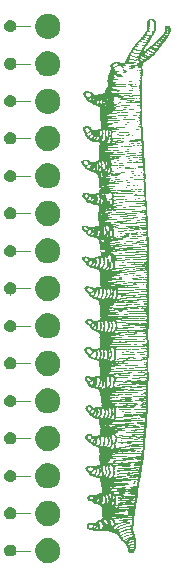
<source format=gbo>
G04 This is an RS-274x file exported by *
G04 gerbv version 2.6.0 *
G04 More information is available about gerbv at *
G04 http://gerbv.gpleda.org/ *
G04 --End of header info--*
%MOIN*%
%FSLAX34Y34*%
%IPPOS*%
G04 --Define apertures--*
%ADD10C,0.0139*%
%ADD11C,0.0014*%
G04 --Start main section--*
G54D11*
G36*
G01X0008906Y0010609D02*
G01X0008903Y0010612D01*
G01X0008898Y0010615D01*
G01X0008893Y0010617D01*
G01X0008889Y0010620D01*
G01X0008884Y0010623D01*
G01X0008881Y0010625D01*
G01X0008870Y0010630D01*
G01X0008862Y0010637D01*
G01X0008855Y0010645D01*
G01X0008848Y0010654D01*
G01X0008843Y0010664D01*
G01X0008839Y0010677D01*
G01X0008834Y0010695D01*
G01X0008831Y0010708D01*
G01X0008828Y0010719D01*
G01X0008826Y0010729D01*
G01X0008825Y0010737D01*
G01X0008825Y0010743D01*
G01X0008825Y0010750D01*
G01X0008821Y0010766D01*
G01X0008817Y0010784D01*
G01X0008812Y0010801D01*
G01X0008805Y0010820D01*
G01X0008800Y0010832D01*
G01X0008795Y0010843D01*
G01X0008788Y0010854D01*
G01X0008777Y0010868D01*
G01X0008766Y0010883D01*
G01X0008751Y0010901D01*
G01X0008729Y0010925D01*
G01X0008720Y0010935D01*
G01X0008710Y0010946D01*
G01X0008701Y0010957D01*
G01X0008692Y0010967D01*
G01X0008683Y0010976D01*
G01X0008678Y0010982D01*
G01X0008673Y0010988D01*
G01X0008666Y0010994D01*
G01X0008659Y0011000D01*
G01X0008653Y0011006D01*
G01X0008646Y0011011D01*
G01X0008641Y0011014D01*
G01X0008630Y0011020D01*
G01X0008618Y0011030D01*
G01X0008608Y0011041D01*
G01X0008598Y0011051D01*
G01X0008591Y0011060D01*
G01X0008591Y0011065D01*
G01X0008591Y0011067D01*
G01X0008589Y0011070D01*
G01X0008588Y0011074D01*
G01X0008586Y0011078D01*
G01X0008583Y0011082D01*
G01X0008580Y0011086D01*
G01X0008578Y0011090D01*
G01X0008575Y0011094D01*
G01X0008573Y0011098D01*
G01X0008570Y0011102D01*
G01X0008569Y0011106D01*
G01X0008568Y0011108D01*
G01X0008568Y0011110D01*
G01X0008566Y0011114D01*
G01X0008563Y0011118D01*
G01X0008560Y0011122D01*
G01X0008557Y0011126D01*
G01X0008553Y0011130D01*
G01X0008543Y0011142D01*
G01X0008534Y0011152D01*
G01X0008527Y0011161D01*
G01X0008521Y0011170D01*
G01X0008516Y0011178D01*
G01X0008512Y0011185D01*
G01X0008509Y0011190D01*
G01X0008506Y0011195D01*
G01X0008501Y0011200D01*
G01X0008495Y0011205D01*
G01X0008489Y0011210D01*
G01X0008480Y0011216D01*
G01X0008473Y0011221D01*
G01X0008465Y0011227D01*
G01X0008457Y0011233D01*
G01X0008450Y0011239D01*
G01X0008442Y0011245D01*
G01X0008437Y0011249D01*
G01X0008431Y0011254D01*
G01X0008425Y0011259D01*
G01X0008419Y0011262D01*
G01X0008413Y0011266D01*
G01X0008407Y0011269D01*
G01X0008402Y0011270D01*
G01X0008397Y0011272D01*
G01X0008392Y0011274D01*
G01X0008387Y0011275D01*
G01X0008383Y0011277D01*
G01X0008379Y0011279D01*
G01X0008376Y0011280D01*
G01X0008374Y0011281D01*
G01X0008368Y0011283D01*
G01X0008359Y0011285D01*
G01X0008350Y0011287D01*
G01X0008339Y0011289D01*
G01X0008328Y0011290D01*
G01X0008315Y0011292D01*
G01X0008305Y0011294D01*
G01X0008296Y0011296D01*
G01X0008288Y0011298D01*
G01X0008283Y0011300D01*
G01X0008281Y0011301D01*
G01X0008279Y0011303D01*
G01X0008276Y0011305D01*
G01X0008273Y0011307D01*
G01X0008269Y0011309D01*
G01X0008264Y0011311D01*
G01X0008260Y0011312D01*
G01X0008256Y0011313D01*
G01X0008249Y0011316D01*
G01X0008241Y0011320D01*
G01X0008233Y0011323D01*
G01X0008224Y0011328D01*
G01X0008216Y0011332D01*
G01X0008186Y0011346D01*
G01X0008108Y0011349D01*
G01X0008077Y0011350D01*
G01X0008057Y0011351D01*
G01X0008041Y0011353D01*
G01X0008026Y0011354D01*
G01X0008015Y0011356D01*
G01X0008005Y0011359D01*
G01X0007978Y0011366D01*
G01X0007955Y0011359D01*
G01X0007945Y0011356D01*
G01X0007936Y0011354D01*
G01X0007924Y0011353D01*
G01X0007911Y0011352D01*
G01X0007895Y0011351D01*
G01X0007867Y0011351D01*
G01X0007839Y0011351D01*
G01X0007823Y0011351D01*
G01X0007812Y0011350D01*
G01X0007801Y0011349D01*
G01X0007796Y0011347D01*
G01X0007790Y0011344D01*
G01X0007778Y0011338D01*
G01X0007759Y0011337D01*
G01X0007735Y0011342D01*
G01X0007711Y0011347D01*
G01X0007683Y0011356D01*
G01X0007652Y0011371D01*
G01X0007640Y0011376D01*
G01X0007631Y0011380D01*
G01X0007621Y0011383D01*
G01X0007611Y0011386D01*
G01X0007602Y0011388D01*
G01X0007590Y0011389D01*
G01X0007570Y0011392D01*
G01X0007547Y0011398D01*
G01X0007527Y0011406D01*
G01X0007508Y0011413D01*
G01X0007490Y0011422D01*
G01X0007480Y0011431D01*
G01X0007473Y0011437D01*
G01X0007469Y0011441D01*
G01X0007467Y0011447D01*
G01X0007464Y0011452D01*
G01X0007462Y0011459D01*
G01X0007460Y0011471D01*
G01X0007457Y0011489D01*
G01X0007456Y0011510D01*
G01X0007457Y0011528D01*
G01X0007459Y0011547D01*
G01X0007462Y0011562D01*
G01X0007468Y0011569D01*
G01X0007469Y0011571D01*
G01X0007472Y0011575D01*
G01X0007475Y0011578D01*
G01X0007477Y0011582D01*
G01X0007480Y0011586D01*
G01X0007482Y0011589D01*
G01X0007486Y0011595D01*
G01X0007494Y0011601D01*
G01X0007504Y0011606D01*
G01X0007514Y0011612D01*
G01X0007526Y0011617D01*
G01X0007538Y0011620D01*
G01X0007547Y0011622D01*
G01X0007571Y0011623D01*
G01X0007596Y0011622D01*
G01X0007621Y0011622D01*
G01X0007646Y0011620D01*
G01X0007657Y0011617D01*
G01X0007661Y0011616D01*
G01X0007668Y0011615D01*
G01X0007676Y0011615D01*
G01X0007684Y0011614D01*
G01X0007693Y0011614D01*
G01X0007701Y0011614D01*
G01X0007712Y0011614D01*
G01X0007720Y0011614D01*
G01X0007727Y0011615D01*
G01X0007734Y0011617D01*
G01X0007741Y0011619D01*
G01X0007748Y0011622D01*
G01X0007761Y0011628D01*
G01X0007773Y0011635D01*
G01X0007783Y0011644D01*
G01X0007793Y0011652D01*
G01X0007801Y0011661D01*
G01X0007804Y0011668D01*
G01X0007806Y0011674D01*
G01X0007813Y0011681D01*
G01X0007821Y0011688D01*
G01X0007829Y0011695D01*
G01X0007839Y0011701D01*
G01X0007846Y0011704D01*
G01X0007849Y0011705D01*
G01X0007853Y0011706D01*
G01X0007858Y0011709D01*
G01X0007863Y0011711D01*
G01X0007868Y0011713D01*
G01X0007873Y0011715D01*
G01X0007878Y0011718D01*
G01X0007883Y0011720D01*
G01X0007886Y0011721D01*
G01X0007890Y0011723D01*
G01X0007892Y0011724D01*
G01X0007892Y0011724D01*
G01X0007894Y0011724D01*
G01X0007900Y0011726D01*
G01X0007908Y0011731D01*
G01X0007917Y0011735D01*
G01X0007929Y0011741D01*
G01X0007941Y0011747D01*
G01X0007951Y0011752D01*
G01X0007957Y0011756D01*
G01X0007963Y0011761D01*
G01X0007969Y0011766D01*
G01X0007973Y0011771D01*
G01X0007978Y0011779D01*
G01X0007986Y0011790D01*
G01X0007990Y0011800D01*
G01X0007991Y0011808D01*
G01X0007992Y0011816D01*
G01X0007989Y0011824D01*
G01X0007982Y0011832D01*
G01X0007979Y0011836D01*
G01X0007977Y0011839D01*
G01X0007975Y0011844D01*
G01X0007974Y0011848D01*
G01X0007974Y0011853D01*
G01X0007974Y0011861D01*
G01X0007974Y0011867D01*
G01X0007974Y0011881D01*
G01X0007974Y0011899D01*
G01X0007973Y0011918D01*
G01X0007973Y0011941D01*
G01X0007972Y0011963D01*
G01X0007971Y0012003D01*
G01X0007971Y0012024D01*
G01X0007969Y0012039D01*
G01X0007967Y0012053D01*
G01X0007965Y0012061D01*
G01X0007960Y0012076D01*
G01X0007956Y0012088D01*
G01X0007953Y0012097D01*
G01X0007952Y0012106D01*
G01X0007950Y0012116D01*
G01X0007949Y0012126D01*
G01X0007949Y0012138D01*
G01X0007948Y0012147D01*
G01X0007948Y0012156D01*
G01X0007947Y0012163D01*
G01X0007946Y0012170D01*
G01X0007945Y0012175D01*
G01X0007944Y0012177D01*
G01X0007941Y0012182D01*
G01X0007928Y0012192D01*
G01X0007913Y0012200D01*
G01X0007898Y0012209D01*
G01X0007882Y0012217D01*
G01X0007875Y0012219D01*
G01X0007871Y0012219D01*
G01X0007866Y0012221D01*
G01X0007861Y0012222D01*
G01X0007856Y0012224D01*
G01X0007851Y0012226D01*
G01X0007846Y0012228D01*
G01X0007842Y0012229D01*
G01X0007835Y0012231D01*
G01X0007826Y0012233D01*
G01X0007818Y0012235D01*
G01X0007808Y0012236D01*
G01X0007800Y0012237D01*
G01X0007791Y0012238D01*
G01X0007782Y0012239D01*
G01X0007775Y0012240D01*
G01X0007767Y0012242D01*
G01X0007761Y0012243D01*
G01X0007758Y0012245D01*
G01X0007756Y0012246D01*
G01X0007751Y0012248D01*
G01X0007747Y0012250D01*
G01X0007742Y0012252D01*
G01X0007738Y0012254D01*
G01X0007733Y0012256D01*
G01X0007726Y0012259D01*
G01X0007710Y0012269D01*
G01X0007692Y0012283D01*
G01X0007674Y0012296D01*
G01X0007655Y0012311D01*
G01X0007641Y0012324D01*
G01X0007633Y0012331D01*
G01X0007620Y0012338D01*
G01X0007605Y0012343D01*
G01X0007590Y0012348D01*
G01X0007573Y0012351D01*
G01X0007557Y0012351D01*
G01X0007550Y0012351D01*
G01X0007544Y0012351D01*
G01X0007538Y0012353D01*
G01X0007532Y0012354D01*
G01X0007527Y0012356D01*
G01X0007521Y0012359D01*
G01X0007507Y0012366D01*
G01X0007498Y0012372D01*
G01X0007492Y0012381D01*
G01X0007485Y0012389D01*
G01X0007481Y0012400D01*
G01X0007477Y0012417D01*
G01X0007474Y0012431D01*
G01X0007472Y0012438D01*
G01X0007472Y0012445D01*
G01X0007471Y0012451D01*
G01X0007472Y0012456D01*
G01X0007474Y0012462D01*
G01X0007475Y0012466D01*
G01X0007477Y0012471D01*
G01X0007478Y0012476D01*
G01X0007480Y0012480D01*
G01X0007481Y0012485D01*
G01X0007482Y0012488D01*
G01X0007484Y0012495D01*
G01X0007493Y0012505D01*
G01X0007503Y0012514D01*
G01X0007514Y0012523D01*
G01X0007526Y0012531D01*
G01X0007536Y0012534D01*
G01X0007539Y0012535D01*
G01X0007552Y0012536D01*
G01X0007570Y0012537D01*
G01X0007588Y0012539D01*
G01X0007611Y0012540D01*
G01X0007636Y0012540D01*
G01X0007670Y0012541D01*
G01X0007692Y0012542D01*
G01X0007708Y0012543D01*
G01X0007724Y0012544D01*
G01X0007733Y0012546D01*
G01X0007738Y0012548D01*
G01X0007745Y0012551D01*
G01X0007758Y0012557D01*
G01X0007770Y0012565D01*
G01X0007783Y0012572D01*
G01X0007795Y0012580D01*
G01X0007802Y0012585D01*
G01X0007806Y0012589D01*
G01X0007815Y0012592D01*
G01X0007830Y0012595D01*
G01X0007845Y0012599D01*
G01X0007864Y0012602D01*
G01X0007889Y0012606D01*
G01X0007902Y0012608D01*
G01X0007913Y0012611D01*
G01X0007923Y0012615D01*
G01X0007932Y0012619D01*
G01X0007940Y0012625D01*
G01X0007946Y0012631D01*
G01X0007949Y0012635D01*
G01X0007951Y0012638D01*
G01X0007953Y0012644D01*
G01X0007955Y0012649D01*
G01X0007956Y0012656D01*
G01X0007957Y0012667D01*
G01X0007958Y0012674D01*
G01X0007959Y0012682D01*
G01X0007960Y0012689D01*
G01X0007961Y0012696D01*
G01X0007962Y0012701D01*
G01X0007963Y0012704D01*
G01X0007965Y0012709D01*
G01X0007966Y0012713D01*
G01X0007965Y0012718D01*
G01X0007965Y0012724D01*
G01X0007963Y0012731D01*
G01X0007960Y0012742D01*
G01X0007958Y0012750D01*
G01X0007956Y0012760D01*
G01X0007954Y0012769D01*
G01X0007952Y0012779D01*
G01X0007951Y0012789D01*
G01X0007950Y0012796D01*
G01X0007949Y0012807D01*
G01X0007947Y0012814D01*
G01X0007945Y0012821D01*
G01X0007943Y0012827D01*
G01X0007940Y0012832D01*
G01X0007936Y0012838D01*
G01X0007932Y0012845D01*
G01X0007929Y0012849D01*
G01X0007928Y0012854D01*
G01X0007926Y0012860D01*
G01X0007926Y0012865D01*
G01X0007926Y0012874D01*
G01X0007926Y0012880D01*
G01X0007925Y0012889D01*
G01X0007924Y0012899D01*
G01X0007923Y0012910D01*
G01X0007922Y0012921D01*
G01X0007920Y0012931D01*
G01X0007918Y0012940D01*
G01X0007917Y0012950D01*
G01X0007916Y0012959D01*
G01X0007915Y0012968D01*
G01X0007914Y0012975D01*
G01X0007913Y0012978D01*
G01X0007913Y0012981D01*
G01X0007912Y0012987D01*
G01X0007912Y0012995D01*
G01X0007911Y0013002D01*
G01X0007910Y0013011D01*
G01X0007909Y0013019D01*
G01X0007907Y0013027D01*
G01X0007907Y0013036D01*
G01X0007906Y0013044D01*
G01X0007906Y0013052D01*
G01X0007906Y0013058D01*
G01X0007906Y0013062D01*
G01X0007907Y0013066D01*
G01X0007907Y0013072D01*
G01X0007906Y0013077D01*
G01X0007905Y0013082D01*
G01X0007904Y0013088D01*
G01X0007902Y0013093D01*
G01X0007898Y0013106D01*
G01X0007893Y0013113D01*
G01X0007883Y0013118D01*
G01X0007872Y0013122D01*
G01X0007855Y0013123D01*
G01X0007825Y0013123D01*
G01X0007798Y0013123D01*
G01X0007783Y0013123D01*
G01X0007771Y0013126D01*
G01X0007759Y0013130D01*
G01X0007750Y0013136D01*
G01X0007735Y0013148D01*
G01X0007727Y0013155D01*
G01X0007721Y0013158D01*
G01X0007716Y0013161D01*
G01X0007711Y0013163D01*
G01X0007706Y0013164D01*
G01X0007700Y0013164D01*
G01X0007696Y0013164D01*
G01X0007691Y0013165D01*
G01X0007685Y0013166D01*
G01X0007680Y0013168D01*
G01X0007674Y0013170D01*
G01X0007669Y0013173D01*
G01X0007664Y0013176D01*
G01X0007658Y0013178D01*
G01X0007652Y0013181D01*
G01X0007646Y0013183D01*
G01X0007641Y0013185D01*
G01X0007636Y0013187D01*
G01X0007601Y0013197D01*
G01X0007574Y0013208D01*
G01X0007555Y0013222D01*
G01X0007535Y0013237D01*
G01X0007523Y0013254D01*
G01X0007516Y0013275D01*
G01X0007514Y0013282D01*
G01X0007512Y0013287D01*
G01X0007509Y0013292D01*
G01X0007505Y0013296D01*
G01X0007501Y0013299D01*
G01X0007494Y0013304D01*
G01X0007484Y0013311D01*
G01X0007475Y0013318D01*
G01X0007468Y0013324D01*
G01X0007461Y0013330D01*
G01X0007457Y0013335D01*
G01X0007457Y0013338D01*
G01X0007457Y0013339D01*
G01X0007456Y0013342D01*
G01X0007454Y0013345D01*
G01X0007452Y0013349D01*
G01X0007449Y0013353D01*
G01X0007445Y0013357D01*
G01X0007442Y0013360D01*
G01X0007439Y0013365D01*
G01X0007436Y0013369D01*
G01X0007434Y0013373D01*
G01X0007432Y0013376D01*
G01X0007431Y0013378D01*
G01X0007430Y0013381D01*
G01X0007429Y0013384D01*
G01X0007426Y0013387D01*
G01X0007424Y0013391D01*
G01X0007421Y0013395D01*
G01X0007418Y0013398D01*
G01X0007414Y0013403D01*
G01X0007411Y0013407D01*
G01X0007410Y0013412D01*
G01X0007409Y0013417D01*
G01X0007409Y0013424D01*
G01X0007409Y0013437D01*
G01X0007411Y0013464D01*
G01X0007427Y0013479D01*
G01X0007432Y0013484D01*
G01X0007438Y0013488D01*
G01X0007444Y0013492D01*
G01X0007449Y0013495D01*
G01X0007455Y0013498D01*
G01X0007460Y0013499D01*
G01X0007465Y0013501D01*
G01X0007470Y0013503D01*
G01X0007476Y0013505D01*
G01X0007481Y0013507D01*
G01X0007487Y0013509D01*
G01X0007490Y0013511D01*
G01X0007509Y0013521D01*
G01X0007535Y0013526D01*
G01X0007562Y0013525D01*
G01X0007589Y0013525D01*
G01X0007617Y0013520D01*
G01X0007641Y0013510D01*
G01X0007650Y0013506D01*
G01X0007656Y0013503D01*
G01X0007664Y0013502D01*
G01X0007671Y0013501D01*
G01X0007679Y0013502D01*
G01X0007693Y0013502D01*
G01X0007708Y0013503D01*
G01X0007721Y0013505D01*
G01X0007737Y0013509D01*
G01X0007752Y0013513D01*
G01X0007770Y0013519D01*
G01X0007794Y0013529D01*
G01X0007799Y0013531D01*
G01X0007805Y0013532D01*
G01X0007810Y0013534D01*
G01X0007816Y0013536D01*
G01X0007821Y0013537D01*
G01X0007826Y0013538D01*
G01X0007836Y0013539D01*
G01X0007851Y0013545D01*
G01X0007863Y0013551D01*
G01X0007876Y0013557D01*
G01X0007887Y0013564D01*
G01X0007890Y0013569D01*
G01X0007893Y0013573D01*
G01X0007894Y0013576D01*
G01X0007894Y0013579D01*
G01X0007894Y0013583D01*
G01X0007893Y0013588D01*
G01X0007892Y0013595D01*
G01X0007891Y0013600D01*
G01X0007890Y0013606D01*
G01X0007889Y0013614D01*
G01X0007888Y0013621D01*
G01X0007888Y0013628D01*
G01X0007888Y0013634D01*
G01X0007888Y0013640D01*
G01X0007887Y0013647D01*
G01X0007886Y0013654D01*
G01X0007885Y0013660D01*
G01X0007884Y0013666D01*
G01X0007883Y0013669D01*
G01X0007881Y0013674D01*
G01X0007878Y0013696D01*
G01X0007876Y0013719D01*
G01X0007874Y0013743D01*
G01X0007873Y0013769D01*
G01X0007873Y0013782D01*
G01X0007874Y0013810D01*
G01X0007875Y0013839D01*
G01X0007877Y0013861D01*
G01X0007879Y0013884D01*
G01X0007881Y0013900D01*
G01X0007883Y0013903D01*
G01X0007886Y0013907D01*
G01X0007888Y0013911D01*
G01X0007887Y0013916D01*
G01X0007887Y0013921D01*
G01X0007885Y0013927D01*
G01X0007881Y0013935D01*
G01X0007879Y0013939D01*
G01X0007877Y0013943D01*
G01X0007876Y0013947D01*
G01X0007875Y0013952D01*
G01X0007874Y0013956D01*
G01X0007874Y0013958D01*
G01X0007874Y0013975D01*
G01X0007875Y0013999D01*
G01X0007876Y0014020D01*
G01X0007877Y0014041D01*
G01X0007878Y0014060D01*
G01X0007879Y0014067D01*
G01X0007881Y0014075D01*
G01X0007880Y0014085D01*
G01X0007878Y0014094D01*
G01X0007876Y0014102D01*
G01X0007872Y0014110D01*
G01X0007868Y0014115D01*
G01X0007867Y0014117D01*
G01X0007863Y0014119D01*
G01X0007858Y0014122D01*
G01X0007853Y0014124D01*
G01X0007847Y0014127D01*
G01X0007841Y0014129D01*
G01X0007835Y0014131D01*
G01X0007829Y0014133D01*
G01X0007825Y0014135D01*
G01X0007821Y0014136D01*
G01X0007818Y0014138D01*
G01X0007817Y0014139D01*
G01X0007815Y0014142D01*
G01X0007804Y0014148D01*
G01X0007791Y0014154D01*
G01X0007777Y0014160D01*
G01X0007761Y0014166D01*
G01X0007748Y0014170D01*
G01X0007741Y0014172D01*
G01X0007733Y0014174D01*
G01X0007728Y0014176D01*
G01X0007722Y0014178D01*
G01X0007717Y0014179D01*
G01X0007716Y0014180D01*
G01X0007714Y0014181D01*
G01X0007710Y0014182D01*
G01X0007705Y0014183D01*
G01X0007699Y0014185D01*
G01X0007693Y0014186D01*
G01X0007686Y0014187D01*
G01X0007673Y0014189D01*
G01X0007667Y0014191D01*
G01X0007658Y0014197D01*
G01X0007650Y0014203D01*
G01X0007640Y0014215D01*
G01X0007620Y0014238D01*
G01X0007612Y0014248D01*
G01X0007588Y0014268D01*
G01X0007562Y0014289D01*
G01X0007536Y0014310D01*
G01X0007508Y0014332D01*
G01X0007490Y0014343D01*
G01X0007473Y0014355D01*
G01X0007460Y0014364D01*
G01X0007450Y0014373D01*
G01X0007440Y0014382D01*
G01X0007433Y0014391D01*
G01X0007425Y0014402D01*
G01X0007420Y0014410D01*
G01X0007416Y0014416D01*
G01X0007414Y0014423D01*
G01X0007411Y0014429D01*
G01X0007410Y0014436D01*
G01X0007409Y0014445D01*
G01X0007408Y0014452D01*
G01X0007407Y0014458D01*
G01X0007406Y0014463D01*
G01X0007406Y0014468D01*
G01X0007405Y0014471D01*
G01X0007404Y0014472D01*
G01X0007402Y0014476D01*
G01X0007404Y0014486D01*
G01X0007409Y0014498D01*
G01X0007413Y0014510D01*
G01X0007419Y0014523D01*
G01X0007425Y0014531D01*
G01X0007432Y0014540D01*
G01X0007441Y0014550D01*
G01X0007451Y0014558D01*
G01X0007461Y0014567D01*
G01X0007472Y0014574D01*
G01X0007480Y0014578D01*
G01X0007484Y0014580D01*
G01X0007489Y0014581D01*
G01X0007496Y0014583D01*
G01X0007503Y0014585D01*
G01X0007511Y0014587D01*
G01X0007518Y0014588D01*
G01X0007530Y0014590D01*
G01X0007537Y0014591D01*
G01X0007545Y0014591D01*
G01X0007553Y0014591D01*
G01X0007562Y0014590D01*
G01X0007574Y0014588D01*
G01X0007594Y0014584D01*
G01X0007603Y0014583D01*
G01X0007611Y0014578D01*
G01X0007619Y0014573D01*
G01X0007626Y0014565D01*
G01X0007641Y0014547D01*
G01X0007654Y0014533D01*
G01X0007663Y0014525D01*
G01X0007674Y0014520D01*
G01X0007686Y0014514D01*
G01X0007699Y0014512D01*
G01X0007719Y0014512D01*
G01X0007731Y0014511D01*
G01X0007741Y0014511D01*
G01X0007751Y0014512D01*
G01X0007760Y0014513D01*
G01X0007769Y0014514D01*
G01X0007779Y0014517D01*
G01X0007787Y0014519D01*
G01X0007795Y0014521D01*
G01X0007802Y0014523D01*
G01X0007810Y0014524D01*
G01X0007816Y0014525D01*
G01X0007819Y0014526D01*
G01X0007822Y0014527D01*
G01X0007827Y0014528D01*
G01X0007832Y0014530D01*
G01X0007836Y0014531D01*
G01X0007841Y0014533D01*
G01X0007845Y0014535D01*
G01X0007848Y0014537D01*
G01X0007853Y0014539D01*
G01X0007857Y0014540D01*
G01X0007862Y0014541D01*
G01X0007866Y0014542D01*
G01X0007869Y0014542D01*
G01X0007876Y0014542D01*
G01X0007882Y0014544D01*
G01X0007888Y0014549D01*
G01X0007894Y0014553D01*
G01X0007899Y0014560D01*
G01X0007903Y0014568D01*
G01X0007906Y0014573D01*
G01X0007907Y0014577D01*
G01X0007907Y0014581D01*
G01X0007907Y0014585D01*
G01X0007906Y0014589D01*
G01X0007904Y0014598D01*
G01X0007902Y0014603D01*
G01X0007901Y0014611D01*
G01X0007900Y0014620D01*
G01X0007899Y0014628D01*
G01X0007898Y0014638D01*
G01X0007898Y0014648D01*
G01X0007898Y0014663D01*
G01X0007899Y0014674D01*
G01X0007900Y0014685D01*
G01X0007902Y0014696D01*
G01X0007905Y0014707D01*
G01X0007909Y0014721D01*
G01X0007910Y0014724D01*
G01X0007911Y0014731D01*
G01X0007912Y0014739D01*
G01X0007913Y0014747D01*
G01X0007914Y0014757D01*
G01X0007914Y0014766D01*
G01X0007914Y0014779D01*
G01X0007914Y0014788D01*
G01X0007913Y0014794D01*
G01X0007912Y0014801D01*
G01X0007911Y0014806D01*
G01X0007908Y0014811D01*
G01X0007906Y0014815D01*
G01X0007904Y0014821D01*
G01X0007902Y0014829D01*
G01X0007899Y0014836D01*
G01X0007897Y0014844D01*
G01X0007895Y0014852D01*
G01X0007893Y0014859D01*
G01X0007891Y0014868D01*
G01X0007888Y0014875D01*
G01X0007885Y0014881D01*
G01X0007882Y0014887D01*
G01X0007880Y0014891D01*
G01X0007874Y0014899D01*
G01X0007870Y0014908D01*
G01X0007867Y0014917D01*
G01X0007865Y0014925D01*
G01X0007865Y0014934D01*
G01X0007868Y0014942D01*
G01X0007869Y0014945D01*
G01X0007870Y0014952D01*
G01X0007871Y0014961D01*
G01X0007872Y0014970D01*
G01X0007874Y0014981D01*
G01X0007874Y0014991D01*
G01X0007875Y0015002D01*
G01X0007876Y0015013D01*
G01X0007877Y0015022D01*
G01X0007878Y0015031D01*
G01X0007879Y0015039D01*
G01X0007879Y0015042D01*
G01X0007881Y0015051D01*
G01X0007880Y0015058D01*
G01X0007876Y0015064D01*
G01X0007871Y0015070D01*
G01X0007864Y0015075D01*
G01X0007852Y0015079D01*
G01X0007842Y0015083D01*
G01X0007824Y0015087D01*
G01X0007805Y0015090D01*
G01X0007785Y0015094D01*
G01X0007763Y0015097D01*
G01X0007744Y0015098D01*
G01X0007737Y0015099D01*
G01X0007729Y0015100D01*
G01X0007722Y0015101D01*
G01X0007715Y0015102D01*
G01X0007709Y0015104D01*
G01X0007705Y0015106D01*
G01X0007698Y0015108D01*
G01X0007690Y0015114D01*
G01X0007684Y0015120D01*
G01X0007678Y0015126D01*
G01X0007674Y0015132D01*
G01X0007674Y0015136D01*
G01X0007674Y0015140D01*
G01X0007669Y0015145D01*
G01X0007662Y0015150D01*
G01X0007654Y0015156D01*
G01X0007643Y0015162D01*
G01X0007631Y0015167D01*
G01X0007600Y0015181D01*
G01X0007580Y0015191D01*
G01X0007566Y0015202D01*
G01X0007552Y0015213D01*
G01X0007544Y0015225D01*
G01X0007538Y0015242D01*
G01X0007531Y0015259D01*
G01X0007522Y0015275D01*
G01X0007514Y0015287D01*
G01X0007505Y0015299D01*
G01X0007495Y0015308D01*
G01X0007487Y0015313D01*
G01X0007475Y0015318D01*
G01X0007464Y0015326D01*
G01X0007454Y0015335D01*
G01X0007445Y0015343D01*
G01X0007438Y0015351D01*
G01X0007436Y0015358D01*
G01X0007435Y0015361D01*
G01X0007433Y0015366D01*
G01X0007430Y0015372D01*
G01X0007428Y0015378D01*
G01X0007425Y0015384D01*
G01X0007422Y0015389D01*
G01X0007417Y0015397D01*
G01X0007415Y0015403D01*
G01X0007413Y0015409D01*
G01X0007411Y0015416D01*
G01X0007410Y0015424D01*
G01X0007410Y0015436D01*
G01X0007408Y0015464D01*
G01X0007425Y0015483D01*
G01X0007434Y0015493D01*
G01X0007445Y0015503D01*
G01X0007458Y0015511D01*
G01X0007471Y0015519D01*
G01X0007484Y0015526D01*
G01X0007498Y0015531D01*
G01X0007510Y0015535D01*
G01X0007529Y0015537D01*
G01X0007548Y0015538D01*
G01X0007566Y0015538D01*
G01X0007584Y0015536D01*
G01X0007593Y0015533D01*
G01X0007597Y0015531D01*
G01X0007605Y0015525D01*
G01X0007614Y0015517D01*
G01X0007624Y0015508D01*
G01X0007635Y0015497D01*
G01X0007647Y0015484D01*
G01X0007652Y0015478D01*
G01X0007660Y0015473D01*
G01X0007669Y0015468D01*
G01X0007678Y0015464D01*
G01X0007687Y0015462D01*
G01X0007695Y0015462D01*
G01X0007702Y0015462D01*
G01X0007718Y0015464D01*
G01X0007734Y0015467D01*
G01X0007750Y0015470D01*
G01X0007766Y0015473D01*
G01X0007774Y0015476D01*
G01X0007778Y0015477D01*
G01X0007785Y0015478D01*
G01X0007796Y0015478D01*
G01X0007808Y0015479D01*
G01X0007824Y0015479D01*
G01X0007844Y0015478D01*
G01X0007878Y0015477D01*
G01X0007901Y0015477D01*
G01X0007915Y0015479D01*
G01X0007930Y0015481D01*
G01X0007938Y0015485D01*
G01X0007943Y0015492D01*
G01X0007946Y0015496D01*
G01X0007948Y0015499D01*
G01X0007949Y0015503D01*
G01X0007949Y0015507D01*
G01X0007949Y0015512D01*
G01X0007948Y0015520D01*
G01X0007947Y0015526D01*
G01X0007947Y0015532D01*
G01X0007946Y0015539D01*
G01X0007946Y0015546D01*
G01X0007946Y0015553D01*
G01X0007946Y0015558D01*
G01X0007947Y0015579D01*
G01X0007947Y0015592D01*
G01X0007947Y0015604D01*
G01X0007946Y0015615D01*
G01X0007945Y0015625D01*
G01X0007944Y0015637D01*
G01X0007942Y0015645D01*
G01X0007942Y0015656D01*
G01X0007941Y0015668D01*
G01X0007940Y0015680D01*
G01X0007940Y0015693D01*
G01X0007940Y0015704D01*
G01X0007940Y0015721D01*
G01X0007939Y0015732D01*
G01X0007938Y0015740D01*
G01X0007937Y0015748D01*
G01X0007935Y0015753D01*
G01X0007932Y0015759D01*
G01X0007929Y0015765D01*
G01X0007927Y0015770D01*
G01X0007926Y0015777D01*
G01X0007925Y0015784D01*
G01X0007924Y0015792D01*
G01X0007924Y0015805D01*
G01X0007924Y0015819D01*
G01X0007923Y0015827D01*
G01X0007921Y0015835D01*
G01X0007920Y0015843D01*
G01X0007916Y0015850D01*
G01X0007909Y0015863D01*
G01X0007901Y0015879D01*
G01X0007896Y0015894D01*
G01X0007891Y0015914D01*
G01X0007887Y0015934D01*
G01X0007884Y0015959D01*
G01X0007881Y0015994D01*
G01X0007880Y0016003D01*
G01X0007879Y0016013D01*
G01X0007878Y0016021D01*
G01X0007877Y0016029D01*
G01X0007876Y0016035D01*
G01X0007875Y0016037D01*
G01X0007873Y0016043D01*
G01X0007868Y0016049D01*
G01X0007862Y0016053D01*
G01X0007857Y0016058D01*
G01X0007851Y0016061D01*
G01X0007847Y0016061D01*
G01X0007845Y0016061D01*
G01X0007842Y0016062D01*
G01X0007838Y0016064D01*
G01X0007835Y0016065D01*
G01X0007830Y0016068D01*
G01X0007826Y0016070D01*
G01X0007822Y0016072D01*
G01X0007815Y0016075D01*
G01X0007808Y0016078D01*
G01X0007801Y0016080D01*
G01X0007793Y0016082D01*
G01X0007786Y0016084D01*
G01X0007779Y0016085D01*
G01X0007769Y0016088D01*
G01X0007758Y0016090D01*
G01X0007748Y0016093D01*
G01X0007737Y0016096D01*
G01X0007728Y0016099D01*
G01X0007719Y0016102D01*
G01X0007709Y0016104D01*
G01X0007700Y0016106D01*
G01X0007691Y0016108D01*
G01X0007682Y0016109D01*
G01X0007676Y0016109D01*
G01X0007667Y0016109D01*
G01X0007661Y0016109D01*
G01X0007653Y0016112D01*
G01X0007646Y0016114D01*
G01X0007638Y0016118D01*
G01X0007624Y0016125D01*
G01X0007615Y0016130D01*
G01X0007606Y0016134D01*
G01X0007598Y0016136D01*
G01X0007591Y0016139D01*
G01X0007585Y0016141D01*
G01X0007581Y0016141D01*
G01X0007578Y0016141D01*
G01X0007574Y0016141D01*
G01X0007570Y0016142D01*
G01X0007567Y0016143D01*
G01X0007563Y0016144D01*
G01X0007561Y0016145D01*
G01X0007556Y0016147D01*
G01X0007546Y0016158D01*
G01X0007536Y0016170D01*
G01X0007527Y0016181D01*
G01X0007517Y0016195D01*
G01X0007513Y0016204D01*
G01X0007511Y0016208D01*
G01X0007509Y0016212D01*
G01X0007507Y0016215D01*
G01X0007504Y0016219D01*
G01X0007502Y0016221D01*
G01X0007501Y0016223D01*
G01X0007499Y0016224D01*
G01X0007496Y0016228D01*
G01X0007493Y0016232D01*
G01X0007490Y0016237D01*
G01X0007487Y0016243D01*
G01X0007484Y0016249D01*
G01X0007482Y0016254D01*
G01X0007478Y0016261D01*
G01X0007475Y0016268D01*
G01X0007471Y0016275D01*
G01X0007468Y0016281D01*
G01X0007466Y0016285D01*
G01X0007464Y0016289D01*
G01X0007461Y0016294D01*
G01X0007459Y0016299D01*
G01X0007457Y0016304D01*
G01X0007455Y0016308D01*
G01X0007454Y0016311D01*
G01X0007453Y0016314D01*
G01X0007449Y0016319D01*
G01X0007444Y0016326D01*
G01X0007439Y0016332D01*
G01X0007433Y0016340D01*
G01X0007426Y0016347D01*
G01X0007404Y0016370D01*
G01X0007393Y0016382D01*
G01X0007388Y0016394D01*
G01X0007383Y0016405D01*
G01X0007383Y0016417D01*
G01X0007384Y0016442D01*
G01X0007384Y0016451D01*
G01X0007385Y0016457D01*
G01X0007387Y0016461D01*
G01X0007389Y0016466D01*
G01X0007393Y0016470D01*
G01X0007401Y0016477D01*
G01X0007419Y0016494D01*
G01X0007435Y0016505D01*
G01X0007452Y0016511D01*
G01X0007469Y0016518D01*
G01X0007487Y0016519D01*
G01X0007510Y0016517D01*
G01X0007522Y0016516D01*
G01X0007529Y0016516D01*
G01X0007536Y0016513D01*
G01X0007543Y0016510D01*
G01X0007551Y0016505D01*
G01X0007564Y0016497D01*
G01X0007579Y0016487D01*
G01X0007594Y0016479D01*
G01X0007609Y0016473D01*
G01X0007624Y0016467D01*
G01X0007637Y0016464D01*
G01X0007648Y0016464D01*
G01X0007656Y0016464D01*
G01X0007671Y0016467D01*
G01X0007686Y0016471D01*
G01X0007700Y0016476D01*
G01X0007713Y0016481D01*
G01X0007717Y0016484D01*
G01X0007722Y0016488D01*
G01X0007728Y0016493D01*
G01X0007735Y0016498D01*
G01X0007741Y0016502D01*
G01X0007748Y0016506D01*
G01X0007753Y0016509D01*
G01X0007756Y0016511D01*
G01X0007762Y0016512D01*
G01X0007772Y0016513D01*
G01X0007781Y0016514D01*
G01X0007793Y0016515D01*
G01X0007807Y0016516D01*
G01X0007827Y0016517D01*
G01X0007839Y0016518D01*
G01X0007848Y0016519D01*
G01X0007857Y0016521D01*
G01X0007863Y0016523D01*
G01X0007872Y0016528D01*
G01X0007882Y0016533D01*
G01X0007890Y0016538D01*
G01X0007895Y0016545D01*
G01X0007899Y0016551D01*
G01X0007902Y0016560D01*
G01X0007904Y0016572D01*
G01X0007904Y0016578D01*
G01X0007905Y0016582D01*
G01X0007904Y0016586D01*
G01X0007903Y0016590D01*
G01X0007901Y0016594D01*
G01X0007899Y0016599D01*
G01X0007893Y0016607D01*
G01X0007890Y0016628D01*
G01X0007889Y0016650D01*
G01X0007888Y0016673D01*
G01X0007889Y0016696D01*
G01X0007892Y0016709D01*
G01X0007896Y0016721D01*
G01X0007898Y0016733D01*
G01X0007898Y0016744D01*
G01X0007898Y0016755D01*
G01X0007896Y0016765D01*
G01X0007893Y0016776D01*
G01X0007892Y0016781D01*
G01X0007890Y0016786D01*
G01X0007889Y0016792D01*
G01X0007888Y0016797D01*
G01X0007888Y0016801D01*
G01X0007888Y0016805D01*
G01X0007888Y0016808D01*
G01X0007887Y0016813D01*
G01X0007885Y0016819D01*
G01X0007884Y0016824D01*
G01X0007882Y0016831D01*
G01X0007879Y0016836D01*
G01X0007874Y0016848D01*
G01X0007872Y0016856D01*
G01X0007871Y0016870D01*
G01X0007870Y0016884D01*
G01X0007871Y0016904D01*
G01X0007872Y0016940D01*
G01X0007875Y0016990D01*
G01X0007862Y0017004D01*
G01X0007855Y0017012D01*
G01X0007851Y0017017D01*
G01X0007841Y0017021D01*
G01X0007832Y0017025D01*
G01X0007818Y0017028D01*
G01X0007791Y0017034D01*
G01X0007780Y0017037D01*
G01X0007767Y0017041D01*
G01X0007754Y0017045D01*
G01X0007741Y0017049D01*
G01X0007728Y0017053D01*
G01X0007719Y0017057D01*
G01X0007710Y0017060D01*
G01X0007697Y0017065D01*
G01X0007684Y0017070D01*
G01X0007670Y0017076D01*
G01X0007656Y0017081D01*
G01X0007645Y0017086D01*
G01X0007634Y0017090D01*
G01X0007621Y0017094D01*
G01X0007611Y0017098D01*
G01X0007600Y0017101D01*
G01X0007591Y0017104D01*
G01X0007586Y0017104D01*
G01X0007580Y0017105D01*
G01X0007574Y0017107D01*
G01X0007568Y0017110D01*
G01X0007561Y0017114D01*
G01X0007554Y0017118D01*
G01X0007546Y0017124D01*
G01X0007533Y0017133D01*
G01X0007524Y0017141D01*
G01X0007515Y0017152D01*
G01X0007506Y0017164D01*
G01X0007498Y0017180D01*
G01X0007485Y0017205D01*
G01X0007481Y0017213D01*
G01X0007476Y0017221D01*
G01X0007472Y0017228D01*
G01X0007468Y0017234D01*
G01X0007464Y0017239D01*
G01X0007461Y0017241D01*
G01X0007449Y0017250D01*
G01X0007439Y0017259D01*
G01X0007431Y0017268D01*
G01X0007423Y0017277D01*
G01X0007418Y0017285D01*
G01X0007416Y0017292D01*
G01X0007412Y0017306D01*
G01X0007409Y0017315D01*
G01X0007405Y0017322D01*
G01X0007401Y0017330D01*
G01X0007396Y0017335D01*
G01X0007389Y0017343D01*
G01X0007382Y0017351D01*
G01X0007378Y0017356D01*
G01X0007376Y0017361D01*
G01X0007374Y0017365D01*
G01X0007374Y0017371D01*
G01X0007374Y0017381D01*
G01X0007373Y0017400D01*
G01X0007379Y0017416D01*
G01X0007390Y0017430D01*
G01X0007401Y0017445D01*
G01X0007418Y0017457D01*
G01X0007441Y0017469D01*
G01X0007453Y0017475D01*
G01X0007460Y0017478D01*
G01X0007469Y0017480D01*
G01X0007478Y0017481D01*
G01X0007490Y0017482D01*
G01X0007514Y0017482D01*
G01X0007527Y0017482D01*
G01X0007541Y0017482D01*
G01X0007552Y0017481D01*
G01X0007563Y0017481D01*
G01X0007572Y0017480D01*
G01X0007575Y0017479D01*
G01X0007581Y0017478D01*
G01X0007596Y0017469D01*
G01X0007612Y0017458D01*
G01X0007627Y0017446D01*
G01X0007644Y0017432D01*
G01X0007653Y0017422D01*
G01X0007656Y0017419D01*
G01X0007660Y0017416D01*
G01X0007665Y0017413D01*
G01X0007670Y0017411D01*
G01X0007676Y0017408D01*
G01X0007682Y0017407D01*
G01X0007691Y0017404D01*
G01X0007696Y0017403D01*
G01X0007702Y0017403D01*
G01X0007708Y0017403D01*
G01X0007715Y0017405D01*
G01X0007728Y0017409D01*
G01X0007735Y0017412D01*
G01X0007745Y0017414D01*
G01X0007755Y0017417D01*
G01X0007764Y0017420D01*
G01X0007774Y0017422D01*
G01X0007781Y0017424D01*
G01X0007814Y0017431D01*
G01X0007839Y0017437D01*
G01X0007856Y0017442D01*
G01X0007873Y0017447D01*
G01X0007883Y0017451D01*
G01X0007888Y0017455D01*
G01X0007892Y0017459D01*
G01X0007894Y0017461D01*
G01X0007895Y0017468D01*
G01X0007897Y0017475D01*
G01X0007897Y0017486D01*
G01X0007897Y0017509D01*
G01X0007898Y0017536D01*
G01X0007897Y0017587D01*
G01X0007895Y0017635D01*
G01X0007893Y0017684D01*
G01X0007891Y0017730D01*
G01X0007888Y0017746D01*
G01X0007887Y0017752D01*
G01X0007886Y0017758D01*
G01X0007885Y0017764D01*
G01X0007884Y0017770D01*
G01X0007883Y0017775D01*
G01X0007882Y0017777D01*
G01X0007880Y0017781D01*
G01X0007880Y0017800D01*
G01X0007881Y0017824D01*
G01X0007882Y0017848D01*
G01X0007884Y0017878D01*
G01X0007886Y0017905D01*
G01X0007887Y0017914D01*
G01X0007888Y0017919D01*
G01X0007887Y0017924D01*
G01X0007886Y0017929D01*
G01X0007884Y0017933D01*
G01X0007880Y0017938D01*
G01X0007874Y0017948D01*
G01X0007865Y0017956D01*
G01X0007852Y0017963D01*
G01X0007840Y0017971D01*
G01X0007824Y0017977D01*
G01X0007804Y0017984D01*
G01X0007794Y0017987D01*
G01X0007782Y0017991D01*
G01X0007770Y0017997D01*
G01X0007757Y0018002D01*
G01X0007745Y0018007D01*
G01X0007736Y0018012D01*
G01X0007727Y0018016D01*
G01X0007718Y0018020D01*
G01X0007712Y0018023D01*
G01X0007705Y0018026D01*
G01X0007701Y0018028D01*
G01X0007700Y0018028D01*
G01X0007700Y0018028D01*
G01X0007697Y0018029D01*
G01X0007694Y0018031D01*
G01X0007691Y0018033D01*
G01X0007687Y0018036D01*
G01X0007683Y0018039D01*
G01X0007679Y0018041D01*
G01X0007675Y0018044D01*
G01X0007671Y0018046D01*
G01X0007668Y0018048D01*
G01X0007665Y0018049D01*
G01X0007664Y0018049D01*
G01X0007663Y0018049D01*
G01X0007660Y0018051D01*
G01X0007656Y0018054D01*
G01X0007652Y0018057D01*
G01X0007647Y0018062D01*
G01X0007642Y0018067D01*
G01X0007637Y0018072D01*
G01X0007631Y0018077D01*
G01X0007624Y0018083D01*
G01X0007618Y0018089D01*
G01X0007611Y0018094D01*
G01X0007606Y0018098D01*
G01X0007596Y0018105D01*
G01X0007589Y0018113D01*
G01X0007584Y0018121D01*
G01X0007580Y0018129D01*
G01X0007578Y0018138D01*
G01X0007578Y0018149D01*
G01X0007578Y0018155D01*
G01X0007577Y0018159D01*
G01X0007575Y0018163D01*
G01X0007573Y0018167D01*
G01X0007570Y0018170D01*
G01X0007564Y0018175D01*
G01X0007557Y0018182D01*
G01X0007545Y0018190D01*
G01X0007534Y0018197D01*
G01X0007523Y0018205D01*
G01X0007512Y0018210D01*
G01X0007506Y0018212D01*
G01X0007502Y0018214D01*
G01X0007493Y0018218D01*
G01X0007483Y0018225D01*
G01X0007473Y0018231D01*
G01X0007461Y0018239D01*
G01X0007449Y0018248D01*
G01X0007445Y0018250D01*
G01X0007441Y0018254D01*
G01X0007438Y0018258D01*
G01X0007435Y0018261D01*
G01X0007432Y0018265D01*
G01X0007431Y0018268D01*
G01X0007429Y0018270D01*
G01X0007427Y0018274D01*
G01X0007425Y0018278D01*
G01X0007422Y0018282D01*
G01X0007420Y0018286D01*
G01X0007417Y0018290D01*
G01X0007410Y0018300D01*
G01X0007407Y0018316D01*
G01X0007409Y0018332D01*
G01X0007410Y0018348D01*
G01X0007416Y0018364D01*
G01X0007425Y0018374D01*
G01X0007432Y0018381D01*
G01X0007444Y0018389D01*
G01X0007457Y0018396D01*
G01X0007470Y0018403D01*
G01X0007484Y0018408D01*
G01X0007495Y0018411D01*
G01X0007500Y0018412D01*
G01X0007507Y0018413D01*
G01X0007514Y0018415D01*
G01X0007521Y0018416D01*
G01X0007528Y0018418D01*
G01X0007533Y0018420D01*
G01X0007543Y0018422D01*
G01X0007548Y0018424D01*
G01X0007554Y0018423D01*
G01X0007559Y0018423D01*
G01X0007566Y0018421D01*
G01X0007578Y0018418D01*
G01X0007585Y0018415D01*
G01X0007594Y0018412D01*
G01X0007603Y0018409D01*
G01X0007611Y0018405D01*
G01X0007620Y0018401D01*
G01X0007626Y0018398D01*
G01X0007669Y0018376D01*
G01X0007692Y0018364D01*
G01X0007708Y0018358D01*
G01X0007724Y0018352D01*
G01X0007732Y0018351D01*
G01X0007745Y0018351D01*
G01X0007758Y0018351D01*
G01X0007777Y0018355D01*
G01X0007796Y0018360D01*
G01X0007816Y0018366D01*
G01X0007836Y0018373D01*
G01X0007851Y0018381D01*
G01X0007856Y0018384D01*
G01X0007861Y0018386D01*
G01X0007864Y0018387D01*
G01X0007868Y0018389D01*
G01X0007871Y0018390D01*
G01X0007872Y0018390D01*
G01X0007875Y0018390D01*
G01X0007879Y0018393D01*
G01X0007884Y0018398D01*
G01X0007889Y0018403D01*
G01X0007895Y0018410D01*
G01X0007902Y0018419D01*
G01X0007907Y0018426D01*
G01X0007910Y0018431D01*
G01X0007912Y0018437D01*
G01X0007913Y0018443D01*
G01X0007914Y0018451D01*
G01X0007914Y0018465D01*
G01X0007914Y0018473D01*
G01X0007914Y0018482D01*
G01X0007913Y0018490D01*
G01X0007913Y0018498D01*
G01X0007912Y0018505D01*
G01X0007911Y0018509D01*
G01X0007910Y0018513D01*
G01X0007909Y0018517D01*
G01X0007909Y0018521D01*
G01X0007908Y0018525D01*
G01X0007908Y0018528D01*
G01X0007908Y0018531D01*
G01X0007908Y0018533D01*
G01X0007908Y0018537D01*
G01X0007907Y0018543D01*
G01X0007906Y0018548D01*
G01X0007905Y0018555D01*
G01X0007903Y0018561D01*
G01X0007902Y0018569D01*
G01X0007900Y0018579D01*
G01X0007899Y0018593D01*
G01X0007899Y0018606D01*
G01X0007898Y0018624D01*
G01X0007898Y0018645D01*
G01X0007898Y0018664D01*
G01X0007898Y0018680D01*
G01X0007897Y0018693D01*
G01X0007896Y0018705D01*
G01X0007895Y0018713D01*
G01X0007894Y0018716D01*
G01X0007893Y0018719D01*
G01X0007892Y0018726D01*
G01X0007891Y0018737D01*
G01X0007891Y0018748D01*
G01X0007891Y0018762D01*
G01X0007891Y0018779D01*
G01X0007891Y0018797D01*
G01X0007891Y0018811D01*
G01X0007890Y0018822D01*
G01X0007890Y0018833D01*
G01X0007889Y0018840D01*
G01X0007888Y0018843D01*
G01X0007886Y0018848D01*
G01X0007884Y0018859D01*
G01X0007882Y0018878D01*
G01X0007880Y0018898D01*
G01X0007878Y0018926D01*
G01X0007875Y0018966D01*
G01X0007874Y0018991D01*
G01X0007872Y0019006D01*
G01X0007867Y0019015D01*
G01X0007862Y0019025D01*
G01X0007854Y0019031D01*
G01X0007839Y0019038D01*
G01X0007833Y0019041D01*
G01X0007824Y0019045D01*
G01X0007816Y0019049D01*
G01X0007807Y0019054D01*
G01X0007799Y0019059D01*
G01X0007791Y0019062D01*
G01X0007780Y0019069D01*
G01X0007773Y0019072D01*
G01X0007765Y0019075D01*
G01X0007757Y0019077D01*
G01X0007749Y0019078D01*
G01X0007736Y0019079D01*
G01X0007720Y0019081D01*
G01X0007704Y0019085D01*
G01X0007687Y0019091D01*
G01X0007671Y0019098D01*
G01X0007655Y0019106D01*
G01X0007642Y0019117D01*
G01X0007638Y0019119D01*
G01X0007632Y0019123D01*
G01X0007626Y0019127D01*
G01X0007620Y0019131D01*
G01X0007614Y0019135D01*
G01X0007609Y0019138D01*
G01X0007588Y0019150D01*
G01X0007567Y0019171D01*
G01X0007551Y0019190D01*
G01X0007535Y0019209D01*
G01X0007524Y0019228D01*
G01X0007528Y0019237D01*
G01X0007531Y0019244D01*
G01X0007521Y0019262D01*
G01X0007505Y0019281D01*
G01X0007490Y0019299D01*
G01X0007469Y0019319D01*
G01X0007450Y0019331D01*
G01X0007445Y0019335D01*
G01X0007438Y0019340D01*
G01X0007430Y0019347D01*
G01X0007423Y0019353D01*
G01X0007415Y0019361D01*
G01X0007409Y0019367D01*
G01X0007399Y0019377D01*
G01X0007393Y0019384D01*
G01X0007389Y0019390D01*
G01X0007386Y0019396D01*
G01X0007384Y0019401D01*
G01X0007382Y0019409D01*
G01X0007379Y0019421D01*
G01X0007378Y0019431D01*
G01X0007379Y0019441D01*
G01X0007379Y0019450D01*
G01X0007381Y0019459D01*
G01X0007384Y0019470D01*
G01X0007387Y0019479D01*
G01X0007389Y0019484D01*
G01X0007394Y0019488D01*
G01X0007400Y0019492D01*
G01X0007409Y0019495D01*
G01X0007427Y0019503D01*
G01X0007444Y0019509D01*
G01X0007459Y0019512D01*
G01X0007473Y0019513D01*
G01X0007487Y0019514D01*
G01X0007500Y0019511D01*
G01X0007512Y0019506D01*
G01X0007516Y0019504D01*
G01X0007524Y0019502D01*
G01X0007534Y0019500D01*
G01X0007543Y0019498D01*
G01X0007554Y0019496D01*
G01X0007564Y0019494D01*
G01X0007584Y0019491D01*
G01X0007603Y0019487D01*
G01X0007620Y0019482D01*
G01X0007637Y0019477D01*
G01X0007652Y0019470D01*
G01X0007665Y0019463D01*
G01X0007672Y0019459D01*
G01X0007678Y0019456D01*
G01X0007684Y0019455D01*
G01X0007690Y0019454D01*
G01X0007697Y0019453D01*
G01X0007708Y0019453D01*
G01X0007719Y0019453D01*
G01X0007727Y0019453D01*
G01X0007733Y0019455D01*
G01X0007739Y0019456D01*
G01X0007745Y0019458D01*
G01X0007753Y0019462D01*
G01X0007763Y0019468D01*
G01X0007779Y0019473D01*
G01X0007796Y0019476D01*
G01X0007813Y0019480D01*
G01X0007832Y0019482D01*
G01X0007847Y0019482D01*
G01X0007865Y0019482D01*
G01X0007882Y0019486D01*
G01X0007895Y0019492D01*
G01X0007907Y0019498D01*
G01X0007915Y0019506D01*
G01X0007915Y0019515D01*
G01X0007915Y0019518D01*
G01X0007915Y0019521D01*
G01X0007913Y0019525D01*
G01X0007912Y0019529D01*
G01X0007910Y0019533D01*
G01X0007909Y0019537D01*
G01X0007906Y0019542D01*
G01X0007904Y0019546D01*
G01X0007904Y0019550D01*
G01X0007903Y0019554D01*
G01X0007904Y0019557D01*
G01X0007906Y0019562D01*
G01X0007907Y0019567D01*
G01X0007908Y0019572D01*
G01X0007908Y0019577D01*
G01X0007908Y0019583D01*
G01X0007907Y0019589D01*
G01X0007906Y0019597D01*
G01X0007904Y0019605D01*
G01X0007903Y0019612D01*
G01X0007903Y0019618D01*
G01X0007903Y0019624D01*
G01X0007904Y0019630D01*
G01X0007905Y0019636D01*
G01X0007906Y0019641D01*
G01X0007907Y0019647D01*
G01X0007907Y0019653D01*
G01X0007907Y0019659D01*
G01X0007907Y0019666D01*
G01X0007906Y0019671D01*
G01X0007903Y0019696D01*
G01X0007900Y0019733D01*
G01X0007898Y0019769D01*
G01X0007896Y0019804D01*
G01X0007895Y0019840D01*
G01X0007895Y0019861D01*
G01X0007897Y0019905D01*
G01X0007897Y0019929D01*
G01X0007896Y0019944D01*
G01X0007895Y0019959D01*
G01X0007892Y0019965D01*
G01X0007887Y0019973D01*
G01X0007884Y0019977D01*
G01X0007881Y0019982D01*
G01X0007880Y0019986D01*
G01X0007878Y0019991D01*
G01X0007878Y0019996D01*
G01X0007878Y0020001D01*
G01X0007878Y0020005D01*
G01X0007877Y0020010D01*
G01X0007876Y0020015D01*
G01X0007875Y0020020D01*
G01X0007874Y0020024D01*
G01X0007873Y0020028D01*
G01X0007871Y0020033D01*
G01X0007869Y0020036D01*
G01X0007863Y0020039D01*
G01X0007857Y0020042D01*
G01X0007847Y0020046D01*
G01X0007829Y0020052D01*
G01X0007819Y0020055D01*
G01X0007809Y0020058D01*
G01X0007801Y0020061D01*
G01X0007794Y0020063D01*
G01X0007788Y0020064D01*
G01X0007787Y0020064D01*
G01X0007787Y0020064D01*
G01X0007784Y0020065D01*
G01X0007781Y0020067D01*
G01X0007778Y0020069D01*
G01X0007774Y0020071D01*
G01X0007770Y0020074D01*
G01X0007766Y0020077D01*
G01X0007761Y0020079D01*
G01X0007756Y0020082D01*
G01X0007751Y0020084D01*
G01X0007747Y0020085D01*
G01X0007744Y0020086D01*
G01X0007741Y0020087D01*
G01X0007737Y0020088D01*
G01X0007732Y0020089D01*
G01X0007728Y0020090D01*
G01X0007724Y0020092D01*
G01X0007721Y0020093D01*
G01X0007712Y0020098D01*
G01X0007695Y0020103D01*
G01X0007679Y0020106D01*
G01X0007662Y0020110D01*
G01X0007645Y0020112D01*
G01X0007633Y0020112D01*
G01X0007618Y0020112D01*
G01X0007605Y0020114D01*
G01X0007593Y0020119D01*
G01X0007582Y0020123D01*
G01X0007571Y0020129D01*
G01X0007561Y0020138D01*
G01X0007550Y0020148D01*
G01X0007536Y0020159D01*
G01X0007521Y0020169D01*
G01X0007507Y0020178D01*
G01X0007494Y0020186D01*
G01X0007487Y0020188D01*
G01X0007478Y0020191D01*
G01X0007467Y0020201D01*
G01X0007458Y0020214D01*
G01X0007449Y0020226D01*
G01X0007441Y0020241D01*
G01X0007439Y0020252D01*
G01X0007438Y0020263D01*
G01X0007435Y0020271D01*
G01X0007429Y0020279D01*
G01X0007423Y0020286D01*
G01X0007413Y0020292D01*
G01X0007397Y0020301D01*
G01X0007390Y0020305D01*
G01X0007382Y0020310D01*
G01X0007374Y0020315D01*
G01X0007367Y0020320D01*
G01X0007360Y0020325D01*
G01X0007356Y0020329D01*
G01X0007352Y0020333D01*
G01X0007347Y0020338D01*
G01X0007341Y0020343D01*
G01X0007336Y0020348D01*
G01X0007330Y0020354D01*
G01X0007326Y0020358D01*
G01X0007319Y0020364D01*
G01X0007315Y0020369D01*
G01X0007312Y0020374D01*
G01X0007309Y0020380D01*
G01X0007307Y0020387D01*
G01X0007304Y0020399D01*
G01X0007301Y0020411D01*
G01X0007299Y0020418D01*
G01X0007299Y0020424D01*
G01X0007300Y0020431D01*
G01X0007301Y0020437D01*
G01X0007305Y0020449D01*
G01X0007312Y0020472D01*
G01X0007336Y0020485D01*
G01X0007345Y0020490D01*
G01X0007352Y0020493D01*
G01X0007358Y0020495D01*
G01X0007364Y0020497D01*
G01X0007370Y0020498D01*
G01X0007375Y0020498D01*
G01X0007379Y0020498D01*
G01X0007384Y0020499D01*
G01X0007389Y0020499D01*
G01X0007394Y0020500D01*
G01X0007399Y0020501D01*
G01X0007403Y0020501D01*
G01X0007415Y0020504D01*
G01X0007442Y0020501D01*
G01X0007470Y0020494D01*
G01X0007498Y0020487D01*
G01X0007528Y0020477D01*
G01X0007547Y0020466D01*
G01X0007552Y0020463D01*
G01X0007558Y0020460D01*
G01X0007564Y0020456D01*
G01X0007570Y0020452D01*
G01X0007575Y0020448D01*
G01X0007579Y0020446D01*
G01X0007585Y0020441D01*
G01X0007589Y0020438D01*
G01X0007594Y0020437D01*
G01X0007599Y0020436D01*
G01X0007606Y0020436D01*
G01X0007620Y0020438D01*
G01X0007630Y0020438D01*
G01X0007638Y0020440D01*
G01X0007645Y0020441D01*
G01X0007651Y0020443D01*
G01X0007657Y0020445D01*
G01X0007662Y0020448D01*
G01X0007666Y0020451D01*
G01X0007671Y0020453D01*
G01X0007675Y0020454D01*
G01X0007679Y0020456D01*
G01X0007682Y0020457D01*
G01X0007684Y0020457D01*
G01X0007686Y0020457D01*
G01X0007691Y0020458D01*
G01X0007696Y0020460D01*
G01X0007702Y0020463D01*
G01X0007708Y0020466D01*
G01X0007714Y0020469D01*
G01X0007720Y0020472D01*
G01X0007728Y0020475D01*
G01X0007735Y0020478D01*
G01X0007742Y0020480D01*
G01X0007748Y0020482D01*
G01X0007753Y0020483D01*
G01X0007757Y0020483D01*
G01X0007763Y0020485D01*
G01X0007769Y0020486D01*
G01X0007775Y0020488D01*
G01X0007780Y0020489D01*
G01X0007785Y0020491D01*
G01X0007789Y0020493D01*
G01X0007797Y0020495D01*
G01X0007807Y0020497D01*
G01X0007816Y0020499D01*
G01X0007828Y0020501D01*
G01X0007838Y0020502D01*
G01X0007848Y0020503D01*
G01X0007859Y0020504D01*
G01X0007868Y0020506D01*
G01X0007877Y0020508D01*
G01X0007883Y0020509D01*
G01X0007886Y0020510D01*
G01X0007893Y0020513D01*
G01X0007900Y0020519D01*
G01X0007906Y0020525D01*
G01X0007913Y0020532D01*
G01X0007918Y0020541D01*
G01X0007922Y0020551D01*
G01X0007927Y0020561D01*
G01X0007929Y0020569D01*
G01X0007928Y0020581D01*
G01X0007927Y0020593D01*
G01X0007924Y0020609D01*
G01X0007918Y0020634D01*
G01X0007915Y0020645D01*
G01X0007913Y0020653D01*
G01X0007913Y0020658D01*
G01X0007912Y0020664D01*
G01X0007913Y0020667D01*
G01X0007914Y0020670D01*
G01X0007917Y0020674D01*
G01X0007921Y0020676D01*
G01X0007925Y0020677D01*
G01X0007929Y0020677D01*
G01X0007934Y0020675D01*
G01X0007939Y0020672D01*
G01X0007942Y0020670D01*
G01X0007947Y0020666D01*
G01X0007954Y0020663D01*
G01X0007961Y0020659D01*
G01X0007969Y0020654D01*
G01X0007977Y0020650D01*
G01X0007992Y0020643D01*
G01X0007999Y0020639D01*
G01X0008006Y0020638D01*
G01X0008013Y0020636D01*
G01X0008019Y0020636D01*
G01X0008031Y0020637D01*
G01X0008041Y0020638D01*
G01X0008047Y0020638D01*
G01X0008052Y0020640D01*
G01X0008056Y0020641D01*
G01X0008059Y0020644D01*
G01X0008062Y0020647D01*
G01X0008065Y0020651D01*
G01X0008067Y0020654D01*
G01X0008068Y0020659D01*
G01X0008069Y0020664D01*
G01X0008069Y0020670D01*
G01X0008068Y0020681D01*
G01X0008067Y0020688D01*
G01X0008066Y0020696D01*
G01X0008065Y0020701D01*
G01X0008064Y0020707D01*
G01X0008062Y0020712D01*
G01X0008061Y0020714D01*
G01X0008057Y0020720D01*
G01X0008051Y0020724D01*
G01X0008041Y0020726D01*
G01X0008031Y0020729D01*
G01X0008018Y0020729D01*
G01X0008000Y0020728D01*
G01X0007985Y0020728D01*
G01X0007977Y0020727D01*
G01X0007970Y0020725D01*
G01X0007963Y0020724D01*
G01X0007958Y0020721D01*
G01X0007950Y0020716D01*
G01X0007940Y0020710D01*
G01X0007932Y0020706D01*
G01X0007926Y0020706D01*
G01X0007919Y0020705D01*
G01X0007914Y0020707D01*
G01X0007908Y0020711D01*
G01X0007903Y0020715D01*
G01X0007900Y0020721D01*
G01X0007898Y0020739D01*
G01X0007896Y0020756D01*
G01X0007894Y0020784D01*
G01X0007892Y0020833D01*
G01X0007891Y0020852D01*
G01X0007889Y0020870D01*
G01X0007888Y0020883D01*
G01X0007887Y0020896D01*
G01X0007886Y0020906D01*
G01X0007885Y0020907D01*
G01X0007881Y0020914D01*
G01X0007876Y0020941D01*
G01X0007871Y0020971D01*
G01X0007867Y0021000D01*
G01X0007863Y0021031D01*
G01X0007863Y0021046D01*
G01X0007863Y0021054D01*
G01X0007857Y0021064D01*
G01X0007845Y0021075D01*
G01X0007834Y0021085D01*
G01X0007816Y0021096D01*
G01X0007794Y0021107D01*
G01X0007775Y0021117D01*
G01X0007760Y0021123D01*
G01X0007746Y0021127D01*
G01X0007733Y0021131D01*
G01X0007720Y0021132D01*
G01X0007706Y0021132D01*
G01X0007701Y0021132D01*
G01X0007695Y0021133D01*
G01X0007687Y0021134D01*
G01X0007680Y0021136D01*
G01X0007672Y0021137D01*
G01X0007666Y0021139D01*
G01X0007648Y0021144D01*
G01X0007631Y0021148D01*
G01X0007617Y0021151D01*
G01X0007603Y0021154D01*
G01X0007592Y0021156D01*
G01X0007586Y0021156D01*
G01X0007580Y0021156D01*
G01X0007564Y0021162D01*
G01X0007547Y0021171D01*
G01X0007530Y0021179D01*
G01X0007513Y0021189D01*
G01X0007503Y0021197D01*
G01X0007494Y0021204D01*
G01X0007481Y0021219D01*
G01X0007468Y0021235D01*
G01X0007456Y0021251D01*
G01X0007445Y0021268D01*
G01X0007438Y0021282D01*
G01X0007433Y0021292D01*
G01X0007430Y0021298D01*
G01X0007424Y0021303D01*
G01X0007419Y0021309D01*
G01X0007411Y0021314D01*
G01X0007397Y0021323D01*
G01X0007369Y0021340D01*
G01X0007348Y0021354D01*
G01X0007333Y0021367D01*
G01X0007319Y0021380D01*
G01X0007309Y0021392D01*
G01X0007303Y0021404D01*
G01X0007302Y0021408D01*
G01X0007300Y0021412D01*
G01X0007297Y0021416D01*
G01X0007295Y0021420D01*
G01X0007292Y0021423D01*
G01X0007290Y0021426D01*
G01X0007284Y0021432D01*
G01X0007282Y0021441D01*
G01X0007282Y0021449D01*
G01X0007282Y0021457D01*
G01X0007284Y0021465D01*
G01X0007289Y0021472D01*
G01X0007292Y0021474D01*
G01X0007294Y0021478D01*
G01X0007297Y0021483D01*
G01X0007300Y0021487D01*
G01X0007302Y0021492D01*
G01X0007304Y0021495D01*
G01X0007312Y0021510D01*
G01X0007322Y0021519D01*
G01X0007338Y0021524D01*
G01X0007354Y0021528D01*
G01X0007376Y0021529D01*
G01X0007407Y0021526D01*
G01X0007423Y0021524D01*
G01X0007432Y0021523D01*
G01X0007440Y0021521D01*
G01X0007448Y0021519D01*
G01X0007455Y0021515D01*
G01X0007466Y0021508D01*
G01X0007473Y0021504D01*
G01X0007481Y0021500D01*
G01X0007489Y0021496D01*
G01X0007496Y0021493D01*
G01X0007504Y0021490D01*
G01X0007509Y0021488D01*
G01X0007514Y0021487D01*
G01X0007520Y0021485D01*
G01X0007526Y0021483D01*
G01X0007531Y0021480D01*
G01X0007536Y0021478D01*
G01X0007540Y0021476D01*
G01X0007544Y0021474D01*
G01X0007549Y0021472D01*
G01X0007556Y0021471D01*
G01X0007562Y0021470D01*
G01X0007570Y0021470D01*
G01X0007581Y0021470D01*
G01X0007597Y0021470D01*
G01X0007607Y0021470D01*
G01X0007619Y0021473D01*
G01X0007631Y0021475D01*
G01X0007645Y0021479D01*
G01X0007671Y0021488D01*
G01X0007683Y0021492D01*
G01X0007696Y0021495D01*
G01X0007711Y0021499D01*
G01X0007727Y0021502D01*
G01X0007743Y0021505D01*
G01X0007760Y0021507D01*
G01X0007781Y0021510D01*
G01X0007795Y0021512D01*
G01X0007806Y0021515D01*
G01X0007817Y0021518D01*
G01X0007825Y0021520D01*
G01X0007832Y0021524D01*
G01X0007850Y0021533D01*
G01X0007861Y0021543D01*
G01X0007865Y0021556D01*
G01X0007869Y0021569D01*
G01X0007867Y0021585D01*
G01X0007858Y0021605D01*
G01X0007849Y0021626D01*
G01X0007846Y0021781D01*
G01X0007845Y0021824D01*
G01X0007844Y0021865D01*
G01X0007844Y0021897D01*
G01X0007843Y0021929D01*
G01X0007842Y0021952D01*
G01X0007841Y0021957D01*
G01X0007840Y0021966D01*
G01X0007840Y0021972D01*
G01X0007841Y0021978D01*
G01X0007842Y0021984D01*
G01X0007844Y0021990D01*
G01X0007847Y0021999D01*
G01X0007851Y0022011D01*
G01X0007854Y0022021D01*
G01X0007854Y0022031D01*
G01X0007855Y0022041D01*
G01X0007853Y0022050D01*
G01X0007850Y0022058D01*
G01X0007848Y0022063D01*
G01X0007847Y0022066D01*
G01X0007847Y0022072D01*
G01X0007847Y0022077D01*
G01X0007848Y0022084D01*
G01X0007851Y0022096D01*
G01X0007853Y0022108D01*
G01X0007855Y0022115D01*
G01X0007855Y0022123D01*
G01X0007855Y0022130D01*
G01X0007854Y0022138D01*
G01X0007851Y0022150D01*
G01X0007850Y0022158D01*
G01X0007848Y0022165D01*
G01X0007847Y0022171D01*
G01X0007845Y0022177D01*
G01X0007844Y0022181D01*
G01X0007843Y0022183D01*
G01X0007843Y0022184D01*
G01X0007840Y0022187D01*
G01X0007836Y0022190D01*
G01X0007832Y0022193D01*
G01X0007826Y0022197D01*
G01X0007821Y0022200D01*
G01X0007809Y0022207D01*
G01X0007795Y0022212D01*
G01X0007782Y0022213D01*
G01X0007769Y0022215D01*
G01X0007756Y0022214D01*
G01X0007745Y0022209D01*
G01X0007733Y0022204D01*
G01X0007718Y0022203D01*
G01X0007704Y0022205D01*
G01X0007690Y0022208D01*
G01X0007677Y0022214D01*
G01X0007666Y0022224D01*
G01X0007661Y0022228D01*
G01X0007649Y0022237D01*
G01X0007636Y0022246D01*
G01X0007623Y0022255D01*
G01X0007609Y0022264D01*
G01X0007603Y0022267D01*
G01X0007600Y0022269D01*
G01X0007595Y0022270D01*
G01X0007589Y0022271D01*
G01X0007583Y0022272D01*
G01X0007577Y0022272D01*
G01X0007570Y0022272D01*
G01X0007553Y0022273D01*
G01X0007534Y0022275D01*
G01X0007517Y0022278D01*
G01X0007500Y0022281D01*
G01X0007486Y0022286D01*
G01X0007477Y0022291D01*
G01X0007468Y0022296D01*
G01X0007458Y0022305D01*
G01X0007450Y0022314D01*
G01X0007442Y0022322D01*
G01X0007437Y0022331D01*
G01X0007437Y0022336D01*
G01X0007437Y0022338D01*
G01X0007436Y0022341D01*
G01X0007435Y0022344D01*
G01X0007434Y0022347D01*
G01X0007432Y0022351D01*
G01X0007431Y0022354D01*
G01X0007429Y0022357D01*
G01X0007427Y0022361D01*
G01X0007424Y0022366D01*
G01X0007422Y0022371D01*
G01X0007419Y0022376D01*
G01X0007417Y0022380D01*
G01X0007412Y0022389D01*
G01X0007402Y0022402D01*
G01X0007388Y0022416D01*
G01X0007375Y0022429D01*
G01X0007360Y0022443D01*
G01X0007347Y0022453D01*
G01X0007336Y0022461D01*
G01X0007327Y0022471D01*
G01X0007320Y0022480D01*
G01X0007313Y0022489D01*
G01X0007309Y0022498D01*
G01X0007309Y0022504D01*
G01X0007309Y0022521D01*
G01X0007310Y0022536D01*
G01X0007313Y0022549D01*
G01X0007316Y0022562D01*
G01X0007320Y0022574D01*
G01X0007326Y0022585D01*
G01X0007331Y0022596D01*
G01X0007335Y0022601D01*
G01X0007340Y0022606D01*
G01X0007345Y0022611D01*
G01X0007353Y0022614D01*
G01X0007367Y0022621D01*
G01X0007396Y0022635D01*
G01X0007423Y0022631D01*
G01X0007431Y0022630D01*
G01X0007438Y0022629D01*
G01X0007444Y0022627D01*
G01X0007451Y0022626D01*
G01X0007455Y0022625D01*
G01X0007457Y0022624D01*
G01X0007459Y0022623D01*
G01X0007463Y0022622D01*
G01X0007468Y0022621D01*
G01X0007474Y0022619D01*
G01X0007481Y0022618D01*
G01X0007487Y0022617D01*
G01X0007494Y0022616D01*
G01X0007502Y0022614D01*
G01X0007509Y0022611D01*
G01X0007516Y0022609D01*
G01X0007523Y0022606D01*
G01X0007528Y0022603D01*
G01X0007533Y0022601D01*
G01X0007539Y0022598D01*
G01X0007544Y0022595D01*
G01X0007550Y0022593D01*
G01X0007555Y0022591D01*
G01X0007559Y0022589D01*
G01X0007563Y0022588D01*
G01X0007567Y0022586D01*
G01X0007571Y0022585D01*
G01X0007574Y0022583D01*
G01X0007577Y0022581D01*
G01X0007579Y0022579D01*
G01X0007586Y0022573D01*
G01X0007615Y0022572D01*
G01X0007648Y0022575D01*
G01X0007681Y0022578D01*
G01X0007717Y0022584D01*
G01X0007740Y0022593D01*
G01X0007748Y0022596D01*
G01X0007758Y0022599D01*
G01X0007767Y0022603D01*
G01X0007776Y0022606D01*
G01X0007784Y0022609D01*
G01X0007790Y0022611D01*
G01X0007814Y0022619D01*
G01X0007830Y0022626D01*
G01X0007841Y0022631D01*
G01X0007852Y0022636D01*
G01X0007858Y0022641D01*
G01X0007861Y0022646D01*
G01X0007865Y0022653D01*
G01X0007867Y0022659D01*
G01X0007867Y0022665D01*
G01X0007867Y0022672D01*
G01X0007865Y0022679D01*
G01X0007860Y0022689D01*
G01X0007853Y0022704D01*
G01X0007864Y0022716D01*
G01X0007867Y0022719D01*
G01X0007871Y0022722D01*
G01X0007874Y0022724D01*
G01X0007878Y0022727D01*
G01X0007881Y0022729D01*
G01X0007883Y0022729D01*
G01X0007895Y0022733D01*
G01X0007904Y0022737D01*
G01X0007910Y0022743D01*
G01X0007916Y0022749D01*
G01X0007919Y0022756D01*
G01X0007919Y0022764D01*
G01X0007919Y0022769D01*
G01X0007915Y0022774D01*
G01X0007909Y0022780D01*
G01X0007903Y0022786D01*
G01X0007894Y0022791D01*
G01X0007884Y0022796D01*
G01X0007875Y0022800D01*
G01X0007867Y0022807D01*
G01X0007862Y0022815D01*
G01X0007857Y0022823D01*
G01X0007854Y0022832D01*
G01X0007854Y0022841D01*
G01X0007854Y0022846D01*
G01X0007855Y0022855D01*
G01X0007855Y0022875D01*
G01X0007855Y0022894D01*
G01X0007855Y0022926D01*
G01X0007855Y0022977D01*
G01X0007855Y0023033D01*
G01X0007854Y0023068D01*
G01X0007851Y0023093D01*
G01X0007848Y0023119D01*
G01X0007843Y0023135D01*
G01X0007834Y0023153D01*
G01X0007829Y0023164D01*
G01X0007826Y0023171D01*
G01X0007825Y0023178D01*
G01X0007823Y0023185D01*
G01X0007822Y0023192D01*
G01X0007822Y0023204D01*
G01X0007822Y0023230D01*
G01X0007807Y0023247D01*
G01X0007801Y0023254D01*
G01X0007796Y0023258D01*
G01X0007791Y0023261D01*
G01X0007786Y0023265D01*
G01X0007781Y0023266D01*
G01X0007774Y0023268D01*
G01X0007770Y0023269D01*
G01X0007764Y0023271D01*
G01X0007758Y0023274D01*
G01X0007752Y0023277D01*
G01X0007747Y0023280D01*
G01X0007743Y0023284D01*
G01X0007738Y0023287D01*
G01X0007732Y0023291D01*
G01X0007725Y0023294D01*
G01X0007718Y0023297D01*
G01X0007711Y0023300D01*
G01X0007703Y0023302D01*
G01X0007696Y0023304D01*
G01X0007689Y0023306D01*
G01X0007682Y0023309D01*
G01X0007675Y0023311D01*
G01X0007669Y0023314D01*
G01X0007665Y0023316D01*
G01X0007662Y0023318D01*
G01X0007653Y0023321D01*
G01X0007643Y0023325D01*
G01X0007632Y0023329D01*
G01X0007620Y0023333D01*
G01X0007607Y0023337D01*
G01X0007595Y0023341D01*
G01X0007583Y0023345D01*
G01X0007574Y0023348D01*
G01X0007565Y0023352D01*
G01X0007559Y0023354D01*
G01X0007557Y0023356D01*
G01X0007553Y0023359D01*
G01X0007543Y0023365D01*
G01X0007533Y0023370D01*
G01X0007523Y0023374D01*
G01X0007513Y0023378D01*
G01X0007510Y0023378D01*
G01X0007506Y0023378D01*
G01X0007489Y0023386D01*
G01X0007472Y0023394D01*
G01X0007456Y0023402D01*
G01X0007439Y0023411D01*
G01X0007437Y0023414D01*
G01X0007435Y0023416D01*
G01X0007433Y0023418D01*
G01X0007431Y0023420D01*
G01X0007428Y0023422D01*
G01X0007426Y0023423D01*
G01X0007423Y0023425D01*
G01X0007419Y0023427D01*
G01X0007414Y0023433D01*
G01X0007407Y0023445D01*
G01X0007400Y0023457D01*
G01X0007392Y0023473D01*
G01X0007382Y0023496D01*
G01X0007379Y0023502D01*
G01X0007375Y0023507D01*
G01X0007370Y0023514D01*
G01X0007365Y0023520D01*
G01X0007359Y0023526D01*
G01X0007351Y0023532D01*
G01X0007329Y0023552D01*
G01X0007314Y0023566D01*
G01X0007302Y0023579D01*
G01X0007291Y0023592D01*
G01X0007284Y0023604D01*
G01X0007277Y0023618D01*
G01X0007274Y0023625D01*
G01X0007270Y0023632D01*
G01X0007268Y0023638D01*
G01X0007266Y0023644D01*
G01X0007264Y0023648D01*
G01X0007264Y0023649D01*
G01X0007264Y0023654D01*
G01X0007267Y0023660D01*
G01X0007274Y0023667D01*
G01X0007281Y0023674D01*
G01X0007291Y0023683D01*
G01X0007307Y0023695D01*
G01X0007324Y0023708D01*
G01X0007337Y0023716D01*
G01X0007351Y0023722D01*
G01X0007366Y0023727D01*
G01X0007381Y0023731D01*
G01X0007402Y0023733D01*
G01X0007414Y0023734D01*
G01X0007421Y0023735D01*
G01X0007429Y0023734D01*
G01X0007437Y0023733D01*
G01X0007446Y0023730D01*
G01X0007462Y0023725D01*
G01X0007485Y0023717D01*
G01X0007501Y0023711D01*
G01X0007515Y0023705D01*
G01X0007528Y0023698D01*
G01X0007540Y0023691D01*
G01X0007552Y0023681D01*
G01X0007570Y0023667D01*
G01X0007579Y0023660D01*
G01X0007591Y0023657D01*
G01X0007602Y0023654D01*
G01X0007617Y0023654D01*
G01X0007644Y0023656D01*
G01X0007689Y0023658D01*
G01X0007718Y0023660D01*
G01X0007743Y0023665D01*
G01X0007767Y0023670D01*
G01X0007787Y0023679D01*
G01X0007814Y0023692D01*
G01X0007830Y0023700D01*
G01X0007842Y0023706D01*
G01X0007851Y0023713D01*
G01X0007860Y0023720D01*
G01X0007866Y0023728D01*
G01X0007870Y0023741D01*
G01X0007873Y0023754D01*
G01X0007875Y0023772D01*
G01X0007876Y0023799D01*
G01X0007876Y0023825D01*
G01X0007876Y0023860D01*
G01X0007876Y0023907D01*
G01X0007875Y0023939D01*
G01X0007875Y0023964D01*
G01X0007875Y0023984D01*
G01X0007874Y0024003D01*
G01X0007874Y0024018D01*
G01X0007873Y0024029D01*
G01X0007873Y0024040D01*
G01X0007872Y0024048D01*
G01X0007871Y0024055D01*
G01X0007870Y0024062D01*
G01X0007869Y0024068D01*
G01X0007867Y0024074D01*
G01X0007863Y0024089D01*
G01X0007861Y0024097D01*
G01X0007861Y0024103D01*
G01X0007861Y0024110D01*
G01X0007862Y0024116D01*
G01X0007865Y0024128D01*
G01X0007867Y0024134D01*
G01X0007869Y0024144D01*
G01X0007871Y0024155D01*
G01X0007872Y0024165D01*
G01X0007874Y0024177D01*
G01X0007874Y0024186D01*
G01X0007875Y0024196D01*
G01X0007876Y0024206D01*
G01X0007878Y0024215D01*
G01X0007879Y0024224D01*
G01X0007881Y0024232D01*
G01X0007882Y0024236D01*
G01X0007889Y0024255D01*
G01X0007890Y0024270D01*
G01X0007885Y0024282D01*
G01X0007880Y0024295D01*
G01X0007869Y0024304D01*
G01X0007851Y0024312D01*
G01X0007839Y0024318D01*
G01X0007833Y0024320D01*
G01X0007824Y0024322D01*
G01X0007814Y0024323D01*
G01X0007800Y0024323D01*
G01X0007774Y0024323D01*
G01X0007736Y0024323D01*
G01X0007709Y0024324D01*
G01X0007686Y0024328D01*
G01X0007663Y0024332D01*
G01X0007645Y0024339D01*
G01X0007623Y0024350D01*
G01X0007614Y0024355D01*
G01X0007602Y0024360D01*
G01X0007591Y0024365D01*
G01X0007580Y0024369D01*
G01X0007570Y0024374D01*
G01X0007563Y0024376D01*
G01X0007549Y0024381D01*
G01X0007541Y0024384D01*
G01X0007534Y0024389D01*
G01X0007526Y0024393D01*
G01X0007519Y0024400D01*
G01X0007505Y0024412D01*
G01X0007484Y0024430D01*
G01X0007465Y0024450D01*
G01X0007449Y0024469D01*
G01X0007433Y0024487D01*
G01X0007420Y0024505D01*
G01X0007414Y0024519D01*
G01X0007407Y0024533D01*
G01X0007400Y0024550D01*
G01X0007394Y0024565D01*
G01X0007389Y0024580D01*
G01X0007384Y0024594D01*
G01X0007383Y0024602D01*
G01X0007382Y0024606D01*
G01X0007381Y0024610D01*
G01X0007378Y0024615D01*
G01X0007376Y0024620D01*
G01X0007374Y0024625D01*
G01X0007371Y0024629D01*
G01X0007368Y0024632D01*
G01X0007365Y0024637D01*
G01X0007362Y0024642D01*
G01X0007360Y0024647D01*
G01X0007357Y0024652D01*
G01X0007356Y0024655D01*
G01X0007354Y0024659D01*
G01X0007352Y0024663D01*
G01X0007350Y0024667D01*
G01X0007348Y0024670D01*
G01X0007345Y0024674D01*
G01X0007343Y0024676D01*
G01X0007341Y0024678D01*
G01X0007339Y0024682D01*
G01X0007336Y0024688D01*
G01X0007334Y0024694D01*
G01X0007331Y0024701D01*
G01X0007330Y0024708D01*
G01X0007328Y0024715D01*
G01X0007325Y0024723D01*
G01X0007323Y0024729D01*
G01X0007321Y0024735D01*
G01X0007319Y0024740D01*
G01X0007318Y0024743D01*
G01X0007315Y0024748D01*
G01X0007313Y0024755D01*
G01X0007313Y0024760D01*
G01X0007312Y0024766D01*
G01X0007314Y0024770D01*
G01X0007316Y0024772D01*
G01X0007317Y0024772D01*
G01X0007319Y0024775D01*
G01X0007321Y0024778D01*
G01X0007323Y0024782D01*
G01X0007326Y0024786D01*
G01X0007328Y0024791D01*
G01X0007334Y0024803D01*
G01X0007346Y0024815D01*
G01X0007360Y0024824D01*
G01X0007373Y0024833D01*
G01X0007388Y0024839D01*
G01X0007400Y0024839D01*
G01X0007403Y0024839D01*
G01X0007408Y0024840D01*
G01X0007414Y0024841D01*
G01X0007420Y0024842D01*
G01X0007427Y0024844D01*
G01X0007433Y0024846D01*
G01X0007453Y0024852D01*
G01X0007470Y0024854D01*
G01X0007488Y0024851D01*
G01X0007507Y0024847D01*
G01X0007526Y0024839D01*
G01X0007551Y0024824D01*
G01X0007563Y0024817D01*
G01X0007573Y0024810D01*
G01X0007582Y0024802D01*
G01X0007591Y0024795D01*
G01X0007600Y0024786D01*
G01X0007611Y0024774D01*
G01X0007631Y0024753D01*
G01X0007643Y0024740D01*
G01X0007654Y0024733D01*
G01X0007666Y0024726D01*
G01X0007675Y0024725D01*
G01X0007689Y0024725D01*
G01X0007748Y0024726D01*
G01X0007800Y0024731D01*
G01X0007840Y0024739D01*
G01X0007880Y0024747D01*
G01X0007908Y0024757D01*
G01X0007922Y0024770D01*
G01X0007930Y0024778D01*
G01X0007928Y0024851D01*
G01X0007927Y0024871D01*
G01X0007926Y0024892D01*
G01X0007925Y0024910D01*
G01X0007925Y0024929D01*
G01X0007924Y0024944D01*
G01X0007924Y0024952D01*
G01X0007923Y0024970D01*
G01X0007922Y0024984D01*
G01X0007919Y0024998D01*
G01X0007916Y0025011D01*
G01X0007912Y0025023D01*
G01X0007906Y0025037D01*
G01X0007902Y0025046D01*
G01X0007899Y0025052D01*
G01X0007898Y0025060D01*
G01X0007897Y0025068D01*
G01X0007897Y0025078D01*
G01X0007897Y0025094D01*
G01X0007897Y0025104D01*
G01X0007897Y0025115D01*
G01X0007898Y0025126D01*
G01X0007899Y0025136D01*
G01X0007900Y0025146D01*
G01X0007902Y0025152D01*
G01X0007903Y0025160D01*
G01X0007904Y0025166D01*
G01X0007904Y0025172D01*
G01X0007904Y0025177D01*
G01X0007904Y0025182D01*
G01X0007902Y0025188D01*
G01X0007901Y0025192D01*
G01X0007900Y0025197D01*
G01X0007900Y0025201D01*
G01X0007900Y0025205D01*
G01X0007900Y0025209D01*
G01X0007901Y0025213D01*
G01X0007902Y0025216D01*
G01X0007902Y0025219D01*
G01X0007902Y0025222D01*
G01X0007903Y0025226D01*
G01X0007902Y0025229D01*
G01X0007901Y0025231D01*
G01X0007900Y0025233D01*
G01X0007900Y0025248D01*
G01X0007899Y0025271D01*
G01X0007898Y0025293D01*
G01X0007897Y0025323D01*
G01X0007897Y0025355D01*
G01X0007897Y0025387D01*
G01X0007896Y0025417D01*
G01X0007895Y0025439D01*
G01X0007895Y0025461D01*
G01X0007894Y0025475D01*
G01X0007893Y0025476D01*
G01X0007892Y0025481D01*
G01X0007887Y0025485D01*
G01X0007880Y0025488D01*
G01X0007872Y0025492D01*
G01X0007862Y0025495D01*
G01X0007850Y0025498D01*
G01X0007843Y0025500D01*
G01X0007835Y0025503D01*
G01X0007825Y0025506D01*
G01X0007816Y0025510D01*
G01X0007807Y0025514D01*
G01X0007800Y0025517D01*
G01X0007792Y0025521D01*
G01X0007782Y0025526D01*
G01X0007772Y0025530D01*
G01X0007763Y0025534D01*
G01X0007753Y0025537D01*
G01X0007745Y0025540D01*
G01X0007712Y0025550D01*
G01X0007682Y0025560D01*
G01X0007660Y0025570D01*
G01X0007638Y0025581D01*
G01X0007623Y0025590D01*
G01X0007619Y0025596D01*
G01X0007619Y0025598D01*
G01X0007614Y0025602D01*
G01X0007608Y0025608D01*
G01X0007602Y0025613D01*
G01X0007593Y0025620D01*
G01X0007585Y0025626D01*
G01X0007565Y0025641D01*
G01X0007557Y0025647D01*
G01X0007549Y0025652D01*
G01X0007541Y0025657D01*
G01X0007532Y0025661D01*
G01X0007512Y0025671D01*
G01X0007503Y0025675D01*
G01X0007495Y0025679D01*
G01X0007488Y0025683D01*
G01X0007481Y0025686D01*
G01X0007476Y0025689D01*
G01X0007475Y0025690D01*
G01X0007473Y0025691D01*
G01X0007470Y0025692D01*
G01X0007467Y0025694D01*
G01X0007464Y0025695D01*
G01X0007460Y0025697D01*
G01X0007456Y0025698D01*
G01X0007452Y0025700D01*
G01X0007448Y0025702D01*
G01X0007445Y0025705D01*
G01X0007442Y0025708D01*
G01X0007440Y0025712D01*
G01X0007438Y0025716D01*
G01X0007436Y0025720D01*
G01X0007434Y0025725D01*
G01X0007432Y0025730D01*
G01X0007430Y0025734D01*
G01X0007428Y0025739D01*
G01X0007427Y0025743D01*
G01X0007425Y0025747D01*
G01X0007422Y0025753D01*
G01X0007420Y0025759D01*
G01X0007417Y0025765D01*
G01X0007415Y0025772D01*
G01X0007413Y0025778D01*
G01X0007410Y0025783D01*
G01X0007407Y0025790D01*
G01X0007404Y0025795D01*
G01X0007401Y0025801D01*
G01X0007398Y0025806D01*
G01X0007395Y0025809D01*
G01X0007393Y0025812D01*
G01X0007390Y0025816D01*
G01X0007387Y0025820D01*
G01X0007384Y0025824D01*
G01X0007381Y0025829D01*
G01X0007379Y0025832D01*
G01X0007376Y0025836D01*
G01X0007374Y0025839D01*
G01X0007372Y0025841D01*
G01X0007370Y0025843D01*
G01X0007368Y0025845D01*
G01X0007368Y0025845D01*
G01X0007367Y0025845D01*
G01X0007364Y0025848D01*
G01X0007361Y0025852D01*
G01X0007358Y0025856D01*
G01X0007355Y0025862D01*
G01X0007351Y0025869D01*
G01X0007344Y0025880D01*
G01X0007341Y0025886D01*
G01X0007339Y0025893D01*
G01X0007337Y0025900D01*
G01X0007337Y0025907D01*
G01X0007337Y0025919D01*
G01X0007337Y0025946D01*
G01X0007358Y0025968D01*
G01X0007363Y0025974D01*
G01X0007369Y0025979D01*
G01X0007373Y0025983D01*
G01X0007378Y0025987D01*
G01X0007381Y0025990D01*
G01X0007382Y0025990D01*
G01X0007383Y0025990D01*
G01X0007386Y0025991D01*
G01X0007391Y0025993D01*
G01X0007396Y0025995D01*
G01X0007402Y0025998D01*
G01X0007408Y0026001D01*
G01X0007420Y0026006D01*
G01X0007426Y0026009D01*
G01X0007434Y0026010D01*
G01X0007442Y0026011D01*
G01X0007453Y0026011D01*
G01X0007473Y0026011D01*
G01X0007491Y0026011D01*
G01X0007503Y0026010D01*
G01X0007513Y0026008D01*
G01X0007524Y0026007D01*
G01X0007533Y0026004D01*
G01X0007546Y0026000D01*
G01X0007555Y0025997D01*
G01X0007564Y0025994D01*
G01X0007570Y0025993D01*
G01X0007577Y0025991D01*
G01X0007583Y0025989D01*
G01X0007584Y0025989D01*
G01X0007589Y0025989D01*
G01X0007601Y0025983D01*
G01X0007614Y0025974D01*
G01X0007628Y0025964D01*
G01X0007643Y0025952D01*
G01X0007655Y0025940D01*
G01X0007660Y0025934D01*
G01X0007668Y0025927D01*
G01X0007676Y0025921D01*
G01X0007683Y0025915D01*
G01X0007691Y0025910D01*
G01X0007697Y0025907D01*
G01X0007717Y0025896D01*
G01X0007774Y0025897D01*
G01X0007804Y0025898D01*
G01X0007827Y0025900D01*
G01X0007849Y0025903D01*
G01X0007872Y0025907D01*
G01X0007894Y0025913D01*
G01X0007922Y0025922D01*
G01X0007930Y0025924D01*
G01X0007939Y0025927D01*
G01X0007949Y0025928D01*
G01X0007959Y0025930D01*
G01X0007969Y0025932D01*
G01X0007977Y0025932D01*
G01X0007996Y0025933D01*
G01X0008011Y0025936D01*
G01X0008023Y0025942D01*
G01X0008036Y0025949D01*
G01X0008046Y0025958D01*
G01X0008057Y0025971D01*
G01X0008067Y0025984D01*
G01X0008072Y0025991D01*
G01X0008075Y0025998D01*
G01X0008077Y0026006D01*
G01X0008078Y0026015D01*
G01X0008079Y0026032D01*
G01X0008079Y0026046D01*
G01X0008080Y0026053D01*
G01X0008082Y0026059D01*
G01X0008084Y0026066D01*
G01X0008087Y0026071D01*
G01X0008094Y0026080D01*
G01X0008098Y0026086D01*
G01X0008102Y0026090D01*
G01X0008105Y0026094D01*
G01X0008108Y0026097D01*
G01X0008111Y0026100D01*
G01X0008111Y0026100D01*
G01X0008115Y0026100D01*
G01X0008124Y0026111D01*
G01X0008133Y0026124D01*
G01X0008142Y0026138D01*
G01X0008152Y0026154D01*
G01X0008155Y0026164D01*
G01X0008157Y0026170D01*
G01X0008160Y0026177D01*
G01X0008162Y0026182D01*
G01X0008165Y0026187D01*
G01X0008167Y0026191D01*
G01X0008169Y0026193D01*
G01X0008172Y0026196D01*
G01X0008173Y0026199D01*
G01X0008174Y0026205D01*
G01X0008176Y0026211D01*
G01X0008176Y0026220D01*
G01X0008177Y0026233D01*
G01X0008177Y0026249D01*
G01X0008178Y0026257D01*
G01X0008176Y0026264D01*
G01X0008175Y0026271D01*
G01X0008171Y0026277D01*
G01X0008165Y0026288D01*
G01X0008161Y0026295D01*
G01X0008157Y0026303D01*
G01X0008152Y0026311D01*
G01X0008148Y0026319D01*
G01X0008145Y0026327D01*
G01X0008142Y0026332D01*
G01X0008138Y0026342D01*
G01X0008136Y0026347D01*
G01X0008135Y0026353D01*
G01X0008134Y0026358D01*
G01X0008134Y0026363D01*
G01X0008136Y0026371D01*
G01X0008136Y0026376D01*
G01X0008138Y0026382D01*
G01X0008140Y0026387D01*
G01X0008142Y0026392D01*
G01X0008144Y0026396D01*
G01X0008146Y0026399D01*
G01X0008153Y0026408D01*
G01X0008158Y0026417D01*
G01X0008162Y0026424D01*
G01X0008165Y0026432D01*
G01X0008166Y0026439D01*
G01X0008165Y0026444D01*
G01X0008163Y0026451D01*
G01X0008162Y0026473D01*
G01X0008162Y0026494D01*
G01X0008161Y0026515D01*
G01X0008162Y0026535D01*
G01X0008164Y0026539D01*
G01X0008165Y0026541D01*
G01X0008168Y0026545D01*
G01X0008171Y0026549D01*
G01X0008175Y0026554D01*
G01X0008179Y0026560D01*
G01X0008184Y0026565D01*
G01X0008188Y0026571D01*
G01X0008193Y0026578D01*
G01X0008196Y0026584D01*
G01X0008200Y0026591D01*
G01X0008204Y0026597D01*
G01X0008205Y0026602D01*
G01X0008207Y0026606D01*
G01X0008209Y0026612D01*
G01X0008210Y0026617D01*
G01X0008212Y0026622D01*
G01X0008214Y0026627D01*
G01X0008215Y0026630D01*
G01X0008216Y0026634D01*
G01X0008218Y0026638D01*
G01X0008220Y0026642D01*
G01X0008222Y0026647D01*
G01X0008224Y0026651D01*
G01X0008226Y0026654D01*
G01X0008227Y0026658D01*
G01X0008229Y0026663D01*
G01X0008231Y0026668D01*
G01X0008233Y0026672D01*
G01X0008235Y0026678D01*
G01X0008236Y0026682D01*
G01X0008238Y0026689D01*
G01X0008244Y0026702D01*
G01X0008251Y0026713D01*
G01X0008258Y0026724D01*
G01X0008264Y0026734D01*
G01X0008267Y0026734D01*
G01X0008268Y0026734D01*
G01X0008269Y0026735D01*
G01X0008270Y0026737D01*
G01X0008272Y0026739D01*
G01X0008273Y0026742D01*
G01X0008275Y0026745D01*
G01X0008278Y0026752D01*
G01X0008279Y0026762D01*
G01X0008278Y0026772D01*
G01X0008277Y0026782D01*
G01X0008273Y0026791D01*
G01X0008267Y0026799D01*
G01X0008256Y0026813D01*
G01X0008249Y0026826D01*
G01X0008246Y0026837D01*
G01X0008242Y0026849D01*
G01X0008242Y0026859D01*
G01X0008246Y0026869D01*
G01X0008247Y0026871D01*
G01X0008248Y0026874D01*
G01X0008249Y0026877D01*
G01X0008250Y0026880D01*
G01X0008251Y0026884D01*
G01X0008251Y0026886D01*
G01X0008252Y0026889D01*
G01X0008254Y0026893D01*
G01X0008258Y0026898D01*
G01X0008261Y0026903D01*
G01X0008265Y0026909D01*
G01X0008270Y0026913D01*
G01X0008278Y0026922D01*
G01X0008288Y0026930D01*
G01X0008302Y0026938D01*
G01X0008315Y0026945D01*
G01X0008331Y0026953D01*
G01X0008351Y0026960D01*
G01X0008358Y0026962D01*
G01X0008364Y0026965D01*
G01X0008370Y0026967D01*
G01X0008375Y0026969D01*
G01X0008379Y0026971D01*
G01X0008380Y0026972D01*
G01X0008381Y0026973D01*
G01X0008385Y0026975D01*
G01X0008389Y0026976D01*
G01X0008393Y0026977D01*
G01X0008399Y0026978D01*
G01X0008404Y0026979D01*
G01X0008410Y0026979D01*
G01X0008418Y0026980D01*
G01X0008427Y0026981D01*
G01X0008437Y0026983D01*
G01X0008447Y0026984D01*
G01X0008456Y0026985D01*
G01X0008485Y0026989D01*
G01X0008499Y0026991D01*
G01X0008515Y0026988D01*
G01X0008531Y0026984D01*
G01X0008549Y0026974D01*
G01X0008585Y0026954D01*
G01X0008600Y0026946D01*
G01X0008614Y0026941D01*
G01X0008627Y0026938D01*
G01X0008639Y0026936D01*
G01X0008649Y0026937D01*
G01X0008656Y0026942D01*
G01X0008658Y0026943D01*
G01X0008663Y0026946D01*
G01X0008668Y0026948D01*
G01X0008674Y0026951D01*
G01X0008680Y0026954D01*
G01X0008685Y0026957D01*
G01X0008701Y0026965D01*
G01X0008721Y0026982D01*
G01X0008738Y0027001D01*
G01X0008755Y0027020D01*
G01X0008769Y0027041D01*
G01X0008773Y0027056D01*
G01X0008774Y0027059D01*
G01X0008776Y0027065D01*
G01X0008779Y0027070D01*
G01X0008781Y0027075D01*
G01X0008784Y0027080D01*
G01X0008787Y0027085D01*
G01X0008790Y0027089D01*
G01X0008792Y0027093D01*
G01X0008794Y0027097D01*
G01X0008796Y0027101D01*
G01X0008797Y0027104D01*
G01X0008797Y0027106D01*
G01X0008797Y0027107D01*
G01X0008799Y0027113D01*
G01X0008802Y0027120D01*
G01X0008806Y0027127D01*
G01X0008810Y0027135D01*
G01X0008815Y0027145D01*
G01X0008819Y0027154D01*
G01X0008824Y0027162D01*
G01X0008827Y0027169D01*
G01X0008830Y0027176D01*
G01X0008832Y0027181D01*
G01X0008832Y0027183D01*
G01X0008832Y0027184D01*
G01X0008833Y0027188D01*
G01X0008834Y0027192D01*
G01X0008836Y0027196D01*
G01X0008838Y0027201D01*
G01X0008840Y0027205D01*
G01X0008843Y0027210D01*
G01X0008845Y0027215D01*
G01X0008846Y0027219D01*
G01X0008848Y0027223D01*
G01X0008849Y0027226D01*
G01X0008849Y0027227D01*
G01X0008849Y0027229D01*
G01X0008850Y0027232D01*
G01X0008852Y0027236D01*
G01X0008855Y0027239D01*
G01X0008857Y0027244D01*
G01X0008861Y0027248D01*
G01X0008864Y0027252D01*
G01X0008867Y0027257D01*
G01X0008870Y0027262D01*
G01X0008873Y0027268D01*
G01X0008876Y0027273D01*
G01X0008877Y0027276D01*
G01X0008878Y0027280D01*
G01X0008880Y0027285D01*
G01X0008883Y0027289D01*
G01X0008885Y0027293D01*
G01X0008888Y0027297D01*
G01X0008890Y0027300D01*
G01X0008893Y0027303D01*
G01X0008897Y0027309D01*
G01X0008901Y0027316D01*
G01X0008905Y0027323D01*
G01X0008910Y0027332D01*
G01X0008914Y0027340D01*
G01X0008918Y0027348D01*
G01X0008923Y0027356D01*
G01X0008927Y0027364D01*
G01X0008931Y0027371D01*
G01X0008935Y0027377D01*
G01X0008937Y0027380D01*
G01X0008940Y0027383D01*
G01X0008942Y0027387D01*
G01X0008945Y0027392D01*
G01X0008947Y0027397D01*
G01X0008949Y0027402D01*
G01X0008951Y0027406D01*
G01X0008952Y0027411D01*
G01X0008955Y0027415D01*
G01X0008957Y0027420D01*
G01X0008959Y0027424D01*
G01X0008962Y0027428D01*
G01X0008964Y0027430D01*
G01X0008970Y0027437D01*
G01X0008979Y0027449D01*
G01X0008987Y0027459D01*
G01X0008995Y0027470D01*
G01X0009001Y0027481D01*
G01X0009003Y0027485D01*
G01X0009004Y0027488D01*
G01X0009006Y0027491D01*
G01X0009008Y0027493D01*
G01X0009009Y0027495D01*
G01X0009011Y0027496D01*
G01X0009012Y0027497D01*
G01X0009014Y0027497D01*
G01X0009018Y0027502D01*
G01X0009023Y0027508D01*
G01X0009029Y0027514D01*
G01X0009035Y0027523D01*
G01X0009042Y0027532D01*
G01X0009049Y0027541D01*
G01X0009058Y0027552D01*
G01X0009067Y0027563D01*
G01X0009076Y0027573D01*
G01X0009085Y0027584D01*
G01X0009091Y0027591D01*
G01X0009098Y0027598D01*
G01X0009104Y0027606D01*
G01X0009110Y0027612D01*
G01X0009115Y0027618D01*
G01X0009119Y0027623D01*
G01X0009120Y0027626D01*
G01X0009122Y0027628D01*
G01X0009125Y0027632D01*
G01X0009129Y0027637D01*
G01X0009133Y0027642D01*
G01X0009138Y0027647D01*
G01X0009142Y0027652D01*
G01X0009159Y0027670D01*
G01X0009179Y0027692D01*
G01X0009197Y0027712D01*
G01X0009214Y0027731D01*
G01X0009229Y0027748D01*
G01X0009235Y0027756D01*
G01X0009242Y0027765D01*
G01X0009250Y0027775D01*
G01X0009262Y0027788D01*
G01X0009275Y0027802D01*
G01X0009291Y0027819D01*
G01X0009315Y0027844D01*
G01X0009325Y0027854D01*
G01X0009334Y0027864D01*
G01X0009341Y0027872D01*
G01X0009348Y0027881D01*
G01X0009354Y0027888D01*
G01X0009355Y0027891D01*
G01X0009357Y0027895D01*
G01X0009360Y0027899D01*
G01X0009364Y0027904D01*
G01X0009367Y0027909D01*
G01X0009371Y0027914D01*
G01X0009374Y0027918D01*
G01X0009377Y0027922D01*
G01X0009381Y0027926D01*
G01X0009383Y0027931D01*
G01X0009386Y0027935D01*
G01X0009388Y0027938D01*
G01X0009388Y0027940D01*
G01X0009389Y0027944D01*
G01X0009395Y0027954D01*
G01X0009402Y0027966D01*
G01X0009409Y0027978D01*
G01X0009419Y0027993D01*
G01X0009428Y0028006D01*
G01X0009430Y0028010D01*
G01X0009435Y0028017D01*
G01X0009439Y0028025D01*
G01X0009444Y0028033D01*
G01X0009449Y0028042D01*
G01X0009453Y0028050D01*
G01X0009468Y0028079D01*
G01X0009469Y0028124D01*
G01X0009469Y0028136D01*
G01X0009470Y0028149D01*
G01X0009470Y0028161D01*
G01X0009470Y0028172D01*
G01X0009470Y0028182D01*
G01X0009470Y0028187D01*
G01X0009470Y0028192D01*
G01X0009470Y0028204D01*
G01X0009469Y0028219D01*
G01X0009469Y0028234D01*
G01X0009469Y0028252D01*
G01X0009468Y0028269D01*
G01X0009468Y0028299D01*
G01X0009468Y0028315D01*
G01X0009469Y0028324D01*
G01X0009469Y0028334D01*
G01X0009471Y0028336D01*
G01X0009475Y0028341D01*
G01X0009477Y0028344D01*
G01X0009480Y0028347D01*
G01X0009483Y0028351D01*
G01X0009485Y0028355D01*
G01X0009487Y0028358D01*
G01X0009489Y0028361D01*
G01X0009493Y0028367D01*
G01X0009500Y0028376D01*
G01X0009507Y0028383D01*
G01X0009515Y0028391D01*
G01X0009523Y0028397D01*
G01X0009528Y0028400D01*
G01X0009558Y0028415D01*
G01X0009573Y0028422D01*
G01X0009586Y0028426D01*
G01X0009598Y0028430D01*
G01X0009608Y0028430D01*
G01X0009626Y0028430D01*
G01X0009649Y0028430D01*
G01X0009666Y0028427D01*
G01X0009680Y0028422D01*
G01X0009695Y0028417D01*
G01X0009707Y0028408D01*
G01X0009719Y0028394D01*
G01X0009724Y0028389D01*
G01X0009729Y0028384D01*
G01X0009732Y0028379D01*
G01X0009736Y0028374D01*
G01X0009738Y0028370D01*
G01X0009738Y0028369D01*
G01X0009738Y0028367D01*
G01X0009740Y0028362D01*
G01X0009743Y0028354D01*
G01X0009746Y0028347D01*
G01X0009751Y0028338D01*
G01X0009756Y0028329D01*
G01X0009773Y0028296D01*
G01X0009773Y0028249D01*
G01X0009773Y0028236D01*
G01X0009772Y0028223D01*
G01X0009772Y0028213D01*
G01X0009771Y0028203D01*
G01X0009770Y0028195D01*
G01X0009769Y0028192D01*
G01X0009767Y0028189D01*
G01X0009767Y0028185D01*
G01X0009767Y0028181D01*
G01X0009767Y0028177D01*
G01X0009768Y0028172D01*
G01X0009769Y0028166D01*
G01X0009771Y0028160D01*
G01X0009772Y0028155D01*
G01X0009772Y0028149D01*
G01X0009772Y0028144D01*
G01X0009771Y0028139D01*
G01X0009769Y0028132D01*
G01X0009768Y0028127D01*
G01X0009767Y0028122D01*
G01X0009767Y0028117D01*
G01X0009766Y0028112D01*
G01X0009765Y0028107D01*
G01X0009765Y0028104D01*
G01X0009765Y0028092D01*
G01X0009760Y0028069D01*
G01X0009752Y0028046D01*
G01X0009745Y0028023D01*
G01X0009735Y0028000D01*
G01X0009728Y0027988D01*
G01X0009725Y0027984D01*
G01X0009722Y0027979D01*
G01X0009720Y0027975D01*
G01X0009718Y0027971D01*
G01X0009717Y0027968D01*
G01X0009717Y0027966D01*
G01X0009717Y0027965D01*
G01X0009716Y0027961D01*
G01X0009714Y0027956D01*
G01X0009712Y0027951D01*
G01X0009709Y0027945D01*
G01X0009706Y0027939D01*
G01X0009702Y0027933D01*
G01X0009699Y0027926D01*
G01X0009696Y0027919D01*
G01X0009693Y0027913D01*
G01X0009691Y0027907D01*
G01X0009690Y0027903D01*
G01X0009688Y0027899D01*
G01X0009685Y0027894D01*
G01X0009681Y0027888D01*
G01X0009677Y0027882D01*
G01X0009672Y0027876D01*
G01X0009667Y0027870D01*
G01X0009663Y0027865D01*
G01X0009657Y0027859D01*
G01X0009653Y0027853D01*
G01X0009648Y0027847D01*
G01X0009645Y0027842D01*
G01X0009643Y0027838D01*
G01X0009641Y0027834D01*
G01X0009638Y0027829D01*
G01X0009635Y0027823D01*
G01X0009632Y0027818D01*
G01X0009628Y0027812D01*
G01X0009625Y0027807D01*
G01X0009622Y0027803D01*
G01X0009619Y0027798D01*
G01X0009617Y0027794D01*
G01X0009615Y0027790D01*
G01X0009614Y0027786D01*
G01X0009614Y0027785D01*
G01X0009614Y0027783D01*
G01X0009612Y0027780D01*
G01X0009610Y0027776D01*
G01X0009608Y0027773D01*
G01X0009605Y0027768D01*
G01X0009602Y0027764D01*
G01X0009598Y0027760D01*
G01X0009595Y0027756D01*
G01X0009593Y0027752D01*
G01X0009591Y0027749D01*
G01X0009590Y0027746D01*
G01X0009590Y0027745D01*
G01X0009590Y0027745D01*
G01X0009588Y0027742D01*
G01X0009586Y0027738D01*
G01X0009584Y0027735D01*
G01X0009581Y0027731D01*
G01X0009578Y0027726D01*
G01X0009575Y0027722D01*
G01X0009570Y0027714D01*
G01X0009565Y0027705D01*
G01X0009560Y0027696D01*
G01X0009555Y0027686D01*
G01X0009551Y0027677D01*
G01X0009547Y0027668D01*
G01X0009541Y0027658D01*
G01X0009536Y0027649D01*
G01X0009531Y0027640D01*
G01X0009527Y0027632D01*
G01X0009524Y0027628D01*
G01X0009520Y0027624D01*
G01X0009516Y0027618D01*
G01X0009513Y0027612D01*
G01X0009509Y0027606D01*
G01X0009505Y0027600D01*
G01X0009502Y0027596D01*
G01X0009497Y0027588D01*
G01X0009491Y0027579D01*
G01X0009482Y0027569D01*
G01X0009473Y0027559D01*
G01X0009462Y0027547D01*
G01X0009448Y0027533D01*
G01X0009440Y0027524D01*
G01X0009430Y0027513D01*
G01X0009423Y0027504D01*
G01X0009416Y0027494D01*
G01X0009411Y0027487D01*
G01X0009411Y0027485D01*
G01X0009411Y0027484D01*
G01X0009409Y0027481D01*
G01X0009407Y0027478D01*
G01X0009404Y0027474D01*
G01X0009401Y0027470D01*
G01X0009397Y0027466D01*
G01X0009393Y0027462D01*
G01X0009390Y0027457D01*
G01X0009387Y0027453D01*
G01X0009384Y0027450D01*
G01X0009383Y0027446D01*
G01X0009383Y0027445D01*
G01X0009383Y0027443D01*
G01X0009382Y0027440D01*
G01X0009381Y0027436D01*
G01X0009380Y0027433D01*
G01X0009378Y0027429D01*
G01X0009376Y0027426D01*
G01X0009367Y0027409D01*
G01X0009361Y0027397D01*
G01X0009360Y0027389D01*
G01X0009358Y0027380D01*
G01X0009360Y0027375D01*
G01X0009364Y0027368D01*
G01X0009366Y0027365D01*
G01X0009369Y0027363D01*
G01X0009372Y0027362D01*
G01X0009376Y0027361D01*
G01X0009381Y0027360D01*
G01X0009389Y0027360D01*
G01X0009408Y0027360D01*
G01X0009427Y0027382D01*
G01X0009433Y0027388D01*
G01X0009439Y0027395D01*
G01X0009445Y0027401D01*
G01X0009451Y0027407D01*
G01X0009457Y0027412D01*
G01X0009460Y0027416D01*
G01X0009464Y0027419D01*
G01X0009470Y0027425D01*
G01X0009478Y0027431D01*
G01X0009485Y0027438D01*
G01X0009493Y0027445D01*
G01X0009500Y0027452D01*
G01X0009514Y0027465D01*
G01X0009533Y0027480D01*
G01X0009552Y0027493D01*
G01X0009572Y0027507D01*
G01X0009592Y0027519D01*
G01X0009609Y0027527D01*
G01X0009618Y0027531D01*
G01X0009626Y0027537D01*
G01X0009637Y0027547D01*
G01X0009649Y0027556D01*
G01X0009663Y0027570D01*
G01X0009684Y0027590D01*
G01X0009698Y0027605D01*
G01X0009712Y0027618D01*
G01X0009722Y0027628D01*
G01X0009732Y0027637D01*
G01X0009739Y0027643D01*
G01X0009740Y0027643D01*
G01X0009741Y0027643D01*
G01X0009746Y0027647D01*
G01X0009754Y0027654D01*
G01X0009762Y0027661D01*
G01X0009772Y0027671D01*
G01X0009783Y0027682D01*
G01X0009794Y0027692D01*
G01X0009807Y0027704D01*
G01X0009818Y0027714D01*
G01X0009829Y0027725D01*
G01X0009839Y0027734D01*
G01X0009844Y0027739D01*
G01X0009850Y0027744D01*
G01X0009857Y0027750D01*
G01X0009863Y0027757D01*
G01X0009870Y0027764D01*
G01X0009876Y0027772D01*
G01X0009880Y0027777D01*
G01X0009901Y0027806D01*
G01X0009914Y0027823D01*
G01X0009925Y0027838D01*
G01X0009937Y0027852D01*
G01X0009948Y0027863D01*
G01X0009963Y0027878D01*
G01X0009973Y0027887D01*
G01X0009982Y0027896D01*
G01X0009988Y0027902D01*
G01X0009995Y0027908D01*
G01X0010000Y0027912D01*
G01X0010000Y0027912D01*
G01X0010001Y0027912D01*
G01X0010005Y0027916D01*
G01X0010011Y0027927D01*
G01X0010017Y0027937D01*
G01X0010026Y0027954D01*
G01X0010039Y0027978D01*
G01X0010042Y0027984D01*
G01X0010046Y0027991D01*
G01X0010049Y0027996D01*
G01X0010052Y0028002D01*
G01X0010054Y0028006D01*
G01X0010055Y0028008D01*
G01X0010057Y0028011D01*
G01X0010058Y0028013D01*
G01X0010058Y0028017D01*
G01X0010058Y0028020D01*
G01X0010057Y0028025D01*
G01X0010055Y0028032D01*
G01X0010053Y0028039D01*
G01X0010053Y0028044D01*
G01X0010053Y0028048D01*
G01X0010052Y0028053D01*
G01X0010053Y0028057D01*
G01X0010055Y0028061D01*
G01X0010056Y0028065D01*
G01X0010057Y0028071D01*
G01X0010057Y0028077D01*
G01X0010057Y0028084D01*
G01X0010057Y0028092D01*
G01X0010056Y0028101D01*
G01X0010055Y0028113D01*
G01X0010055Y0028121D01*
G01X0010056Y0028127D01*
G01X0010057Y0028134D01*
G01X0010060Y0028140D01*
G01X0010065Y0028150D01*
G01X0010071Y0028163D01*
G01X0010076Y0028171D01*
G01X0010083Y0028177D01*
G01X0010089Y0028183D01*
G01X0010098Y0028187D01*
G01X0010109Y0028191D01*
G01X0010116Y0028193D01*
G01X0010121Y0028194D01*
G01X0010128Y0028194D01*
G01X0010136Y0028194D01*
G01X0010146Y0028193D01*
G01X0010162Y0028190D01*
G01X0010179Y0028188D01*
G01X0010188Y0028186D01*
G01X0010195Y0028184D01*
G01X0010203Y0028181D01*
G01X0010207Y0028178D01*
G01X0010214Y0028172D01*
G01X0010219Y0028168D01*
G01X0010223Y0028164D01*
G01X0010226Y0028161D01*
G01X0010229Y0028157D01*
G01X0010232Y0028154D01*
G01X0010232Y0028152D01*
G01X0010233Y0028150D01*
G01X0010235Y0028147D01*
G01X0010237Y0028143D01*
G01X0010239Y0028139D01*
G01X0010242Y0028136D01*
G01X0010244Y0028132D01*
G01X0010250Y0028125D01*
G01X0010257Y0028114D01*
G01X0010262Y0028103D01*
G01X0010268Y0028093D01*
G01X0010272Y0028084D01*
G01X0010272Y0028080D01*
G01X0010272Y0028079D01*
G01X0010270Y0028073D01*
G01X0010268Y0028064D01*
G01X0010265Y0028056D01*
G01X0010262Y0028045D01*
G01X0010258Y0028034D01*
G01X0010254Y0028022D01*
G01X0010250Y0028009D01*
G01X0010246Y0027995D01*
G01X0010241Y0027982D01*
G01X0010238Y0027969D01*
G01X0010235Y0027961D01*
G01X0010233Y0027952D01*
G01X0010230Y0027942D01*
G01X0010227Y0027934D01*
G01X0010224Y0027926D01*
G01X0010221Y0027919D01*
G01X0010219Y0027916D01*
G01X0010216Y0027912D01*
G01X0010214Y0027908D01*
G01X0010212Y0027903D01*
G01X0010209Y0027898D01*
G01X0010207Y0027893D01*
G01X0010206Y0027889D01*
G01X0010205Y0027886D01*
G01X0010203Y0027881D01*
G01X0010201Y0027876D01*
G01X0010198Y0027872D01*
G01X0010196Y0027867D01*
G01X0010194Y0027864D01*
G01X0010191Y0027861D01*
G01X0010188Y0027856D01*
G01X0010185Y0027851D01*
G01X0010182Y0027846D01*
G01X0010179Y0027840D01*
G01X0010177Y0027835D01*
G01X0010175Y0027830D01*
G01X0010171Y0027823D01*
G01X0010166Y0027815D01*
G01X0010161Y0027808D01*
G01X0010155Y0027800D01*
G01X0010150Y0027793D01*
G01X0010144Y0027787D01*
G01X0010140Y0027780D01*
G01X0010136Y0027776D01*
G01X0010133Y0027771D01*
G01X0010130Y0027767D01*
G01X0010130Y0027767D01*
G01X0010130Y0027766D01*
G01X0010129Y0027763D01*
G01X0010126Y0027758D01*
G01X0010123Y0027753D01*
G01X0010119Y0027748D01*
G01X0010115Y0027742D01*
G01X0010111Y0027735D01*
G01X0010107Y0027729D01*
G01X0010104Y0027723D01*
G01X0010101Y0027717D01*
G01X0010099Y0027712D01*
G01X0010098Y0027709D01*
G01X0010097Y0027706D01*
G01X0010094Y0027702D01*
G01X0010089Y0027696D01*
G01X0010084Y0027691D01*
G01X0010077Y0027684D01*
G01X0010067Y0027676D01*
G01X0010059Y0027669D01*
G01X0010051Y0027661D01*
G01X0010044Y0027654D01*
G01X0010037Y0027647D01*
G01X0010031Y0027640D01*
G01X0010029Y0027636D01*
G01X0010023Y0027628D01*
G01X0010020Y0027623D01*
G01X0010014Y0027616D01*
G01X0010009Y0027609D01*
G01X0010001Y0027600D01*
G01X0009988Y0027586D01*
G01X0009984Y0027581D01*
G01X0009980Y0027576D01*
G01X0009977Y0027573D01*
G01X0009974Y0027569D01*
G01X0009972Y0027566D01*
G01X0009972Y0027565D01*
G01X0009972Y0027565D01*
G01X0009971Y0027563D01*
G01X0009969Y0027560D01*
G01X0009967Y0027558D01*
G01X0009965Y0027555D01*
G01X0009962Y0027552D01*
G01X0009959Y0027549D01*
G01X0009956Y0027545D01*
G01X0009953Y0027541D01*
G01X0009950Y0027538D01*
G01X0009947Y0027534D01*
G01X0009946Y0027531D01*
G01X0009939Y0027520D01*
G01X0009931Y0027509D01*
G01X0009922Y0027497D01*
G01X0009914Y0027486D01*
G01X0009903Y0027474D01*
G01X0009892Y0027462D01*
G01X0009886Y0027455D01*
G01X0009880Y0027448D01*
G01X0009875Y0027442D01*
G01X0009871Y0027437D01*
G01X0009868Y0027432D01*
G01X0009867Y0027430D01*
G01X0009866Y0027427D01*
G01X0009864Y0027423D01*
G01X0009862Y0027419D01*
G01X0009859Y0027415D01*
G01X0009856Y0027410D01*
G01X0009853Y0027405D01*
G01X0009850Y0027401D01*
G01X0009847Y0027396D01*
G01X0009845Y0027393D01*
G01X0009842Y0027389D01*
G01X0009841Y0027387D01*
G01X0009841Y0027386D01*
G01X0009841Y0027385D01*
G01X0009838Y0027381D01*
G01X0009832Y0027375D01*
G01X0009827Y0027369D01*
G01X0009820Y0027362D01*
G01X0009811Y0027354D01*
G01X0009797Y0027339D01*
G01X0009784Y0027326D01*
G01X0009773Y0027313D01*
G01X0009761Y0027299D01*
G01X0009750Y0027285D01*
G01X0009738Y0027270D01*
G01X0009731Y0027260D01*
G01X0009720Y0027248D01*
G01X0009702Y0027232D01*
G01X0009685Y0027216D01*
G01X0009662Y0027197D01*
G01X0009633Y0027173D01*
G01X0009612Y0027156D01*
G01X0009596Y0027143D01*
G01X0009583Y0027130D01*
G01X0009570Y0027117D01*
G01X0009559Y0027105D01*
G01X0009547Y0027091D01*
G01X0009545Y0027087D01*
G01X0009540Y0027083D01*
G01X0009535Y0027078D01*
G01X0009529Y0027073D01*
G01X0009523Y0027068D01*
G01X0009517Y0027064D01*
G01X0009511Y0027060D01*
G01X0009503Y0027054D01*
G01X0009495Y0027048D01*
G01X0009487Y0027042D01*
G01X0009479Y0027036D01*
G01X0009473Y0027031D01*
G01X0009467Y0027026D01*
G01X0009458Y0027020D01*
G01X0009448Y0027013D01*
G01X0009438Y0027007D01*
G01X0009428Y0027001D01*
G01X0009420Y0026997D01*
G01X0009412Y0026992D01*
G01X0009403Y0026987D01*
G01X0009395Y0026981D01*
G01X0009387Y0026976D01*
G01X0009380Y0026970D01*
G01X0009376Y0026966D01*
G01X0009373Y0026962D01*
G01X0009368Y0026958D01*
G01X0009363Y0026954D01*
G01X0009359Y0026949D01*
G01X0009354Y0026946D01*
G01X0009351Y0026943D01*
G01X0009347Y0026940D01*
G01X0009344Y0026937D01*
G01X0009341Y0026933D01*
G01X0009339Y0026930D01*
G01X0009338Y0026926D01*
G01X0009337Y0026922D01*
G01X0009336Y0026919D01*
G01X0009334Y0026913D01*
G01X0009330Y0026906D01*
G01X0009326Y0026898D01*
G01X0009321Y0026890D01*
G01X0009316Y0026882D01*
G01X0009305Y0026865D01*
G01X0009298Y0026855D01*
G01X0009296Y0026847D01*
G01X0009293Y0026838D01*
G01X0009294Y0026832D01*
G01X0009297Y0026825D01*
G01X0009299Y0026820D01*
G01X0009301Y0026814D01*
G01X0009304Y0026805D01*
G01X0009306Y0026796D01*
G01X0009310Y0026783D01*
G01X0009316Y0026763D01*
G01X0009318Y0026754D01*
G01X0009321Y0026725D01*
G01X0009323Y0026694D01*
G01X0009325Y0026662D01*
G01X0009327Y0026627D01*
G01X0009326Y0026604D01*
G01X0009326Y0026590D01*
G01X0009325Y0026577D01*
G01X0009323Y0026567D01*
G01X0009322Y0026556D01*
G01X0009319Y0026548D01*
G01X0009317Y0026543D01*
G01X0009316Y0026541D01*
G01X0009315Y0026534D01*
G01X0009314Y0026524D01*
G01X0009313Y0026515D01*
G01X0009313Y0026502D01*
G01X0009312Y0026489D01*
G01X0009312Y0026476D01*
G01X0009312Y0026462D01*
G01X0009311Y0026449D01*
G01X0009310Y0026435D01*
G01X0009309Y0026424D01*
G01X0009308Y0026417D01*
G01X0009306Y0026410D01*
G01X0009305Y0026400D01*
G01X0009304Y0026390D01*
G01X0009303Y0026381D01*
G01X0009302Y0026371D01*
G01X0009302Y0026364D01*
G01X0009301Y0026356D01*
G01X0009301Y0026349D01*
G01X0009300Y0026344D01*
G01X0009300Y0026338D01*
G01X0009299Y0026335D01*
G01X0009298Y0026334D01*
G01X0009298Y0026333D01*
G01X0009297Y0026318D01*
G01X0009297Y0026295D01*
G01X0009296Y0026272D01*
G01X0009295Y0026241D01*
G01X0009295Y0026207D01*
G01X0009294Y0026157D01*
G01X0009293Y0026126D01*
G01X0009292Y0026107D01*
G01X0009291Y0026088D01*
G01X0009290Y0026081D01*
G01X0009288Y0026079D01*
G01X0009285Y0026075D01*
G01X0009283Y0026071D01*
G01X0009283Y0026066D01*
G01X0009283Y0026062D01*
G01X0009285Y0026057D01*
G01X0009289Y0026051D01*
G01X0009292Y0026047D01*
G01X0009296Y0026027D01*
G01X0009298Y0026001D01*
G01X0009300Y0025976D01*
G01X0009301Y0025945D01*
G01X0009300Y0025919D01*
G01X0009299Y0025880D01*
G01X0009299Y0025835D01*
G01X0009300Y0025795D01*
G01X0009301Y0025754D01*
G01X0009303Y0025718D01*
G01X0009306Y0025697D01*
G01X0009306Y0025691D01*
G01X0009307Y0025677D01*
G01X0009307Y0025657D01*
G01X0009307Y0025638D01*
G01X0009307Y0025613D01*
G01X0009307Y0025587D01*
G01X0009307Y0025561D01*
G01X0009306Y0025534D01*
G01X0009306Y0025508D01*
G01X0009305Y0025482D01*
G01X0009304Y0025457D01*
G01X0009303Y0025438D01*
G01X0009301Y0025387D01*
G01X0009299Y0025354D01*
G01X0009297Y0025331D01*
G01X0009295Y0025309D01*
G01X0009293Y0025298D01*
G01X0009290Y0025294D01*
G01X0009289Y0025291D01*
G01X0009288Y0025288D01*
G01X0009288Y0025285D01*
G01X0009288Y0025281D01*
G01X0009288Y0025277D01*
G01X0009290Y0025271D01*
G01X0009291Y0025266D01*
G01X0009292Y0025260D01*
G01X0009293Y0025252D01*
G01X0009293Y0025243D01*
G01X0009293Y0025234D01*
G01X0009292Y0025222D01*
G01X0009290Y0025200D01*
G01X0009290Y0025182D01*
G01X0009290Y0025158D01*
G01X0009290Y0025134D01*
G01X0009291Y0025104D01*
G01X0009293Y0025058D01*
G01X0009294Y0025037D01*
G01X0009295Y0025016D01*
G01X0009296Y0025000D01*
G01X0009298Y0024983D01*
G01X0009299Y0024971D01*
G01X0009300Y0024967D01*
G01X0009301Y0024963D01*
G01X0009302Y0024952D01*
G01X0009304Y0024937D01*
G01X0009305Y0024923D01*
G01X0009306Y0024905D01*
G01X0009307Y0024888D01*
G01X0009308Y0024863D01*
G01X0009309Y0024847D01*
G01X0009311Y0024834D01*
G01X0009312Y0024822D01*
G01X0009314Y0024815D01*
G01X0009316Y0024810D01*
G01X0009317Y0024807D01*
G01X0009318Y0024803D01*
G01X0009319Y0024797D01*
G01X0009320Y0024791D01*
G01X0009321Y0024783D01*
G01X0009322Y0024771D01*
G01X0009322Y0024759D01*
G01X0009323Y0024743D01*
G01X0009324Y0024722D01*
G01X0009324Y0024701D01*
G01X0009325Y0024674D01*
G01X0009326Y0024641D01*
G01X0009327Y0024586D01*
G01X0009329Y0024547D01*
G01X0009330Y0024520D01*
G01X0009332Y0024493D01*
G01X0009333Y0024479D01*
G01X0009334Y0024475D01*
G01X0009336Y0024472D01*
G01X0009337Y0024466D01*
G01X0009338Y0024459D01*
G01X0009338Y0024451D01*
G01X0009339Y0024442D01*
G01X0009338Y0024432D01*
G01X0009338Y0024423D01*
G01X0009339Y0024413D01*
G01X0009339Y0024405D01*
G01X0009340Y0024398D01*
G01X0009341Y0024392D01*
G01X0009342Y0024389D01*
G01X0009343Y0024386D01*
G01X0009345Y0024378D01*
G01X0009346Y0024367D01*
G01X0009347Y0024355D01*
G01X0009348Y0024341D01*
G01X0009349Y0024327D01*
G01X0009351Y0024297D01*
G01X0009352Y0024278D01*
G01X0009354Y0024265D01*
G01X0009355Y0024251D01*
G01X0009357Y0024243D01*
G01X0009361Y0024232D01*
G01X0009363Y0024227D01*
G01X0009364Y0024222D01*
G01X0009364Y0024218D01*
G01X0009364Y0024213D01*
G01X0009364Y0024209D01*
G01X0009362Y0024205D01*
G01X0009361Y0024202D01*
G01X0009360Y0024187D01*
G01X0009360Y0024167D01*
G01X0009359Y0024147D01*
G01X0009359Y0024121D01*
G01X0009359Y0024096D01*
G01X0009358Y0024070D01*
G01X0009358Y0024045D01*
G01X0009359Y0024026D01*
G01X0009359Y0024006D01*
G01X0009360Y0023993D01*
G01X0009361Y0023992D01*
G01X0009362Y0023989D01*
G01X0009364Y0023977D01*
G01X0009366Y0023960D01*
G01X0009368Y0023944D01*
G01X0009370Y0023924D01*
G01X0009371Y0023905D01*
G01X0009372Y0023897D01*
G01X0009373Y0023888D01*
G01X0009374Y0023881D01*
G01X0009375Y0023873D01*
G01X0009376Y0023866D01*
G01X0009377Y0023863D01*
G01X0009378Y0023859D01*
G01X0009379Y0023850D01*
G01X0009379Y0023838D01*
G01X0009380Y0023827D01*
G01X0009380Y0023813D01*
G01X0009380Y0023799D01*
G01X0009380Y0023785D01*
G01X0009381Y0023770D01*
G01X0009381Y0023757D01*
G01X0009382Y0023744D01*
G01X0009383Y0023733D01*
G01X0009384Y0023728D01*
G01X0009385Y0023722D01*
G01X0009386Y0023713D01*
G01X0009387Y0023704D01*
G01X0009388Y0023695D01*
G01X0009389Y0023685D01*
G01X0009390Y0023676D01*
G01X0009391Y0023668D01*
G01X0009392Y0023657D01*
G01X0009393Y0023646D01*
G01X0009395Y0023635D01*
G01X0009396Y0023624D01*
G01X0009397Y0023616D01*
G01X0009398Y0023608D01*
G01X0009399Y0023597D01*
G01X0009400Y0023586D01*
G01X0009401Y0023575D01*
G01X0009402Y0023564D01*
G01X0009402Y0023556D01*
G01X0009403Y0023547D01*
G01X0009403Y0023534D01*
G01X0009404Y0023521D01*
G01X0009404Y0023507D01*
G01X0009405Y0023492D01*
G01X0009405Y0023480D01*
G01X0009406Y0023467D01*
G01X0009406Y0023455D01*
G01X0009406Y0023445D01*
G01X0009407Y0023434D01*
G01X0009407Y0023426D01*
G01X0009407Y0023423D01*
G01X0009406Y0023414D01*
G01X0009406Y0023404D01*
G01X0009407Y0023383D01*
G01X0009408Y0023362D01*
G01X0009410Y0023328D01*
G01X0009413Y0023271D01*
G01X0009413Y0023261D01*
G01X0009414Y0023246D01*
G01X0009415Y0023230D01*
G01X0009415Y0023213D01*
G01X0009416Y0023195D01*
G01X0009416Y0023180D01*
G01X0009416Y0023165D01*
G01X0009417Y0023150D01*
G01X0009417Y0023139D01*
G01X0009418Y0023127D01*
G01X0009419Y0023119D01*
G01X0009420Y0023116D01*
G01X0009421Y0023113D01*
G01X0009422Y0023110D01*
G01X0009421Y0023106D01*
G01X0009421Y0023102D01*
G01X0009419Y0023097D01*
G01X0009417Y0023090D01*
G01X0009413Y0023078D01*
G01X0009411Y0023058D01*
G01X0009410Y0023038D01*
G01X0009410Y0023018D01*
G01X0009412Y0022999D01*
G01X0009416Y0022989D01*
G01X0009418Y0022984D01*
G01X0009419Y0022979D01*
G01X0009420Y0022974D01*
G01X0009420Y0022970D01*
G01X0009420Y0022965D01*
G01X0009419Y0022959D01*
G01X0009418Y0022949D01*
G01X0009417Y0022930D01*
G01X0009417Y0022913D01*
G01X0009418Y0022895D01*
G01X0009419Y0022879D01*
G01X0009421Y0022874D01*
G01X0009421Y0022872D01*
G01X0009422Y0022869D01*
G01X0009421Y0022864D01*
G01X0009421Y0022860D01*
G01X0009420Y0022855D01*
G01X0009418Y0022850D01*
G01X0009416Y0022843D01*
G01X0009414Y0022838D01*
G01X0009415Y0022834D01*
G01X0009415Y0022830D01*
G01X0009417Y0022825D01*
G01X0009420Y0022818D01*
G01X0009424Y0022809D01*
G01X0009426Y0022803D01*
G01X0009427Y0022794D01*
G01X0009428Y0022786D01*
G01X0009428Y0022777D01*
G01X0009428Y0022763D01*
G01X0009427Y0022754D01*
G01X0009427Y0022748D01*
G01X0009428Y0022732D01*
G01X0009428Y0022716D01*
G01X0009429Y0022689D01*
G01X0009431Y0022639D01*
G01X0009432Y0022596D01*
G01X0009434Y0022558D01*
G01X0009435Y0022524D01*
G01X0009436Y0022491D01*
G01X0009438Y0022462D01*
G01X0009439Y0022438D01*
G01X0009440Y0022414D01*
G01X0009441Y0022396D01*
G01X0009442Y0022383D01*
G01X0009442Y0022370D01*
G01X0009443Y0022363D01*
G01X0009443Y0022362D01*
G01X0009445Y0022358D01*
G01X0009447Y0022343D01*
G01X0009449Y0022327D01*
G01X0009451Y0022310D01*
G01X0009453Y0022293D01*
G01X0009453Y0022284D01*
G01X0009453Y0022281D01*
G01X0009453Y0022272D01*
G01X0009452Y0022261D01*
G01X0009452Y0022250D01*
G01X0009451Y0022237D01*
G01X0009450Y0022224D01*
G01X0009449Y0022203D01*
G01X0009449Y0022191D01*
G01X0009449Y0022181D01*
G01X0009450Y0022171D01*
G01X0009451Y0022163D01*
G01X0009455Y0022152D01*
G01X0009458Y0022141D01*
G01X0009459Y0022132D01*
G01X0009460Y0022119D01*
G01X0009461Y0022106D01*
G01X0009462Y0022088D01*
G01X0009462Y0022062D01*
G01X0009462Y0022042D01*
G01X0009462Y0022025D01*
G01X0009463Y0022012D01*
G01X0009464Y0021999D01*
G01X0009465Y0021990D01*
G01X0009466Y0021987D01*
G01X0009467Y0021985D01*
G01X0009469Y0021975D01*
G01X0009470Y0021962D01*
G01X0009472Y0021949D01*
G01X0009473Y0021933D01*
G01X0009475Y0021916D01*
G01X0009476Y0021899D01*
G01X0009478Y0021879D01*
G01X0009479Y0021862D01*
G01X0009481Y0021844D01*
G01X0009482Y0021829D01*
G01X0009483Y0021819D01*
G01X0009484Y0021810D01*
G01X0009485Y0021798D01*
G01X0009486Y0021785D01*
G01X0009487Y0021773D01*
G01X0009488Y0021761D01*
G01X0009488Y0021752D01*
G01X0009489Y0021721D01*
G01X0009492Y0021678D01*
G01X0009495Y0021642D01*
G01X0009499Y0021606D01*
G01X0009503Y0021577D01*
G01X0009505Y0021573D01*
G01X0009507Y0021571D01*
G01X0009508Y0021555D01*
G01X0009509Y0021532D01*
G01X0009510Y0021509D01*
G01X0009511Y0021478D01*
G01X0009511Y0021444D01*
G01X0009511Y0021409D01*
G01X0009511Y0021372D01*
G01X0009511Y0021337D01*
G01X0009511Y0021302D01*
G01X0009510Y0021269D01*
G01X0009509Y0021243D01*
G01X0009508Y0021218D01*
G01X0009507Y0021203D01*
G01X0009508Y0021191D01*
G01X0009508Y0021180D01*
G01X0009510Y0021171D01*
G01X0009514Y0021157D01*
G01X0009516Y0021148D01*
G01X0009518Y0021140D01*
G01X0009519Y0021133D01*
G01X0009520Y0021126D01*
G01X0009520Y0021120D01*
G01X0009519Y0021117D01*
G01X0009519Y0021114D01*
G01X0009519Y0021109D01*
G01X0009519Y0021105D01*
G01X0009519Y0021100D01*
G01X0009520Y0021094D01*
G01X0009521Y0021090D01*
G01X0009523Y0021084D01*
G01X0009524Y0021079D01*
G01X0009524Y0021074D01*
G01X0009524Y0021070D01*
G01X0009523Y0021065D01*
G01X0009521Y0021060D01*
G01X0009519Y0021054D01*
G01X0009518Y0021050D01*
G01X0009518Y0021045D01*
G01X0009518Y0021040D01*
G01X0009520Y0021035D01*
G01X0009522Y0021026D01*
G01X0009525Y0021016D01*
G01X0009527Y0021011D01*
G01X0009527Y0021006D01*
G01X0009527Y0021001D01*
G01X0009526Y0020996D01*
G01X0009523Y0020989D01*
G01X0009518Y0020973D01*
G01X0009515Y0020962D01*
G01X0009515Y0020952D01*
G01X0009515Y0020942D01*
G01X0009516Y0020934D01*
G01X0009520Y0020927D01*
G01X0009524Y0020920D01*
G01X0009527Y0020905D01*
G01X0009529Y0020887D01*
G01X0009531Y0020870D01*
G01X0009532Y0020849D01*
G01X0009531Y0020831D01*
G01X0009530Y0020823D01*
G01X0009530Y0020811D01*
G01X0009530Y0020796D01*
G01X0009530Y0020782D01*
G01X0009531Y0020766D01*
G01X0009531Y0020750D01*
G01X0009532Y0020729D01*
G01X0009532Y0020704D01*
G01X0009532Y0020683D01*
G01X0009532Y0020662D01*
G01X0009532Y0020645D01*
G01X0009532Y0020638D01*
G01X0009531Y0020635D01*
G01X0009531Y0020629D01*
G01X0009532Y0020623D01*
G01X0009532Y0020616D01*
G01X0009532Y0020608D01*
G01X0009533Y0020601D01*
G01X0009534Y0020590D01*
G01X0009534Y0020583D01*
G01X0009533Y0020577D01*
G01X0009532Y0020570D01*
G01X0009531Y0020565D01*
G01X0009527Y0020557D01*
G01X0009524Y0020551D01*
G01X0009523Y0020545D01*
G01X0009522Y0020540D01*
G01X0009521Y0020536D01*
G01X0009521Y0020531D01*
G01X0009522Y0020527D01*
G01X0009523Y0020523D01*
G01X0009524Y0020516D01*
G01X0009524Y0020507D01*
G01X0009525Y0020497D01*
G01X0009525Y0020487D01*
G01X0009526Y0020477D01*
G01X0009526Y0020465D01*
G01X0009527Y0020453D01*
G01X0009529Y0020442D01*
G01X0009530Y0020432D01*
G01X0009532Y0020422D01*
G01X0009534Y0020414D01*
G01X0009537Y0020403D01*
G01X0009539Y0020396D01*
G01X0009539Y0020390D01*
G01X0009540Y0020384D01*
G01X0009539Y0020380D01*
G01X0009537Y0020373D01*
G01X0009536Y0020367D01*
G01X0009535Y0020362D01*
G01X0009535Y0020357D01*
G01X0009535Y0020352D01*
G01X0009536Y0020347D01*
G01X0009537Y0020341D01*
G01X0009540Y0020330D01*
G01X0009541Y0020294D01*
G01X0009542Y0020259D01*
G01X0009542Y0020224D01*
G01X0009541Y0020190D01*
G01X0009538Y0020184D01*
G01X0009537Y0020181D01*
G01X0009536Y0020176D01*
G01X0009535Y0020171D01*
G01X0009535Y0020166D01*
G01X0009534Y0020160D01*
G01X0009534Y0020154D01*
G01X0009534Y0020149D01*
G01X0009534Y0020141D01*
G01X0009533Y0020133D01*
G01X0009532Y0020125D01*
G01X0009530Y0020116D01*
G01X0009528Y0020109D01*
G01X0009525Y0020095D01*
G01X0009524Y0020085D01*
G01X0009523Y0020074D01*
G01X0009523Y0020062D01*
G01X0009524Y0020050D01*
G01X0009527Y0020031D01*
G01X0009528Y0020025D01*
G01X0009529Y0020015D01*
G01X0009530Y0020004D01*
G01X0009532Y0019994D01*
G01X0009533Y0019982D01*
G01X0009534Y0019973D01*
G01X0009535Y0019964D01*
G01X0009536Y0019955D01*
G01X0009538Y0019948D01*
G01X0009539Y0019941D01*
G01X0009539Y0019937D01*
G01X0009540Y0019936D01*
G01X0009540Y0019935D01*
G01X0009540Y0019933D01*
G01X0009540Y0019931D01*
G01X0009540Y0019928D01*
G01X0009539Y0019925D01*
G01X0009538Y0019922D01*
G01X0009536Y0019917D01*
G01X0009535Y0019914D01*
G01X0009535Y0019910D01*
G01X0009535Y0019907D01*
G01X0009536Y0019903D01*
G01X0009537Y0019899D01*
G01X0009539Y0019895D01*
G01X0009539Y0019891D01*
G01X0009539Y0019886D01*
G01X0009539Y0019882D01*
G01X0009539Y0019876D01*
G01X0009537Y0019869D01*
G01X0009536Y0019861D01*
G01X0009535Y0019856D01*
G01X0009535Y0019852D01*
G01X0009535Y0019848D01*
G01X0009536Y0019845D01*
G01X0009539Y0019841D01*
G01X0009541Y0019837D01*
G01X0009542Y0019833D01*
G01X0009542Y0019827D01*
G01X0009543Y0019820D01*
G01X0009542Y0019811D01*
G01X0009541Y0019795D01*
G01X0009540Y0019785D01*
G01X0009539Y0019771D01*
G01X0009538Y0019755D01*
G01X0009537Y0019739D01*
G01X0009536Y0019722D01*
G01X0009535Y0019708D01*
G01X0009534Y0019693D01*
G01X0009533Y0019680D01*
G01X0009533Y0019670D01*
G01X0009532Y0019660D01*
G01X0009531Y0019653D01*
G01X0009530Y0019652D01*
G01X0009529Y0019649D01*
G01X0009528Y0019638D01*
G01X0009528Y0019620D01*
G01X0009528Y0019603D01*
G01X0009528Y0019579D01*
G01X0009529Y0019553D01*
G01X0009531Y0019525D01*
G01X0009532Y0019493D01*
G01X0009532Y0019463D01*
G01X0009531Y0019434D01*
G01X0009531Y0019406D01*
G01X0009529Y0019385D01*
G01X0009527Y0019364D01*
G01X0009526Y0019331D01*
G01X0009526Y0019299D01*
G01X0009526Y0019266D01*
G01X0009527Y0019234D01*
G01X0009528Y0019213D01*
G01X0009531Y0019185D01*
G01X0009533Y0019144D01*
G01X0009535Y0019107D01*
G01X0009537Y0019070D01*
G01X0009538Y0019037D01*
G01X0009538Y0019025D01*
G01X0009538Y0019019D01*
G01X0009538Y0019003D01*
G01X0009537Y0018983D01*
G01X0009536Y0018962D01*
G01X0009535Y0018938D01*
G01X0009534Y0018913D01*
G01X0009532Y0018871D01*
G01X0009531Y0018834D01*
G01X0009531Y0018797D01*
G01X0009530Y0018759D01*
G01X0009530Y0018721D01*
G01X0009531Y0018677D01*
G01X0009532Y0018650D01*
G01X0009531Y0018623D01*
G01X0009529Y0018601D01*
G01X0009528Y0018579D01*
G01X0009526Y0018562D01*
G01X0009523Y0018556D01*
G01X0009522Y0018554D01*
G01X0009522Y0018550D01*
G01X0009521Y0018541D01*
G01X0009521Y0018533D01*
G01X0009520Y0018521D01*
G01X0009520Y0018504D01*
G01X0009519Y0018487D01*
G01X0009519Y0018466D01*
G01X0009519Y0018439D01*
G01X0009519Y0018413D01*
G01X0009518Y0018380D01*
G01X0009518Y0018342D01*
G01X0009518Y0018285D01*
G01X0009518Y0018231D01*
G01X0009517Y0018190D01*
G01X0009517Y0018148D01*
G01X0009516Y0018119D01*
G01X0009516Y0018113D01*
G01X0009510Y0018051D01*
G01X0009507Y0018012D01*
G01X0009505Y0017983D01*
G01X0009504Y0017955D01*
G01X0009504Y0017937D01*
G01X0009505Y0017919D01*
G01X0009507Y0017875D01*
G01X0009508Y0017841D01*
G01X0009509Y0017815D01*
G01X0009510Y0017788D01*
G01X0009511Y0017768D01*
G01X0009511Y0017752D01*
G01X0009512Y0017740D01*
G01X0009512Y0017731D01*
G01X0009513Y0017724D01*
G01X0009515Y0017717D01*
G01X0009516Y0017712D01*
G01X0009519Y0017708D01*
G01X0009522Y0017702D01*
G01X0009524Y0017698D01*
G01X0009525Y0017690D01*
G01X0009525Y0017683D01*
G01X0009525Y0017672D01*
G01X0009525Y0017653D01*
G01X0009524Y0017641D01*
G01X0009524Y0017628D01*
G01X0009524Y0017618D01*
G01X0009524Y0017607D01*
G01X0009524Y0017598D01*
G01X0009524Y0017594D01*
G01X0009524Y0017590D01*
G01X0009524Y0017583D01*
G01X0009524Y0017575D01*
G01X0009524Y0017567D01*
G01X0009524Y0017559D01*
G01X0009524Y0017551D01*
G01X0009524Y0017543D01*
G01X0009524Y0017534D01*
G01X0009525Y0017526D01*
G01X0009526Y0017518D01*
G01X0009527Y0017510D01*
G01X0009528Y0017504D01*
G01X0009530Y0017495D01*
G01X0009532Y0017476D01*
G01X0009534Y0017457D01*
G01X0009536Y0017438D01*
G01X0009538Y0017420D01*
G01X0009537Y0017413D01*
G01X0009537Y0017411D01*
G01X0009537Y0017398D01*
G01X0009537Y0017379D01*
G01X0009537Y0017360D01*
G01X0009536Y0017334D01*
G01X0009536Y0017306D01*
G01X0009536Y0017277D01*
G01X0009535Y0017255D01*
G01X0009535Y0017238D01*
G01X0009535Y0017221D01*
G01X0009534Y0017209D01*
G01X0009533Y0017199D01*
G01X0009532Y0017190D01*
G01X0009531Y0017183D01*
G01X0009529Y0017177D01*
G01X0009528Y0017171D01*
G01X0009525Y0017166D01*
G01X0009523Y0017160D01*
G01X0009518Y0017150D01*
G01X0009516Y0017145D01*
G01X0009515Y0017132D01*
G01X0009513Y0017118D01*
G01X0009513Y0017098D01*
G01X0009512Y0017058D01*
G01X0009511Y0017035D01*
G01X0009511Y0017012D01*
G01X0009510Y0016993D01*
G01X0009509Y0016974D01*
G01X0009509Y0016959D01*
G01X0009508Y0016953D01*
G01X0009508Y0016944D01*
G01X0009507Y0016923D01*
G01X0009507Y0016896D01*
G01X0009507Y0016870D01*
G01X0009507Y0016838D01*
G01X0009507Y0016807D01*
G01X0009507Y0016776D01*
G01X0009508Y0016745D01*
G01X0009508Y0016722D01*
G01X0009509Y0016698D01*
G01X0009510Y0016681D01*
G01X0009511Y0016676D01*
G01X0009511Y0016672D01*
G01X0009512Y0016666D01*
G01X0009513Y0016660D01*
G01X0009513Y0016654D01*
G01X0009514Y0016647D01*
G01X0009514Y0016643D01*
G01X0009514Y0016638D01*
G01X0009514Y0016632D01*
G01X0009515Y0016626D01*
G01X0009516Y0016620D01*
G01X0009518Y0016614D01*
G01X0009519Y0016610D01*
G01X0009523Y0016600D01*
G01X0009525Y0016590D01*
G01X0009526Y0016577D01*
G01X0009527Y0016563D01*
G01X0009528Y0016545D01*
G01X0009528Y0016519D01*
G01X0009528Y0016497D01*
G01X0009527Y0016478D01*
G01X0009526Y0016465D01*
G01X0009525Y0016451D01*
G01X0009524Y0016443D01*
G01X0009522Y0016440D01*
G01X0009521Y0016437D01*
G01X0009520Y0016434D01*
G01X0009519Y0016422D01*
G01X0009517Y0016411D01*
G01X0009516Y0016391D01*
G01X0009514Y0016356D01*
G01X0009513Y0016341D01*
G01X0009512Y0016323D01*
G01X0009511Y0016306D01*
G01X0009509Y0016289D01*
G01X0009508Y0016272D01*
G01X0009507Y0016259D01*
G01X0009506Y0016246D01*
G01X0009506Y0016231D01*
G01X0009505Y0016216D01*
G01X0009505Y0016201D01*
G01X0009506Y0016186D01*
G01X0009507Y0016173D01*
G01X0009508Y0016161D01*
G01X0009508Y0016139D01*
G01X0009508Y0016114D01*
G01X0009509Y0016089D01*
G01X0009509Y0016061D01*
G01X0009508Y0016034D01*
G01X0009507Y0015995D01*
G01X0009507Y0015970D01*
G01X0009505Y0015952D01*
G01X0009504Y0015934D01*
G01X0009503Y0015923D01*
G01X0009500Y0015911D01*
G01X0009495Y0015892D01*
G01X0009493Y0015870D01*
G01X0009493Y0015851D01*
G01X0009493Y0015831D01*
G01X0009495Y0015814D01*
G01X0009500Y0015805D01*
G01X0009503Y0015799D01*
G01X0009505Y0015795D01*
G01X0009505Y0015787D01*
G01X0009506Y0015778D01*
G01X0009505Y0015764D01*
G01X0009503Y0015738D01*
G01X0009502Y0015721D01*
G01X0009501Y0015699D01*
G01X0009501Y0015673D01*
G01X0009501Y0015647D01*
G01X0009501Y0015618D01*
G01X0009502Y0015589D01*
G01X0009503Y0015549D01*
G01X0009503Y0015525D01*
G01X0009503Y0015509D01*
G01X0009502Y0015493D01*
G01X0009501Y0015486D01*
G01X0009499Y0015480D01*
G01X0009497Y0015474D01*
G01X0009494Y0015459D01*
G01X0009492Y0015442D01*
G01X0009490Y0015425D01*
G01X0009489Y0015406D01*
G01X0009489Y0015394D01*
G01X0009490Y0015366D01*
G01X0009490Y0015349D01*
G01X0009489Y0015331D01*
G01X0009488Y0015313D01*
G01X0009487Y0015295D01*
G01X0009483Y0015264D01*
G01X0009482Y0015247D01*
G01X0009480Y0015234D01*
G01X0009478Y0015223D01*
G01X0009476Y0015212D01*
G01X0009473Y0015201D01*
G01X0009469Y0015188D01*
G01X0009468Y0015184D01*
G01X0009467Y0015179D01*
G01X0009467Y0015174D01*
G01X0009466Y0015169D01*
G01X0009466Y0015164D01*
G01X0009467Y0015160D01*
G01X0009468Y0015155D01*
G01X0009467Y0015150D01*
G01X0009467Y0015144D01*
G01X0009466Y0015138D01*
G01X0009465Y0015131D01*
G01X0009464Y0015125D01*
G01X0009461Y0015114D01*
G01X0009458Y0015093D01*
G01X0009457Y0015065D01*
G01X0009456Y0015037D01*
G01X0009455Y0015003D01*
G01X0009455Y0014967D01*
G01X0009456Y0014939D01*
G01X0009454Y0014898D01*
G01X0009452Y0014862D01*
G01X0009450Y0014826D01*
G01X0009447Y0014794D01*
G01X0009444Y0014786D01*
G01X0009443Y0014783D01*
G01X0009442Y0014775D01*
G01X0009441Y0014766D01*
G01X0009440Y0014756D01*
G01X0009438Y0014744D01*
G01X0009438Y0014733D01*
G01X0009436Y0014705D01*
G01X0009434Y0014683D01*
G01X0009433Y0014666D01*
G01X0009432Y0014649D01*
G01X0009431Y0014636D01*
G01X0009430Y0014627D01*
G01X0009429Y0014618D01*
G01X0009428Y0014612D01*
G01X0009427Y0014608D01*
G01X0009426Y0014603D01*
G01X0009424Y0014600D01*
G01X0009423Y0014597D01*
G01X0009419Y0014589D01*
G01X0009416Y0014576D01*
G01X0009415Y0014563D01*
G01X0009414Y0014551D01*
G01X0009416Y0014538D01*
G01X0009419Y0014530D01*
G01X0009421Y0014525D01*
G01X0009422Y0014521D01*
G01X0009422Y0014518D01*
G01X0009422Y0014514D01*
G01X0009421Y0014511D01*
G01X0009419Y0014505D01*
G01X0009417Y0014501D01*
G01X0009416Y0014497D01*
G01X0009415Y0014492D01*
G01X0009415Y0014488D01*
G01X0009415Y0014483D01*
G01X0009416Y0014478D01*
G01X0009416Y0014474D01*
G01X0009417Y0014469D01*
G01X0009416Y0014464D01*
G01X0009416Y0014459D01*
G01X0009415Y0014454D01*
G01X0009414Y0014450D01*
G01X0009413Y0014447D01*
G01X0009412Y0014435D01*
G01X0009412Y0014421D01*
G01X0009411Y0014406D01*
G01X0009410Y0014387D01*
G01X0009410Y0014368D01*
G01X0009410Y0014345D01*
G01X0009410Y0014326D01*
G01X0009409Y0014311D01*
G01X0009408Y0014296D01*
G01X0009406Y0014285D01*
G01X0009405Y0014277D01*
G01X0009403Y0014271D01*
G01X0009401Y0014260D01*
G01X0009400Y0014248D01*
G01X0009399Y0014236D01*
G01X0009397Y0014223D01*
G01X0009396Y0014211D01*
G01X0009393Y0014163D01*
G01X0009391Y0014129D01*
G01X0009388Y0014105D01*
G01X0009386Y0014080D01*
G01X0009383Y0014066D01*
G01X0009381Y0014058D01*
G01X0009379Y0014053D01*
G01X0009378Y0014046D01*
G01X0009376Y0014038D01*
G01X0009375Y0014029D01*
G01X0009373Y0014021D01*
G01X0009373Y0014013D01*
G01X0009372Y0014005D01*
G01X0009370Y0013997D01*
G01X0009369Y0013989D01*
G01X0009367Y0013981D01*
G01X0009365Y0013974D01*
G01X0009363Y0013970D01*
G01X0009360Y0013963D01*
G01X0009358Y0013957D01*
G01X0009357Y0013943D01*
G01X0009356Y0013929D01*
G01X0009355Y0013907D01*
G01X0009354Y0013870D01*
G01X0009353Y0013814D01*
G01X0009352Y0013775D01*
G01X0009350Y0013748D01*
G01X0009348Y0013721D01*
G01X0009346Y0013706D01*
G01X0009343Y0013700D01*
G01X0009341Y0013697D01*
G01X0009340Y0013692D01*
G01X0009339Y0013686D01*
G01X0009338Y0013679D01*
G01X0009338Y0013672D01*
G01X0009339Y0013662D01*
G01X0009339Y0013651D01*
G01X0009339Y0013643D01*
G01X0009338Y0013637D01*
G01X0009337Y0013630D01*
G01X0009335Y0013625D01*
G01X0009332Y0013619D01*
G01X0009330Y0013614D01*
G01X0009328Y0013609D01*
G01X0009327Y0013603D01*
G01X0009325Y0013598D01*
G01X0009325Y0013592D01*
G01X0009325Y0013588D01*
G01X0009325Y0013584D01*
G01X0009324Y0013579D01*
G01X0009322Y0013574D01*
G01X0009321Y0013569D01*
G01X0009319Y0013564D01*
G01X0009317Y0013560D01*
G01X0009314Y0013553D01*
G01X0009312Y0013545D01*
G01X0009309Y0013527D01*
G01X0009306Y0013509D01*
G01X0009302Y0013481D01*
G01X0009297Y0013436D01*
G01X0009296Y0013429D01*
G01X0009295Y0013421D01*
G01X0009293Y0013413D01*
G01X0009292Y0013406D01*
G01X0009290Y0013399D01*
G01X0009289Y0013395D01*
G01X0009287Y0013390D01*
G01X0009285Y0013383D01*
G01X0009284Y0013375D01*
G01X0009284Y0013367D01*
G01X0009283Y0013357D01*
G01X0009283Y0013346D01*
G01X0009283Y0013333D01*
G01X0009283Y0013323D01*
G01X0009282Y0013316D01*
G01X0009281Y0013309D01*
G01X0009279Y0013304D01*
G01X0009277Y0013299D01*
G01X0009274Y0013294D01*
G01X0009273Y0013290D01*
G01X0009272Y0013285D01*
G01X0009271Y0013280D01*
G01X0009271Y0013275D01*
G01X0009272Y0013269D01*
G01X0009272Y0013263D01*
G01X0009272Y0013255D01*
G01X0009270Y0013246D01*
G01X0009269Y0013237D01*
G01X0009266Y0013225D01*
G01X0009263Y0013211D01*
G01X0009260Y0013199D01*
G01X0009257Y0013187D01*
G01X0009255Y0013176D01*
G01X0009253Y0013166D01*
G01X0009252Y0013156D01*
G01X0009252Y0013151D01*
G01X0009252Y0013146D01*
G01X0009251Y0013140D01*
G01X0009250Y0013133D01*
G01X0009249Y0013126D01*
G01X0009247Y0013120D01*
G01X0009245Y0013115D01*
G01X0009237Y0013095D01*
G01X0009229Y0013065D01*
G01X0009222Y0013032D01*
G01X0009215Y0013000D01*
G01X0009209Y0012966D01*
G01X0009206Y0012940D01*
G01X0009204Y0012921D01*
G01X0009202Y0012908D01*
G01X0009200Y0012898D01*
G01X0009198Y0012889D01*
G01X0009195Y0012883D01*
G01X0009191Y0012878D01*
G01X0009188Y0012872D01*
G01X0009185Y0012868D01*
G01X0009184Y0012862D01*
G01X0009183Y0012856D01*
G01X0009183Y0012847D01*
G01X0009184Y0012833D01*
G01X0009184Y0012822D01*
G01X0009183Y0012813D01*
G01X0009183Y0012804D01*
G01X0009182Y0012795D01*
G01X0009181Y0012788D01*
G01X0009179Y0012781D01*
G01X0009177Y0012776D01*
G01X0009176Y0012767D01*
G01X0009174Y0012757D01*
G01X0009173Y0012747D01*
G01X0009172Y0012735D01*
G01X0009171Y0012725D01*
G01X0009171Y0012714D01*
G01X0009170Y0012704D01*
G01X0009168Y0012695D01*
G01X0009167Y0012687D01*
G01X0009166Y0012681D01*
G01X0009164Y0012678D01*
G01X0009163Y0012675D01*
G01X0009161Y0012670D01*
G01X0009160Y0012664D01*
G01X0009160Y0012658D01*
G01X0009159Y0012651D01*
G01X0009159Y0012644D01*
G01X0009159Y0012637D01*
G01X0009159Y0012630D01*
G01X0009158Y0012624D01*
G01X0009157Y0012618D01*
G01X0009156Y0012613D01*
G01X0009155Y0012610D01*
G01X0009154Y0012608D01*
G01X0009153Y0012597D01*
G01X0009152Y0012582D01*
G01X0009151Y0012566D01*
G01X0009150Y0012547D01*
G01X0009149Y0012527D01*
G01X0009148Y0012492D01*
G01X0009147Y0012473D01*
G01X0009146Y0012461D01*
G01X0009144Y0012449D01*
G01X0009142Y0012444D01*
G01X0009139Y0012437D01*
G01X0009134Y0012429D01*
G01X0009131Y0012416D01*
G01X0009128Y0012399D01*
G01X0009125Y0012383D01*
G01X0009124Y0012363D01*
G01X0009123Y0012342D01*
G01X0009123Y0012336D01*
G01X0009122Y0012327D01*
G01X0009120Y0012318D01*
G01X0009119Y0012309D01*
G01X0009117Y0012299D01*
G01X0009115Y0012292D01*
G01X0009113Y0012285D01*
G01X0009110Y0012276D01*
G01X0009108Y0012266D01*
G01X0009107Y0012257D01*
G01X0009105Y0012248D01*
G01X0009104Y0012241D01*
G01X0009103Y0012233D01*
G01X0009102Y0012226D01*
G01X0009101Y0012219D01*
G01X0009100Y0012213D01*
G01X0009098Y0012207D01*
G01X0009097Y0012204D01*
G01X0009096Y0012202D01*
G01X0009094Y0012194D01*
G01X0009093Y0012185D01*
G01X0009091Y0012176D01*
G01X0009090Y0012164D01*
G01X0009089Y0012153D01*
G01X0009087Y0012141D01*
G01X0009085Y0012126D01*
G01X0009083Y0012110D01*
G01X0009080Y0012094D01*
G01X0009077Y0012078D01*
G01X0009075Y0012065D01*
G01X0009072Y0012051D01*
G01X0009069Y0012034D01*
G01X0009067Y0012017D01*
G01X0009065Y0012000D01*
G01X0009064Y0011982D01*
G01X0009063Y0011965D01*
G01X0009062Y0011951D01*
G01X0009061Y0011935D01*
G01X0009059Y0011921D01*
G01X0009058Y0011908D01*
G01X0009056Y0011897D01*
G01X0009055Y0011891D01*
G01X0009050Y0011871D01*
G01X0009046Y0011851D01*
G01X0009043Y0011834D01*
G01X0009041Y0011818D01*
G01X0009040Y0011805D01*
G01X0009041Y0011798D01*
G01X0009041Y0011792D01*
G01X0009041Y0011788D01*
G01X0009041Y0011784D01*
G01X0009040Y0011780D01*
G01X0009038Y0011775D01*
G01X0009035Y0011770D01*
G01X0009032Y0011764D01*
G01X0009030Y0011759D01*
G01X0009029Y0011751D01*
G01X0009028Y0011742D01*
G01X0009028Y0011730D01*
G01X0009028Y0011708D01*
G01X0009029Y0011695D01*
G01X0009028Y0011680D01*
G01X0009027Y0011666D01*
G01X0009027Y0011652D01*
G01X0009026Y0011639D01*
G01X0009025Y0011631D01*
G01X0009024Y0011623D01*
G01X0009022Y0011611D01*
G01X0009021Y0011598D01*
G01X0009020Y0011585D01*
G01X0009019Y0011572D01*
G01X0009018Y0011560D01*
G01X0009017Y0011549D01*
G01X0009016Y0011535D01*
G01X0009014Y0011523D01*
G01X0009012Y0011511D01*
G01X0009010Y0011499D01*
G01X0009008Y0011492D01*
G01X0009005Y0011480D01*
G01X0009003Y0011472D01*
G01X0009002Y0011463D01*
G01X0009002Y0011454D01*
G01X0009002Y0011444D01*
G01X0009004Y0011426D01*
G01X0009005Y0011416D01*
G01X0009006Y0011405D01*
G01X0009007Y0011395D01*
G01X0009008Y0011386D01*
G01X0009009Y0011378D01*
G01X0009010Y0011374D01*
G01X0009015Y0011355D01*
G01X0009021Y0011331D01*
G01X0009027Y0011311D01*
G01X0009033Y0011291D01*
G01X0009038Y0011275D01*
G01X0009039Y0011273D01*
G01X0009040Y0011272D01*
G01X0009041Y0011269D01*
G01X0009043Y0011264D01*
G01X0009044Y0011259D01*
G01X0009045Y0011253D01*
G01X0009046Y0011248D01*
G01X0009047Y0011234D01*
G01X0009049Y0011223D01*
G01X0009052Y0011212D01*
G01X0009055Y0011202D01*
G01X0009058Y0011193D01*
G01X0009062Y0011185D01*
G01X0009067Y0011173D01*
G01X0009073Y0011156D01*
G01X0009077Y0011138D01*
G01X0009080Y0011120D01*
G01X0009083Y0011102D01*
G01X0009083Y0011090D01*
G01X0009083Y0011082D01*
G01X0009083Y0011076D01*
G01X0009084Y0011070D01*
G01X0009085Y0011064D01*
G01X0009086Y0011060D01*
G01X0009088Y0011056D01*
G01X0009092Y0011049D01*
G01X0009095Y0011037D01*
G01X0009097Y0011025D01*
G01X0009100Y0011012D01*
G01X0009101Y0011000D01*
G01X0009101Y0010992D01*
G01X0009100Y0010983D01*
G01X0009100Y0010971D01*
G01X0009100Y0010957D01*
G01X0009101Y0010943D01*
G01X0009102Y0010927D01*
G01X0009103Y0010909D01*
G01X0009104Y0010900D01*
G01X0009104Y0010888D01*
G01X0009105Y0010878D01*
G01X0009105Y0010867D01*
G01X0009104Y0010858D01*
G01X0009103Y0010851D01*
G01X0009099Y0010818D01*
G01X0009097Y0010800D01*
G01X0009094Y0010787D01*
G01X0009091Y0010774D01*
G01X0009086Y0010765D01*
G01X0009079Y0010749D01*
G01X0009074Y0010740D01*
G01X0009069Y0010731D01*
G01X0009065Y0010723D01*
G01X0009061Y0010716D01*
G01X0009058Y0010711D01*
G01X0009056Y0010709D01*
G01X0009054Y0010708D01*
G01X0009052Y0010705D01*
G01X0009049Y0010701D01*
G01X0009047Y0010697D01*
G01X0009045Y0010692D01*
G01X0009043Y0010688D01*
G01X0009042Y0010684D01*
G01X0009040Y0010680D01*
G01X0009038Y0010678D01*
G01X0009037Y0010675D01*
G01X0009036Y0010673D01*
G01X0009035Y0010673D01*
G01X0009034Y0010673D01*
G01X0009032Y0010671D01*
G01X0009030Y0010668D01*
G01X0009027Y0010665D01*
G01X0009024Y0010661D01*
G01X0009021Y0010656D01*
G01X0009014Y0010644D01*
G01X0009004Y0010633D01*
G01X0008993Y0010623D01*
G01X0008983Y0010614D01*
G01X0008972Y0010607D01*
G01X0008964Y0010605D01*
G01X0008952Y0010601D01*
G01X0008941Y0010600D01*
G01X0008932Y0010601D01*
G01X0008922Y0010602D01*
G01X0008913Y0010605D01*
G01X0008906Y0010609D01*
G01X0008906Y0010609D01*
G37*
%LPC*%
G36*
G01X0008988Y0010754D02*
G01X0009007Y0010759D01*
G01X0009018Y0010765D01*
G01X0009023Y0010771D01*
G01X0009027Y0010777D01*
G01X0009024Y0010783D01*
G01X0009014Y0010791D01*
G01X0009007Y0010796D01*
G01X0008999Y0010799D01*
G01X0008989Y0010799D01*
G01X0008979Y0010800D01*
G01X0008967Y0010798D01*
G01X0008950Y0010793D01*
G01X0008934Y0010789D01*
G01X0008922Y0010784D01*
G01X0008914Y0010780D01*
G01X0008907Y0010775D01*
G01X0008904Y0010770D01*
G01X0008906Y0010765D01*
G01X0008909Y0010757D01*
G01X0008920Y0010752D01*
G01X0008935Y0010750D01*
G01X0008949Y0010748D01*
G01X0008968Y0010749D01*
G01X0008988Y0010754D01*
G01X0008988Y0010754D01*
G37*
G36*
G01X0009027Y0010831D02*
G01X0009037Y0010836D01*
G01X0009043Y0010844D01*
G01X0009044Y0010853D01*
G01X0009046Y0010861D01*
G01X0009044Y0010870D01*
G01X0009036Y0010877D01*
G01X0009032Y0010880D01*
G01X0009029Y0010883D01*
G01X0009024Y0010884D01*
G01X0009019Y0010885D01*
G01X0009011Y0010885D01*
G01X0008998Y0010884D01*
G01X0008982Y0010884D01*
G01X0008960Y0010880D01*
G01X0008940Y0010875D01*
G01X0008921Y0010870D01*
G01X0008904Y0010864D01*
G01X0008897Y0010858D01*
G01X0008893Y0010854D01*
G01X0008891Y0010850D01*
G01X0008891Y0010845D01*
G01X0008891Y0010841D01*
G01X0008893Y0010836D01*
G01X0008897Y0010832D01*
G01X0008901Y0010828D01*
G01X0008903Y0010827D01*
G01X0008912Y0010826D01*
G01X0008920Y0010825D01*
G01X0008935Y0010825D01*
G01X0008962Y0010826D01*
G01X0008979Y0010826D01*
G01X0008994Y0010827D01*
G01X0009006Y0010828D01*
G01X0009017Y0010829D01*
G01X0009025Y0010830D01*
G01X0009027Y0010831D01*
G01X0009027Y0010831D01*
G37*
G36*
G01X0008899Y0010902D02*
G01X0008919Y0010908D01*
G01X0008937Y0010913D01*
G01X0008953Y0010916D01*
G01X0008969Y0010919D01*
G01X0008982Y0010921D01*
G01X0008990Y0010921D01*
G01X0008995Y0010921D01*
G01X0009000Y0010922D01*
G01X0009005Y0010922D01*
G01X0009010Y0010923D01*
G01X0009014Y0010924D01*
G01X0009017Y0010925D01*
G01X0009023Y0010927D01*
G01X0009031Y0010933D01*
G01X0009038Y0010939D01*
G01X0009044Y0010946D01*
G01X0009049Y0010952D01*
G01X0009049Y0010956D01*
G01X0009049Y0010964D01*
G01X0009044Y0010972D01*
G01X0009036Y0010979D01*
G01X0009029Y0010985D01*
G01X0009019Y0010990D01*
G01X0009010Y0010990D01*
G01X0009008Y0010990D01*
G01X0009004Y0010989D01*
G01X0009000Y0010988D01*
G01X0008995Y0010986D01*
G01X0008990Y0010984D01*
G01X0008986Y0010981D01*
G01X0008982Y0010979D01*
G01X0008975Y0010976D01*
G01X0008969Y0010974D01*
G01X0008963Y0010972D01*
G01X0008957Y0010970D01*
G01X0008952Y0010969D01*
G01X0008947Y0010968D01*
G01X0008940Y0010966D01*
G01X0008934Y0010965D01*
G01X0008927Y0010963D01*
G01X0008921Y0010961D01*
G01X0008916Y0010959D01*
G01X0008911Y0010958D01*
G01X0008906Y0010956D01*
G01X0008900Y0010954D01*
G01X0008894Y0010953D01*
G01X0008889Y0010951D01*
G01X0008885Y0010951D01*
G01X0008870Y0010948D01*
G01X0008857Y0010942D01*
G01X0008849Y0010934D01*
G01X0008841Y0010927D01*
G01X0008838Y0010919D01*
G01X0008842Y0010911D01*
G01X0008846Y0010904D01*
G01X0008853Y0010899D01*
G01X0008862Y0010898D01*
G01X0008871Y0010896D01*
G01X0008884Y0010898D01*
G01X0008899Y0010902D01*
G01X0008899Y0010902D01*
G37*
G36*
G01X0008921Y0010996D02*
G01X0008926Y0010998D01*
G01X0008932Y0011000D01*
G01X0008938Y0011002D01*
G01X0008944Y0011004D01*
G01X0008951Y0011006D01*
G01X0008956Y0011007D01*
G01X0008961Y0011008D01*
G01X0008969Y0011010D01*
G01X0008976Y0011013D01*
G01X0008984Y0011015D01*
G01X0008992Y0011018D01*
G01X0008999Y0011021D01*
G01X0009009Y0011025D01*
G01X0009015Y0011027D01*
G01X0009019Y0011030D01*
G01X0009022Y0011033D01*
G01X0009024Y0011036D01*
G01X0009024Y0011039D01*
G01X0009024Y0011043D01*
G01X0009024Y0011046D01*
G01X0009023Y0011048D01*
G01X0009021Y0011050D01*
G01X0009018Y0011053D01*
G01X0009014Y0011055D01*
G01X0009011Y0011057D01*
G01X0009006Y0011059D01*
G01X0009002Y0011060D01*
G01X0008998Y0011062D01*
G01X0008994Y0011062D01*
G01X0008990Y0011062D01*
G01X0008982Y0011062D01*
G01X0008964Y0011059D01*
G01X0008946Y0011055D01*
G01X0008928Y0011050D01*
G01X0008910Y0011045D01*
G01X0008901Y0011041D01*
G01X0008887Y0011034D01*
G01X0008876Y0011024D01*
G01X0008871Y0011014D01*
G01X0008865Y0011004D01*
G01X0008865Y0010995D01*
G01X0008872Y0010990D01*
G01X0008876Y0010988D01*
G01X0008884Y0010987D01*
G01X0008893Y0010988D01*
G01X0008902Y0010989D01*
G01X0008912Y0010992D01*
G01X0008921Y0010996D01*
G01X0008921Y0010996D01*
G37*
G36*
G01X0008774Y0011015D02*
G01X0008778Y0011017D01*
G01X0008782Y0011019D01*
G01X0008786Y0011022D01*
G01X0008790Y0011025D01*
G01X0008795Y0011028D01*
G01X0008798Y0011031D01*
G01X0008801Y0011034D01*
G01X0008805Y0011037D01*
G01X0008808Y0011039D01*
G01X0008810Y0011041D01*
G01X0008813Y0011042D01*
G01X0008814Y0011042D01*
G01X0008814Y0011042D01*
G01X0008817Y0011043D01*
G01X0008820Y0011046D01*
G01X0008823Y0011048D01*
G01X0008827Y0011052D01*
G01X0008831Y0011055D01*
G01X0008840Y0011063D01*
G01X0008844Y0011070D01*
G01X0008845Y0011075D01*
G01X0008846Y0011081D01*
G01X0008842Y0011085D01*
G01X0008835Y0011088D01*
G01X0008830Y0011089D01*
G01X0008827Y0011090D01*
G01X0008819Y0011087D01*
G01X0008810Y0011083D01*
G01X0008796Y0011076D01*
G01X0008768Y0011061D01*
G01X0008749Y0011051D01*
G01X0008738Y0011045D01*
G01X0008734Y0011038D01*
G01X0008730Y0011032D01*
G01X0008732Y0011027D01*
G01X0008739Y0011019D01*
G01X0008743Y0011014D01*
G01X0008748Y0011012D01*
G01X0008754Y0011011D01*
G01X0008760Y0011011D01*
G01X0008766Y0011012D01*
G01X0008774Y0011015D01*
G01X0008774Y0011015D01*
G37*
G36*
G01X0008731Y0011072D02*
G01X0008738Y0011077D01*
G01X0008748Y0011083D01*
G01X0008760Y0011089D01*
G01X0008772Y0011095D01*
G01X0008786Y0011101D01*
G01X0008799Y0011106D01*
G01X0008803Y0011107D01*
G01X0008809Y0011110D01*
G01X0008816Y0011114D01*
G01X0008823Y0011117D01*
G01X0008830Y0011122D01*
G01X0008837Y0011126D01*
G01X0008843Y0011130D01*
G01X0008851Y0011134D01*
G01X0008859Y0011138D01*
G01X0008866Y0011141D01*
G01X0008874Y0011144D01*
G01X0008878Y0011145D01*
G01X0008883Y0011146D01*
G01X0008888Y0011147D01*
G01X0008891Y0011149D01*
G01X0008895Y0011150D01*
G01X0008898Y0011151D01*
G01X0008899Y0011152D01*
G01X0008900Y0011153D01*
G01X0008904Y0011154D01*
G01X0008910Y0011155D01*
G01X0008916Y0011157D01*
G01X0008923Y0011158D01*
G01X0008930Y0011159D01*
G01X0008948Y0011161D01*
G01X0008957Y0011163D01*
G01X0008964Y0011165D01*
G01X0008971Y0011167D01*
G01X0008975Y0011171D01*
G01X0008982Y0011177D01*
G01X0008989Y0011183D01*
G01X0008993Y0011188D01*
G01X0008993Y0011193D01*
G01X0008994Y0011198D01*
G01X0008991Y0011202D01*
G01X0008985Y0011206D01*
G01X0008981Y0011208D01*
G01X0008977Y0011209D01*
G01X0008970Y0011210D01*
G01X0008962Y0011211D01*
G01X0008950Y0011210D01*
G01X0008931Y0011210D01*
G01X0008910Y0011209D01*
G01X0008898Y0011208D01*
G01X0008886Y0011206D01*
G01X0008874Y0011204D01*
G01X0008863Y0011201D01*
G01X0008844Y0011194D01*
G01X0008818Y0011185D01*
G01X0008795Y0011177D01*
G01X0008776Y0011170D01*
G01X0008757Y0011163D01*
G01X0008744Y0011158D01*
G01X0008737Y0011154D01*
G01X0008730Y0011151D01*
G01X0008717Y0011146D01*
G01X0008705Y0011143D01*
G01X0008693Y0011140D01*
G01X0008682Y0011139D01*
G01X0008680Y0011140D01*
G01X0008679Y0011140D01*
G01X0008679Y0011142D01*
G01X0008679Y0011144D01*
G01X0008679Y0011145D01*
G01X0008680Y0011148D01*
G01X0008681Y0011150D01*
G01X0008684Y0011157D01*
G01X0008699Y0011167D01*
G01X0008723Y0011179D01*
G01X0008747Y0011190D01*
G01X0008779Y0011203D01*
G01X0008816Y0011216D01*
G01X0008829Y0011220D01*
G01X0008840Y0011223D01*
G01X0008857Y0011227D01*
G01X0008873Y0011231D01*
G01X0008895Y0011236D01*
G01X0008928Y0011243D01*
G01X0008945Y0011246D01*
G01X0008955Y0011248D01*
G01X0008960Y0011251D01*
G01X0008966Y0011253D01*
G01X0008967Y0011256D01*
G01X0008968Y0011261D01*
G01X0008970Y0011267D01*
G01X0008969Y0011273D01*
G01X0008966Y0011279D01*
G01X0008963Y0011284D01*
G01X0008958Y0011289D01*
G01X0008952Y0011292D01*
G01X0008947Y0011295D01*
G01X0008937Y0011296D01*
G01X0008922Y0011295D01*
G01X0008906Y0011294D01*
G01X0008886Y0011292D01*
G01X0008859Y0011288D01*
G01X0008850Y0011287D01*
G01X0008841Y0011285D01*
G01X0008832Y0011284D01*
G01X0008824Y0011283D01*
G01X0008817Y0011282D01*
G01X0008813Y0011282D01*
G01X0008806Y0011281D01*
G01X0008776Y0011272D01*
G01X0008747Y0011262D01*
G01X0008717Y0011252D01*
G01X0008688Y0011241D01*
G01X0008680Y0011237D01*
G01X0008678Y0011236D01*
G01X0008674Y0011234D01*
G01X0008670Y0011232D01*
G01X0008666Y0011231D01*
G01X0008662Y0011229D01*
G01X0008658Y0011228D01*
G01X0008651Y0011226D01*
G01X0008641Y0011220D01*
G01X0008632Y0011213D01*
G01X0008622Y0011207D01*
G01X0008613Y0011199D01*
G01X0008609Y0011194D01*
G01X0008605Y0011190D01*
G01X0008604Y0011182D01*
G01X0008604Y0011175D01*
G01X0008605Y0011167D01*
G01X0008607Y0011159D01*
G01X0008611Y0011154D01*
G01X0008613Y0011152D01*
G01X0008617Y0011149D01*
G01X0008621Y0011147D01*
G01X0008624Y0011144D01*
G01X0008629Y0011143D01*
G01X0008633Y0011142D01*
G01X0008637Y0011140D01*
G01X0008641Y0011139D01*
G01X0008645Y0011138D01*
G01X0008648Y0011137D01*
G01X0008651Y0011137D01*
G01X0008653Y0011136D01*
G01X0008655Y0011136D01*
G01X0008657Y0011134D01*
G01X0008658Y0011129D01*
G01X0008659Y0011125D01*
G01X0008659Y0011118D01*
G01X0008660Y0011107D01*
G01X0008661Y0011093D01*
G01X0008662Y0011084D01*
G01X0008665Y0011077D01*
G01X0008669Y0011070D01*
G01X0008674Y0011065D01*
G01X0008682Y0011062D01*
G01X0008688Y0011059D01*
G01X0008697Y0011059D01*
G01X0008706Y0011061D01*
G01X0008715Y0011063D01*
G01X0008724Y0011066D01*
G01X0008731Y0011072D01*
G01X0008731Y0011072D01*
G37*
G36*
G01X0008651Y0011252D02*
G01X0008664Y0011259D01*
G01X0008677Y0011265D01*
G01X0008686Y0011270D01*
G01X0008695Y0011275D01*
G01X0008702Y0011279D01*
G01X0008703Y0011279D01*
G01X0008704Y0011280D01*
G01X0008708Y0011282D01*
G01X0008715Y0011284D01*
G01X0008722Y0011287D01*
G01X0008731Y0011290D01*
G01X0008740Y0011293D01*
G01X0008750Y0011295D01*
G01X0008763Y0011300D01*
G01X0008777Y0011304D01*
G01X0008791Y0011308D01*
G01X0008805Y0011312D01*
G01X0008816Y0011316D01*
G01X0008833Y0011321D01*
G01X0008845Y0011325D01*
G01X0008855Y0011326D01*
G01X0008864Y0011328D01*
G01X0008873Y0011329D01*
G01X0008883Y0011328D01*
G01X0008898Y0011328D01*
G01X0008911Y0011330D01*
G01X0008922Y0011334D01*
G01X0008932Y0011338D01*
G01X0008940Y0011344D01*
G01X0008944Y0011352D01*
G01X0008946Y0011356D01*
G01X0008947Y0011359D01*
G01X0008947Y0011362D01*
G01X0008947Y0011365D01*
G01X0008946Y0011369D01*
G01X0008944Y0011374D01*
G01X0008939Y0011386D01*
G01X0008928Y0011394D01*
G01X0008912Y0011396D01*
G01X0008896Y0011398D01*
G01X0008876Y0011395D01*
G01X0008852Y0011386D01*
G01X0008845Y0011384D01*
G01X0008834Y0011380D01*
G01X0008824Y0011378D01*
G01X0008814Y0011375D01*
G01X0008803Y0011372D01*
G01X0008796Y0011371D01*
G01X0008788Y0011369D01*
G01X0008776Y0011366D01*
G01X0008764Y0011362D01*
G01X0008752Y0011359D01*
G01X0008740Y0011354D01*
G01X0008730Y0011350D01*
G01X0008720Y0011346D01*
G01X0008710Y0011342D01*
G01X0008702Y0011339D01*
G01X0008694Y0011336D01*
G01X0008689Y0011335D01*
G01X0008687Y0011335D01*
G01X0008686Y0011334D01*
G01X0008682Y0011333D01*
G01X0008678Y0011332D01*
G01X0008674Y0011330D01*
G01X0008668Y0011328D01*
G01X0008663Y0011326D01*
G01X0008658Y0011323D01*
G01X0008651Y0011320D01*
G01X0008645Y0011318D01*
G01X0008639Y0011315D01*
G01X0008632Y0011313D01*
G01X0008628Y0011312D01*
G01X0008624Y0011310D01*
G01X0008619Y0011309D01*
G01X0008616Y0011307D01*
G01X0008612Y0011305D01*
G01X0008609Y0011303D01*
G01X0008608Y0011302D01*
G01X0008607Y0011301D01*
G01X0008604Y0011299D01*
G01X0008600Y0011297D01*
G01X0008596Y0011295D01*
G01X0008591Y0011293D01*
G01X0008586Y0011291D01*
G01X0008576Y0011288D01*
G01X0008565Y0011282D01*
G01X0008556Y0011276D01*
G01X0008548Y0011269D01*
G01X0008542Y0011263D01*
G01X0008542Y0011259D01*
G01X0008542Y0011257D01*
G01X0008544Y0011254D01*
G01X0008546Y0011251D01*
G01X0008549Y0011247D01*
G01X0008552Y0011244D01*
G01X0008556Y0011240D01*
G01X0008567Y0011230D01*
G01X0008576Y0011226D01*
G01X0008589Y0011228D01*
G01X0008603Y0011229D01*
G01X0008621Y0011237D01*
G01X0008651Y0011252D01*
G01X0008651Y0011252D01*
G37*
G36*
G01X0008587Y0011336D02*
G01X0008597Y0011342D01*
G01X0008608Y0011348D01*
G01X0008618Y0011353D01*
G01X0008629Y0011358D01*
G01X0008640Y0011362D01*
G01X0008652Y0011365D01*
G01X0008664Y0011369D01*
G01X0008676Y0011372D01*
G01X0008688Y0011377D01*
G01X0008701Y0011382D01*
G01X0008715Y0011388D01*
G01X0008731Y0011395D01*
G01X0008736Y0011398D01*
G01X0008744Y0011400D01*
G01X0008753Y0011403D01*
G01X0008762Y0011405D01*
G01X0008772Y0011407D01*
G01X0008781Y0011409D01*
G01X0008790Y0011410D01*
G01X0008800Y0011412D01*
G01X0008809Y0011415D01*
G01X0008818Y0011417D01*
G01X0008826Y0011419D01*
G01X0008831Y0011421D01*
G01X0008836Y0011423D01*
G01X0008843Y0011425D01*
G01X0008852Y0011427D01*
G01X0008861Y0011429D01*
G01X0008871Y0011431D01*
G01X0008880Y0011433D01*
G01X0008900Y0011436D01*
G01X0008910Y0011438D01*
G01X0008915Y0011440D01*
G01X0008921Y0011443D01*
G01X0008922Y0011446D01*
G01X0008925Y0011452D01*
G01X0008927Y0011460D01*
G01X0008928Y0011467D01*
G01X0008928Y0011472D01*
G01X0008927Y0011478D01*
G01X0008925Y0011482D01*
G01X0008921Y0011486D01*
G01X0008917Y0011491D01*
G01X0008909Y0011493D01*
G01X0008896Y0011493D01*
G01X0008884Y0011493D01*
G01X0008866Y0011491D01*
G01X0008842Y0011486D01*
G01X0008818Y0011482D01*
G01X0008803Y0011479D01*
G01X0008791Y0011475D01*
G01X0008779Y0011471D01*
G01X0008770Y0011467D01*
G01X0008758Y0011460D01*
G01X0008751Y0011457D01*
G01X0008744Y0011453D01*
G01X0008736Y0011451D01*
G01X0008729Y0011448D01*
G01X0008721Y0011446D01*
G01X0008713Y0011445D01*
G01X0008706Y0011444D01*
G01X0008698Y0011442D01*
G01X0008691Y0011441D01*
G01X0008683Y0011439D01*
G01X0008676Y0011437D01*
G01X0008672Y0011435D01*
G01X0008667Y0011433D01*
G01X0008661Y0011431D01*
G01X0008655Y0011430D01*
G01X0008649Y0011428D01*
G01X0008643Y0011427D01*
G01X0008639Y0011426D01*
G01X0008635Y0011425D01*
G01X0008630Y0011424D01*
G01X0008624Y0011422D01*
G01X0008619Y0011421D01*
G01X0008614Y0011419D01*
G01X0008610Y0011417D01*
G01X0008606Y0011415D01*
G01X0008602Y0011414D01*
G01X0008597Y0011412D01*
G01X0008593Y0011411D01*
G01X0008589Y0011410D01*
G01X0008587Y0011410D01*
G01X0008582Y0011410D01*
G01X0008572Y0011405D01*
G01X0008561Y0011399D01*
G01X0008550Y0011392D01*
G01X0008539Y0011384D01*
G01X0008533Y0011377D01*
G01X0008528Y0011372D01*
G01X0008525Y0011367D01*
G01X0008526Y0011362D01*
G01X0008526Y0011357D01*
G01X0008529Y0011351D01*
G01X0008534Y0011345D01*
G01X0008542Y0011335D01*
G01X0008551Y0011330D01*
G01X0008560Y0011328D01*
G01X0008568Y0011327D01*
G01X0008578Y0011329D01*
G01X0008587Y0011336D01*
G01X0008587Y0011336D01*
G37*
G36*
G01X0007822Y0011422D02*
G01X0007830Y0011430D01*
G01X0007837Y0011439D01*
G01X0007840Y0011448D01*
G01X0007844Y0011457D01*
G01X0007845Y0011465D01*
G01X0007843Y0011471D01*
G01X0007841Y0011478D01*
G01X0007837Y0011482D01*
G01X0007832Y0011484D01*
G01X0007827Y0011485D01*
G01X0007821Y0011485D01*
G01X0007813Y0011483D01*
G01X0007807Y0011480D01*
G01X0007795Y0011467D01*
G01X0007785Y0011452D01*
G01X0007775Y0011438D01*
G01X0007767Y0011423D01*
G01X0007769Y0011419D01*
G01X0007771Y0011411D01*
G01X0007780Y0011408D01*
G01X0007791Y0011408D01*
G01X0007801Y0011409D01*
G01X0007813Y0011413D01*
G01X0007822Y0011422D01*
G01X0007822Y0011422D01*
G37*
G36*
G01X0008504Y0011416D02*
G01X0008520Y0011423D01*
G01X0008537Y0011429D01*
G01X0008552Y0011434D01*
G01X0008567Y0011439D01*
G01X0008581Y0011442D01*
G01X0008589Y0011444D01*
G01X0008593Y0011444D01*
G01X0008600Y0011446D01*
G01X0008607Y0011447D01*
G01X0008614Y0011449D01*
G01X0008621Y0011451D01*
G01X0008627Y0011454D01*
G01X0008632Y0011456D01*
G01X0008639Y0011458D01*
G01X0008646Y0011460D01*
G01X0008653Y0011461D01*
G01X0008659Y0011463D01*
G01X0008663Y0011464D01*
G01X0008667Y0011464D01*
G01X0008678Y0011467D01*
G01X0008693Y0011471D01*
G01X0008707Y0011475D01*
G01X0008725Y0011481D01*
G01X0008742Y0011486D01*
G01X0008799Y0011504D01*
G01X0008834Y0011515D01*
G01X0008857Y0011522D01*
G01X0008880Y0011529D01*
G01X0008890Y0011531D01*
G01X0008894Y0011531D01*
G01X0008900Y0011531D01*
G01X0008910Y0011535D01*
G01X0008920Y0011540D01*
G01X0008930Y0011545D01*
G01X0008940Y0011551D01*
G01X0008944Y0011555D01*
G01X0008947Y0011559D01*
G01X0008951Y0011568D01*
G01X0008954Y0011579D01*
G01X0008957Y0011590D01*
G01X0008959Y0011603D01*
G01X0008959Y0011612D01*
G01X0008959Y0011615D01*
G01X0008960Y0011620D01*
G01X0008961Y0011624D01*
G01X0008962Y0011629D01*
G01X0008964Y0011634D01*
G01X0008966Y0011638D01*
G01X0008968Y0011642D01*
G01X0008970Y0011648D01*
G01X0008971Y0011654D01*
G01X0008972Y0011659D01*
G01X0008973Y0011665D01*
G01X0008973Y0011670D01*
G01X0008973Y0011686D01*
G01X0008969Y0011699D01*
G01X0008962Y0011707D01*
G01X0008954Y0011716D01*
G01X0008943Y0011720D01*
G01X0008929Y0011720D01*
G01X0008912Y0011720D01*
G01X0008883Y0011715D01*
G01X0008857Y0011709D01*
G01X0008831Y0011702D01*
G01X0008808Y0011694D01*
G01X0008801Y0011687D01*
G01X0008795Y0011682D01*
G01X0008797Y0011676D01*
G01X0008805Y0011672D01*
G01X0008813Y0011668D01*
G01X0008827Y0011665D01*
G01X0008844Y0011665D01*
G01X0008854Y0011665D01*
G01X0008861Y0011665D01*
G01X0008865Y0011662D01*
G01X0008869Y0011660D01*
G01X0008871Y0011656D01*
G01X0008873Y0011649D01*
G01X0008873Y0011646D01*
G01X0008876Y0011643D01*
G01X0008878Y0011639D01*
G01X0008881Y0011636D01*
G01X0008885Y0011633D01*
G01X0008890Y0011630D01*
G01X0008896Y0011625D01*
G01X0008900Y0011623D01*
G01X0008902Y0011620D01*
G01X0008904Y0011617D01*
G01X0008904Y0011614D01*
G01X0008903Y0011609D01*
G01X0008903Y0011604D01*
G01X0008902Y0011601D01*
G01X0008900Y0011599D01*
G01X0008898Y0011597D01*
G01X0008895Y0011596D01*
G01X0008889Y0011594D01*
G01X0008871Y0011589D01*
G01X0008853Y0011584D01*
G01X0008837Y0011580D01*
G01X0008820Y0011576D01*
G01X0008804Y0011573D01*
G01X0008788Y0011571D01*
G01X0008778Y0011569D01*
G01X0008765Y0011566D01*
G01X0008751Y0011563D01*
G01X0008737Y0011559D01*
G01X0008723Y0011555D01*
G01X0008712Y0011551D01*
G01X0008701Y0011547D01*
G01X0008689Y0011543D01*
G01X0008679Y0011540D01*
G01X0008669Y0011537D01*
G01X0008660Y0011534D01*
G01X0008656Y0011533D01*
G01X0008652Y0011531D01*
G01X0008646Y0011529D01*
G01X0008639Y0011526D01*
G01X0008632Y0011524D01*
G01X0008626Y0011520D01*
G01X0008620Y0011517D01*
G01X0008614Y0011515D01*
G01X0008608Y0011512D01*
G01X0008603Y0011510D01*
G01X0008598Y0011508D01*
G01X0008594Y0011507D01*
G01X0008592Y0011507D01*
G01X0008590Y0011507D01*
G01X0008586Y0011505D01*
G01X0008581Y0011503D01*
G01X0008576Y0011501D01*
G01X0008570Y0011498D01*
G01X0008565Y0011494D01*
G01X0008559Y0011491D01*
G01X0008552Y0011487D01*
G01X0008546Y0011484D01*
G01X0008540Y0011481D01*
G01X0008534Y0011478D01*
G01X0008530Y0011476D01*
G01X0008520Y0011471D01*
G01X0008506Y0011463D01*
G01X0008495Y0011455D01*
G01X0008483Y0011447D01*
G01X0008473Y0011439D01*
G01X0008472Y0011436D01*
G01X0008470Y0011431D01*
G01X0008470Y0011426D01*
G01X0008471Y0011422D01*
G01X0008472Y0011418D01*
G01X0008474Y0011415D01*
G01X0008478Y0011414D01*
G01X0008483Y0011412D01*
G01X0008486Y0011411D01*
G01X0008489Y0011411D01*
G01X0008493Y0011411D01*
G01X0008497Y0011413D01*
G01X0008504Y0011416D01*
G01X0008504Y0011416D01*
G37*
G36*
G01X0007952Y0011432D02*
G01X0007959Y0011438D01*
G01X0007964Y0011444D01*
G01X0007968Y0011451D01*
G01X0007972Y0011457D01*
G01X0007974Y0011463D01*
G01X0007974Y0011469D01*
G01X0007974Y0011471D01*
G01X0007975Y0011475D01*
G01X0007977Y0011480D01*
G01X0007978Y0011485D01*
G01X0007980Y0011491D01*
G01X0007983Y0011496D01*
G01X0007988Y0011510D01*
G01X0007991Y0011520D01*
G01X0007991Y0011531D01*
G01X0007990Y0011542D01*
G01X0007987Y0011553D01*
G01X0007980Y0011569D01*
G01X0007971Y0011592D01*
G01X0007958Y0011611D01*
G01X0007943Y0011624D01*
G01X0007928Y0011638D01*
G01X0007912Y0011646D01*
G01X0007897Y0011646D01*
G01X0007888Y0011646D01*
G01X0007882Y0011643D01*
G01X0007877Y0011638D01*
G01X0007872Y0011634D01*
G01X0007869Y0011626D01*
G01X0007868Y0011616D01*
G01X0007867Y0011610D01*
G01X0007867Y0011605D01*
G01X0007869Y0011599D01*
G01X0007871Y0011594D01*
G01X0007874Y0011587D01*
G01X0007879Y0011577D01*
G01X0007883Y0011571D01*
G01X0007887Y0011564D01*
G01X0007891Y0011557D01*
G01X0007895Y0011551D01*
G01X0007899Y0011546D01*
G01X0007901Y0011544D01*
G01X0007905Y0011539D01*
G01X0007907Y0011536D01*
G01X0007909Y0011531D01*
G01X0007910Y0011526D01*
G01X0007911Y0011519D01*
G01X0007911Y0011507D01*
G01X0007912Y0011497D01*
G01X0007912Y0011489D01*
G01X0007911Y0011482D01*
G01X0007910Y0011476D01*
G01X0007909Y0011470D01*
G01X0007907Y0011466D01*
G01X0007904Y0011457D01*
G01X0007903Y0011451D01*
G01X0007905Y0011445D01*
G01X0007906Y0011439D01*
G01X0007910Y0011433D01*
G01X0007917Y0011428D01*
G01X0007924Y0011423D01*
G01X0007929Y0011421D01*
G01X0007934Y0011421D01*
G01X0007939Y0011422D01*
G01X0007944Y0011425D01*
G01X0007952Y0011432D01*
G01X0007952Y0011432D01*
G37*
G36*
G01X0008442Y0011449D02*
G01X0008450Y0011455D01*
G01X0008459Y0011462D01*
G01X0008467Y0011468D01*
G01X0008475Y0011474D01*
G01X0008481Y0011480D01*
G01X0008485Y0011483D01*
G01X0008493Y0011490D01*
G01X0008501Y0011496D01*
G01X0008512Y0011503D01*
G01X0008522Y0011510D01*
G01X0008534Y0011517D01*
G01X0008550Y0011525D01*
G01X0008575Y0011539D01*
G01X0008592Y0011547D01*
G01X0008607Y0011553D01*
G01X0008621Y0011560D01*
G01X0008633Y0011563D01*
G01X0008647Y0011565D01*
G01X0008652Y0011566D01*
G01X0008658Y0011567D01*
G01X0008663Y0011569D01*
G01X0008669Y0011570D01*
G01X0008673Y0011572D01*
G01X0008676Y0011573D01*
G01X0008678Y0011575D01*
G01X0008683Y0011576D01*
G01X0008690Y0011578D01*
G01X0008696Y0011580D01*
G01X0008703Y0011581D01*
G01X0008709Y0011582D01*
G01X0008725Y0011585D01*
G01X0008737Y0011589D01*
G01X0008746Y0011593D01*
G01X0008755Y0011598D01*
G01X0008760Y0011603D01*
G01X0008762Y0011610D01*
G01X0008764Y0011615D01*
G01X0008765Y0011617D01*
G01X0008764Y0011620D01*
G01X0008763Y0011622D01*
G01X0008762Y0011623D01*
G01X0008758Y0011625D01*
G01X0008752Y0011629D01*
G01X0008745Y0011632D01*
G01X0008737Y0011633D01*
G01X0008729Y0011633D01*
G01X0008720Y0011632D01*
G01X0008712Y0011630D01*
G01X0008708Y0011628D01*
G01X0008704Y0011627D01*
G01X0008700Y0011626D01*
G01X0008696Y0011626D01*
G01X0008693Y0011626D01*
G01X0008691Y0011626D01*
G01X0008689Y0011627D01*
G01X0008685Y0011626D01*
G01X0008681Y0011626D01*
G01X0008676Y0011625D01*
G01X0008671Y0011623D01*
G01X0008667Y0011621D01*
G01X0008662Y0011619D01*
G01X0008656Y0011617D01*
G01X0008649Y0011615D01*
G01X0008642Y0011613D01*
G01X0008635Y0011612D01*
G01X0008630Y0011611D01*
G01X0008624Y0011611D01*
G01X0008618Y0011610D01*
G01X0008612Y0011608D01*
G01X0008606Y0011606D01*
G01X0008600Y0011604D01*
G01X0008597Y0011603D01*
G01X0008593Y0011601D01*
G01X0008587Y0011599D01*
G01X0008581Y0011597D01*
G01X0008574Y0011595D01*
G01X0008567Y0011594D01*
G01X0008560Y0011593D01*
G01X0008548Y0011592D01*
G01X0008530Y0011587D01*
G01X0008514Y0011580D01*
G01X0008497Y0011574D01*
G01X0008481Y0011567D01*
G01X0008472Y0011561D01*
G01X0008469Y0011559D01*
G01X0008465Y0011556D01*
G01X0008460Y0011552D01*
G01X0008456Y0011549D01*
G01X0008452Y0011545D01*
G01X0008448Y0011542D01*
G01X0008444Y0011539D01*
G01X0008440Y0011536D01*
G01X0008437Y0011534D01*
G01X0008434Y0011532D01*
G01X0008432Y0011531D01*
G01X0008431Y0011531D01*
G01X0008430Y0011531D01*
G01X0008427Y0011529D01*
G01X0008423Y0011526D01*
G01X0008418Y0011523D01*
G01X0008412Y0011519D01*
G01X0008406Y0011515D01*
G01X0008397Y0011508D01*
G01X0008392Y0011503D01*
G01X0008387Y0011498D01*
G01X0008382Y0011492D01*
G01X0008379Y0011487D01*
G01X0008375Y0011479D01*
G01X0008370Y0011467D01*
G01X0008367Y0011458D01*
G01X0008367Y0011452D01*
G01X0008367Y0011445D01*
G01X0008369Y0011440D01*
G01X0008374Y0011435D01*
G01X0008383Y0011427D01*
G01X0008391Y0011424D01*
G01X0008401Y0011426D01*
G01X0008411Y0011428D01*
G01X0008423Y0011435D01*
G01X0008442Y0011449D01*
G01X0008442Y0011449D01*
G37*
G36*
G01X0007724Y0011450D02*
G01X0007731Y0011453D01*
G01X0007737Y0011457D01*
G01X0007741Y0011464D01*
G01X0007746Y0011470D01*
G01X0007749Y0011480D01*
G01X0007753Y0011495D01*
G01X0007756Y0011506D01*
G01X0007758Y0011512D01*
G01X0007758Y0011516D01*
G01X0007758Y0011520D01*
G01X0007757Y0011523D01*
G01X0007755Y0011526D01*
G01X0007752Y0011531D01*
G01X0007746Y0011534D01*
G01X0007739Y0011536D01*
G01X0007732Y0011537D01*
G01X0007725Y0011537D01*
G01X0007720Y0011535D01*
G01X0007718Y0011534D01*
G01X0007716Y0011531D01*
G01X0007714Y0011528D01*
G01X0007712Y0011525D01*
G01X0007710Y0011522D01*
G01X0007709Y0011518D01*
G01X0007708Y0011514D01*
G01X0007706Y0011510D01*
G01X0007704Y0011505D01*
G01X0007701Y0011501D01*
G01X0007699Y0011496D01*
G01X0007697Y0011493D01*
G01X0007691Y0011484D01*
G01X0007688Y0011478D01*
G01X0007687Y0011472D01*
G01X0007685Y0011467D01*
G01X0007686Y0011462D01*
G01X0007688Y0011458D01*
G01X0007692Y0011451D01*
G01X0007696Y0011447D01*
G01X0007702Y0011445D01*
G01X0007707Y0011444D01*
G01X0007714Y0011446D01*
G01X0007724Y0011450D01*
G01X0007724Y0011450D01*
G37*
G36*
G01X0007616Y0011457D02*
G01X0007621Y0011460D01*
G01X0007625Y0011463D01*
G01X0007629Y0011467D01*
G01X0007633Y0011470D01*
G01X0007636Y0011474D01*
G01X0007637Y0011477D01*
G01X0007649Y0011501D01*
G01X0007655Y0011515D01*
G01X0007655Y0011524D01*
G01X0007656Y0011534D01*
G01X0007651Y0011539D01*
G01X0007642Y0011546D01*
G01X0007627Y0011557D01*
G01X0007614Y0011563D01*
G01X0007601Y0011564D01*
G01X0007587Y0011566D01*
G01X0007574Y0011562D01*
G01X0007559Y0011553D01*
G01X0007545Y0011546D01*
G01X0007536Y0011538D01*
G01X0007531Y0011530D01*
G01X0007527Y0011522D01*
G01X0007527Y0011512D01*
G01X0007530Y0011501D01*
G01X0007533Y0011491D01*
G01X0007538Y0011481D01*
G01X0007545Y0011473D01*
G01X0007552Y0011465D01*
G01X0007560Y0011459D01*
G01X0007569Y0011455D01*
G01X0007579Y0011450D01*
G01X0007585Y0011448D01*
G01X0007592Y0011449D01*
G01X0007599Y0011449D01*
G01X0007606Y0011452D01*
G01X0007616Y0011457D01*
G01X0007616Y0011457D01*
G37*
G36*
G01X0008340Y0011536D02*
G01X0008345Y0011540D01*
G01X0008350Y0011545D01*
G01X0008354Y0011549D01*
G01X0008358Y0011554D01*
G01X0008360Y0011557D01*
G01X0008361Y0011559D01*
G01X0008362Y0011567D01*
G01X0008362Y0011579D01*
G01X0008361Y0011590D01*
G01X0008360Y0011601D01*
G01X0008357Y0011612D01*
G01X0008354Y0011616D01*
G01X0008351Y0011621D01*
G01X0008348Y0011627D01*
G01X0008342Y0011637D01*
G01X0008337Y0011647D01*
G01X0008329Y0011661D01*
G01X0008318Y0011683D01*
G01X0008309Y0011700D01*
G01X0008300Y0011713D01*
G01X0008290Y0011721D01*
G01X0008280Y0011730D01*
G01X0008270Y0011734D01*
G01X0008260Y0011734D01*
G01X0008250Y0011734D01*
G01X0008244Y0011733D01*
G01X0008242Y0011728D01*
G01X0008239Y0011723D01*
G01X0008240Y0011715D01*
G01X0008242Y0011702D01*
G01X0008244Y0011696D01*
G01X0008245Y0011690D01*
G01X0008247Y0011684D01*
G01X0008249Y0011678D01*
G01X0008252Y0011673D01*
G01X0008253Y0011670D01*
G01X0008257Y0011665D01*
G01X0008262Y0011648D01*
G01X0008266Y0011630D01*
G01X0008270Y0011613D01*
G01X0008274Y0011595D01*
G01X0008274Y0011587D01*
G01X0008274Y0011583D01*
G01X0008278Y0011573D01*
G01X0008283Y0011562D01*
G01X0008288Y0011551D01*
G01X0008294Y0011539D01*
G01X0008299Y0011534D01*
G01X0008301Y0011531D01*
G01X0008305Y0011528D01*
G01X0008309Y0011525D01*
G01X0008313Y0011523D01*
G01X0008317Y0011521D01*
G01X0008319Y0011521D01*
G01X0008320Y0011521D01*
G01X0008322Y0011522D01*
G01X0008326Y0011525D01*
G01X0008330Y0011528D01*
G01X0008335Y0011532D01*
G01X0008340Y0011536D01*
G01X0008340Y0011536D01*
G37*
G36*
G01X0008149Y0011588D02*
G01X0008153Y0011593D01*
G01X0008156Y0011599D01*
G01X0008156Y0011605D01*
G01X0008157Y0011612D01*
G01X0008156Y0011619D01*
G01X0008153Y0011626D01*
G01X0008151Y0011631D01*
G01X0008143Y0011642D01*
G01X0008134Y0011653D01*
G01X0008126Y0011664D01*
G01X0008117Y0011674D01*
G01X0008113Y0011677D01*
G01X0008111Y0011677D01*
G01X0008109Y0011680D01*
G01X0008107Y0011684D01*
G01X0008104Y0011689D01*
G01X0008101Y0011694D01*
G01X0008098Y0011699D01*
G01X0008089Y0011717D01*
G01X0008077Y0011727D01*
G01X0008066Y0011730D01*
G01X0008055Y0011732D01*
G01X0008045Y0011726D01*
G01X0008040Y0011712D01*
G01X0008036Y0011700D01*
G01X0008035Y0011688D01*
G01X0008038Y0011677D01*
G01X0008040Y0011665D01*
G01X0008046Y0011654D01*
G01X0008055Y0011643D01*
G01X0008082Y0011611D01*
G01X0008096Y0011595D01*
G01X0008105Y0011587D01*
G01X0008114Y0011579D01*
G01X0008119Y0011580D01*
G01X0008130Y0011579D01*
G01X0008134Y0011579D01*
G01X0008138Y0011580D01*
G01X0008141Y0011581D01*
G01X0008144Y0011582D01*
G01X0008147Y0011585D01*
G01X0008149Y0011588D01*
G01X0008149Y0011588D01*
G37*
G36*
G01X0008476Y0011604D02*
G01X0008479Y0011605D01*
G01X0008484Y0011606D01*
G01X0008490Y0011607D01*
G01X0008496Y0011608D01*
G01X0008504Y0011609D01*
G01X0008510Y0011610D01*
G01X0008517Y0011611D01*
G01X0008524Y0011612D01*
G01X0008530Y0011614D01*
G01X0008536Y0011615D01*
G01X0008541Y0011617D01*
G01X0008544Y0011619D01*
G01X0008549Y0011622D01*
G01X0008562Y0011627D01*
G01X0008578Y0011632D01*
G01X0008595Y0011638D01*
G01X0008614Y0011643D01*
G01X0008630Y0011646D01*
G01X0008649Y0011650D01*
G01X0008659Y0011654D01*
G01X0008662Y0011658D01*
G01X0008665Y0011663D01*
G01X0008660Y0011667D01*
G01X0008647Y0011673D01*
G01X0008640Y0011676D01*
G01X0008634Y0011677D01*
G01X0008625Y0011679D01*
G01X0008615Y0011680D01*
G01X0008602Y0011680D01*
G01X0008581Y0011681D01*
G01X0008562Y0011681D01*
G01X0008549Y0011682D01*
G01X0008540Y0011683D01*
G01X0008531Y0011684D01*
G01X0008527Y0011685D01*
G01X0008523Y0011687D01*
G01X0008514Y0011693D01*
G01X0008512Y0011698D01*
G01X0008516Y0011702D01*
G01X0008521Y0011706D01*
G01X0008531Y0011710D01*
G01X0008548Y0011712D01*
G01X0008553Y0011712D01*
G01X0008560Y0011713D01*
G01X0008567Y0011715D01*
G01X0008574Y0011716D01*
G01X0008581Y0011717D01*
G01X0008585Y0011719D01*
G01X0008590Y0011720D01*
G01X0008597Y0011721D01*
G01X0008603Y0011723D01*
G01X0008610Y0011724D01*
G01X0008616Y0011725D01*
G01X0008622Y0011726D01*
G01X0008627Y0011726D01*
G01X0008633Y0011728D01*
G01X0008640Y0011729D01*
G01X0008646Y0011731D01*
G01X0008653Y0011733D01*
G01X0008657Y0011735D01*
G01X0008662Y0011736D01*
G01X0008668Y0011738D01*
G01X0008674Y0011739D01*
G01X0008680Y0011740D01*
G01X0008686Y0011741D01*
G01X0008690Y0011741D01*
G01X0008695Y0011741D01*
G01X0008702Y0011742D01*
G01X0008710Y0011743D01*
G01X0008718Y0011744D01*
G01X0008726Y0011746D01*
G01X0008734Y0011748D01*
G01X0008745Y0011751D01*
G01X0008754Y0011753D01*
G01X0008767Y0011754D01*
G01X0008780Y0011756D01*
G01X0008796Y0011756D01*
G01X0008818Y0011757D01*
G01X0008834Y0011757D01*
G01X0008849Y0011757D01*
G01X0008861Y0011758D01*
G01X0008873Y0011758D01*
G01X0008881Y0011758D01*
G01X0008883Y0011758D01*
G01X0008886Y0011759D01*
G01X0008892Y0011758D01*
G01X0008899Y0011757D01*
G01X0008907Y0011756D01*
G01X0008917Y0011755D01*
G01X0008926Y0011753D01*
G01X0008940Y0011751D01*
G01X0008949Y0011750D01*
G01X0008955Y0011750D01*
G01X0008961Y0011749D01*
G01X0008965Y0011750D01*
G01X0008969Y0011752D01*
G01X0008975Y0011755D01*
G01X0008978Y0011761D01*
G01X0008979Y0011767D01*
G01X0008981Y0011774D01*
G01X0008979Y0011781D01*
G01X0008974Y0011786D01*
G01X0008970Y0011791D01*
G01X0008961Y0011795D01*
G01X0008952Y0011797D01*
G01X0008943Y0011800D01*
G01X0008932Y0011801D01*
G01X0008925Y0011799D01*
G01X0008922Y0011798D01*
G01X0008913Y0011798D01*
G01X0008901Y0011797D01*
G01X0008890Y0011796D01*
G01X0008875Y0011796D01*
G01X0008861Y0011796D01*
G01X0008839Y0011796D01*
G01X0008826Y0011796D01*
G01X0008816Y0011795D01*
G01X0008807Y0011794D01*
G01X0008801Y0011792D01*
G01X0008795Y0011789D01*
G01X0008789Y0011787D01*
G01X0008783Y0011785D01*
G01X0008774Y0011784D01*
G01X0008765Y0011782D01*
G01X0008754Y0011781D01*
G01X0008740Y0011781D01*
G01X0008728Y0011780D01*
G01X0008713Y0011779D01*
G01X0008697Y0011777D01*
G01X0008681Y0011775D01*
G01X0008665Y0011773D01*
G01X0008652Y0011771D01*
G01X0008631Y0011768D01*
G01X0008618Y0011766D01*
G01X0008607Y0011766D01*
G01X0008596Y0011765D01*
G01X0008587Y0011766D01*
G01X0008575Y0011767D01*
G01X0008566Y0011769D01*
G01X0008557Y0011769D01*
G01X0008549Y0011769D01*
G01X0008542Y0011769D01*
G01X0008536Y0011769D01*
G01X0008531Y0011768D01*
G01X0008527Y0011767D01*
G01X0008518Y0011766D01*
G01X0008507Y0011765D01*
G01X0008495Y0011763D01*
G01X0008482Y0011762D01*
G01X0008468Y0011761D01*
G01X0008432Y0011759D01*
G01X0008409Y0011756D01*
G01X0008395Y0011751D01*
G01X0008382Y0011746D01*
G01X0008377Y0011739D01*
G01X0008377Y0011729D01*
G01X0008377Y0011725D01*
G01X0008378Y0011721D01*
G01X0008379Y0011717D01*
G01X0008381Y0011713D01*
G01X0008384Y0011709D01*
G01X0008387Y0011705D01*
G01X0008392Y0011700D01*
G01X0008394Y0011696D01*
G01X0008396Y0011691D01*
G01X0008398Y0011685D01*
G01X0008399Y0011677D01*
G01X0008400Y0011665D01*
G01X0008401Y0011651D01*
G01X0008402Y0011643D01*
G01X0008404Y0011638D01*
G01X0008406Y0011632D01*
G01X0008409Y0011629D01*
G01X0008416Y0011623D01*
G01X0008428Y0011612D01*
G01X0008438Y0011605D01*
G01X0008447Y0011602D01*
G01X0008457Y0011599D01*
G01X0008466Y0011600D01*
G01X0008476Y0011603D01*
G01X0008476Y0011604D01*
G37*
G36*
G01X0008380Y0011788D02*
G01X0008397Y0011790D01*
G01X0008408Y0011793D01*
G01X0008414Y0011796D01*
G01X0008420Y0011799D01*
G01X0008422Y0011802D01*
G01X0008420Y0011807D01*
G01X0008418Y0011814D01*
G01X0008402Y0011820D01*
G01X0008384Y0011823D01*
G01X0008366Y0011827D01*
G01X0008346Y0011828D01*
G01X0008333Y0011825D01*
G01X0008325Y0011823D01*
G01X0008319Y0011818D01*
G01X0008315Y0011813D01*
G01X0008311Y0011808D01*
G01X0008308Y0011803D01*
G01X0008310Y0011798D01*
G01X0008311Y0011795D01*
G01X0008316Y0011791D01*
G01X0008322Y0011788D01*
G01X0008328Y0011785D01*
G01X0008335Y0011783D01*
G01X0008340Y0011782D01*
G01X0008342Y0011782D01*
G01X0008347Y0011783D01*
G01X0008354Y0011784D01*
G01X0008361Y0011785D01*
G01X0008370Y0011786D01*
G01X0008380Y0011788D01*
G01X0008380Y0011788D01*
G37*
G36*
G01X0008943Y0011832D02*
G01X0008951Y0011836D01*
G01X0008955Y0011840D01*
G01X0008955Y0011844D01*
G01X0008955Y0011847D01*
G01X0008950Y0011851D01*
G01X0008942Y0011856D01*
G01X0008934Y0011860D01*
G01X0008911Y0011862D01*
G01X0008890Y0011862D01*
G01X0008868Y0011862D01*
G01X0008848Y0011860D01*
G01X0008844Y0011856D01*
G01X0008839Y0011851D01*
G01X0008838Y0011845D01*
G01X0008841Y0011840D01*
G01X0008843Y0011835D01*
G01X0008849Y0011830D01*
G01X0008858Y0011827D01*
G01X0008866Y0011825D01*
G01X0008884Y0011824D01*
G01X0008901Y0011825D01*
G01X0008918Y0011826D01*
G01X0008936Y0011829D01*
G01X0008943Y0011832D01*
G01X0008943Y0011832D01*
G37*
G36*
G01X0008748Y0011879D02*
G01X0008753Y0011880D01*
G01X0008759Y0011881D01*
G01X0008767Y0011882D01*
G01X0008774Y0011883D01*
G01X0008782Y0011884D01*
G01X0008788Y0011885D01*
G01X0008803Y0011887D01*
G01X0008811Y0011890D01*
G01X0008817Y0011894D01*
G01X0008822Y0011899D01*
G01X0008825Y0011905D01*
G01X0008826Y0011916D01*
G01X0008826Y0011921D01*
G01X0008827Y0011926D01*
G01X0008829Y0011931D01*
G01X0008831Y0011937D01*
G01X0008834Y0011942D01*
G01X0008836Y0011946D01*
G01X0008842Y0011954D01*
G01X0008845Y0011960D01*
G01X0008843Y0011967D01*
G01X0008841Y0011973D01*
G01X0008834Y0011982D01*
G01X0008821Y0011996D01*
G01X0008815Y0012002D01*
G01X0008809Y0012009D01*
G01X0008804Y0012015D01*
G01X0008799Y0012020D01*
G01X0008794Y0012025D01*
G01X0008792Y0012028D01*
G01X0008788Y0012033D01*
G01X0008785Y0012035D01*
G01X0008782Y0012036D01*
G01X0008779Y0012037D01*
G01X0008775Y0012037D01*
G01X0008769Y0012036D01*
G01X0008760Y0012034D01*
G01X0008753Y0012031D01*
G01X0008748Y0012027D01*
G01X0008742Y0012022D01*
G01X0008739Y0012017D01*
G01X0008739Y0012011D01*
G01X0008739Y0012009D01*
G01X0008738Y0012007D01*
G01X0008737Y0012004D01*
G01X0008736Y0012002D01*
G01X0008734Y0012000D01*
G01X0008732Y0011998D01*
G01X0008728Y0011994D01*
G01X0008716Y0011990D01*
G01X0008701Y0011987D01*
G01X0008686Y0011984D01*
G01X0008669Y0011982D01*
G01X0008654Y0011982D01*
G01X0008649Y0011982D01*
G01X0008641Y0011981D01*
G01X0008634Y0011980D01*
G01X0008626Y0011980D01*
G01X0008619Y0011978D01*
G01X0008613Y0011977D01*
G01X0008607Y0011976D01*
G01X0008600Y0011974D01*
G01X0008592Y0011973D01*
G01X0008584Y0011972D01*
G01X0008576Y0011972D01*
G01X0008570Y0011972D01*
G01X0008563Y0011972D01*
G01X0008555Y0011971D01*
G01X0008547Y0011970D01*
G01X0008539Y0011968D01*
G01X0008531Y0011966D01*
G01X0008522Y0011963D01*
G01X0008510Y0011959D01*
G01X0008503Y0011957D01*
G01X0008495Y0011956D01*
G01X0008486Y0011955D01*
G01X0008477Y0011955D01*
G01X0008460Y0011956D01*
G01X0008446Y0011957D01*
G01X0008437Y0011957D01*
G01X0008430Y0011957D01*
G01X0008423Y0011956D01*
G01X0008418Y0011955D01*
G01X0008415Y0011954D01*
G01X0008410Y0011951D01*
G01X0008406Y0011947D01*
G01X0008406Y0011942D01*
G01X0008405Y0011938D01*
G01X0008406Y0011934D01*
G01X0008410Y0011932D01*
G01X0008417Y0011929D01*
G01X0008458Y0011927D01*
G01X0008502Y0011927D01*
G01X0008547Y0011927D01*
G01X0008595Y0011928D01*
G01X0008615Y0011931D01*
G01X0008629Y0011933D01*
G01X0008644Y0011933D01*
G01X0008656Y0011931D01*
G01X0008668Y0011930D01*
G01X0008677Y0011927D01*
G01X0008679Y0011923D01*
G01X0008680Y0011922D01*
G01X0008680Y0011919D01*
G01X0008680Y0011915D01*
G01X0008681Y0011911D01*
G01X0008681Y0011906D01*
G01X0008681Y0011901D01*
G01X0008680Y0011892D01*
G01X0008680Y0011888D01*
G01X0008681Y0011885D01*
G01X0008682Y0011882D01*
G01X0008684Y0011880D01*
G01X0008688Y0011879D01*
G01X0008693Y0011877D01*
G01X0008703Y0011876D01*
G01X0008714Y0011876D01*
G01X0008725Y0011876D01*
G01X0008738Y0011877D01*
G01X0008748Y0011879D01*
G01X0008748Y0011879D01*
G37*
G36*
G01X0008580Y0012074D02*
G01X0008592Y0012076D01*
G01X0008601Y0012077D01*
G01X0008609Y0012077D01*
G01X0008617Y0012077D01*
G01X0008625Y0012077D01*
G01X0008632Y0012076D01*
G01X0008638Y0012075D01*
G01X0008645Y0012075D01*
G01X0008651Y0012074D01*
G01X0008658Y0012074D01*
G01X0008664Y0012075D01*
G01X0008668Y0012075D01*
G01X0008673Y0012076D01*
G01X0008680Y0012076D01*
G01X0008689Y0012076D01*
G01X0008698Y0012077D01*
G01X0008708Y0012076D01*
G01X0008716Y0012076D01*
G01X0008727Y0012075D01*
G01X0008736Y0012075D01*
G01X0008743Y0012076D01*
G01X0008750Y0012076D01*
G01X0008756Y0012077D01*
G01X0008760Y0012078D01*
G01X0008769Y0012081D01*
G01X0008785Y0012085D01*
G01X0008801Y0012088D01*
G01X0008818Y0012090D01*
G01X0008835Y0012092D01*
G01X0008845Y0012092D01*
G01X0008853Y0012092D01*
G01X0008857Y0012093D01*
G01X0008861Y0012094D01*
G01X0008865Y0012095D01*
G01X0008868Y0012098D01*
G01X0008872Y0012102D01*
G01X0008883Y0012114D01*
G01X0008887Y0012121D01*
G01X0008883Y0012126D01*
G01X0008879Y0012130D01*
G01X0008866Y0012132D01*
G01X0008844Y0012133D01*
G01X0008831Y0012134D01*
G01X0008822Y0012134D01*
G01X0008814Y0012133D01*
G01X0008806Y0012132D01*
G01X0008800Y0012131D01*
G01X0008793Y0012128D01*
G01X0008785Y0012125D01*
G01X0008777Y0012124D01*
G01X0008760Y0012123D01*
G01X0008742Y0012122D01*
G01X0008715Y0012122D01*
G01X0008668Y0012121D01*
G01X0008636Y0012121D01*
G01X0008609Y0012121D01*
G01X0008588Y0012120D01*
G01X0008567Y0012119D01*
G01X0008554Y0012119D01*
G01X0008551Y0012117D01*
G01X0008548Y0012116D01*
G01X0008542Y0012114D01*
G01X0008536Y0012111D01*
G01X0008530Y0012108D01*
G01X0008522Y0012104D01*
G01X0008515Y0012100D01*
G01X0008504Y0012093D01*
G01X0008497Y0012090D01*
G01X0008490Y0012088D01*
G01X0008484Y0012086D01*
G01X0008477Y0012085D01*
G01X0008466Y0012085D01*
G01X0008457Y0012085D01*
G01X0008451Y0012085D01*
G01X0008448Y0012084D01*
G01X0008444Y0012084D01*
G01X0008443Y0012083D01*
G01X0008443Y0012081D01*
G01X0008444Y0012078D01*
G01X0008449Y0012076D01*
G01X0008455Y0012076D01*
G01X0008462Y0012075D01*
G01X0008470Y0012076D01*
G01X0008478Y0012079D01*
G01X0008484Y0012080D01*
G01X0008489Y0012081D01*
G01X0008493Y0012081D01*
G01X0008497Y0012080D01*
G01X0008501Y0012078D01*
G01X0008508Y0012075D01*
G01X0008517Y0012071D01*
G01X0008525Y0012069D01*
G01X0008536Y0012069D01*
G01X0008547Y0012068D01*
G01X0008560Y0012070D01*
G01X0008580Y0012074D01*
G01X0008580Y0012074D01*
G37*
G36*
G01X0008478Y0012144D02*
G01X0008492Y0012150D01*
G01X0008500Y0012154D01*
G01X0008504Y0012158D01*
G01X0008507Y0012162D01*
G01X0008507Y0012165D01*
G01X0008503Y0012170D01*
G01X0008501Y0012173D01*
G01X0008498Y0012175D01*
G01X0008492Y0012176D01*
G01X0008486Y0012177D01*
G01X0008476Y0012177D01*
G01X0008459Y0012177D01*
G01X0008437Y0012177D01*
G01X0008423Y0012177D01*
G01X0008414Y0012175D01*
G01X0008405Y0012172D01*
G01X0008401Y0012169D01*
G01X0008398Y0012162D01*
G01X0008391Y0012148D01*
G01X0008399Y0012138D01*
G01X0008414Y0012135D01*
G01X0008429Y0012131D01*
G01X0008452Y0012134D01*
G01X0008478Y0012144D01*
G01X0008478Y0012144D01*
G37*
G36*
G01X0008758Y0012165D02*
G01X0008776Y0012166D01*
G01X0008794Y0012167D01*
G01X0008810Y0012169D01*
G01X0008825Y0012170D01*
G01X0008837Y0012172D01*
G01X0008843Y0012174D01*
G01X0008849Y0012175D01*
G01X0008859Y0012176D01*
G01X0008871Y0012177D01*
G01X0008884Y0012178D01*
G01X0008899Y0012179D01*
G01X0008917Y0012179D01*
G01X0008946Y0012179D01*
G01X0008965Y0012179D01*
G01X0008979Y0012182D01*
G01X0008992Y0012184D01*
G01X0009000Y0012187D01*
G01X0009007Y0012193D01*
G01X0009017Y0012203D01*
G01X0009016Y0012214D01*
G01X0009009Y0012221D01*
G01X0009002Y0012228D01*
G01X0008989Y0012232D01*
G01X0008973Y0012227D01*
G01X0008965Y0012225D01*
G01X0008944Y0012223D01*
G01X0008923Y0012223D01*
G01X0008902Y0012223D01*
G01X0008881Y0012224D01*
G01X0008873Y0012227D01*
G01X0008867Y0012229D01*
G01X0008853Y0012228D01*
G01X0008834Y0012226D01*
G01X0008816Y0012224D01*
G01X0008794Y0012220D01*
G01X0008771Y0012215D01*
G01X0008766Y0012213D01*
G01X0008756Y0012212D01*
G01X0008744Y0012211D01*
G01X0008733Y0012210D01*
G01X0008720Y0012208D01*
G01X0008708Y0012208D01*
G01X0008696Y0012207D01*
G01X0008683Y0012206D01*
G01X0008673Y0012205D01*
G01X0008662Y0012204D01*
G01X0008653Y0012203D01*
G01X0008649Y0012203D01*
G01X0008645Y0012202D01*
G01X0008638Y0012201D01*
G01X0008630Y0012200D01*
G01X0008623Y0012200D01*
G01X0008614Y0012199D01*
G01X0008607Y0012199D01*
G01X0008592Y0012199D01*
G01X0008577Y0012198D01*
G01X0008565Y0012196D01*
G01X0008554Y0012194D01*
G01X0008545Y0012190D01*
G01X0008542Y0012187D01*
G01X0008539Y0012183D01*
G01X0008539Y0012178D01*
G01X0008541Y0012173D01*
G01X0008543Y0012168D01*
G01X0008547Y0012164D01*
G01X0008552Y0012162D01*
G01X0008558Y0012160D01*
G01X0008586Y0012159D01*
G01X0008625Y0012160D01*
G01X0008663Y0012160D01*
G01X0008712Y0012162D01*
G01X0008758Y0012165D01*
G01X0008758Y0012165D01*
G37*
G36*
G01X0008471Y0012218D02*
G01X0008478Y0012221D01*
G01X0008486Y0012227D01*
G01X0008491Y0012233D01*
G01X0008497Y0012240D01*
G01X0008501Y0012247D01*
G01X0008501Y0012252D01*
G01X0008501Y0012257D01*
G01X0008506Y0012265D01*
G01X0008512Y0012273D01*
G01X0008519Y0012281D01*
G01X0008528Y0012288D01*
G01X0008536Y0012292D01*
G01X0008545Y0012297D01*
G01X0008557Y0012300D01*
G01X0008576Y0012303D01*
G01X0008596Y0012305D01*
G01X0008624Y0012307D01*
G01X0008663Y0012309D01*
G01X0008705Y0012311D01*
G01X0008730Y0012313D01*
G01X0008744Y0012318D01*
G01X0008758Y0012322D01*
G01X0008761Y0012328D01*
G01X0008758Y0012338D01*
G01X0008757Y0012344D01*
G01X0008753Y0012348D01*
G01X0008743Y0012351D01*
G01X0008733Y0012353D01*
G01X0008717Y0012355D01*
G01X0008692Y0012356D01*
G01X0008675Y0012357D01*
G01X0008662Y0012357D01*
G01X0008650Y0012356D01*
G01X0008638Y0012356D01*
G01X0008627Y0012354D01*
G01X0008616Y0012352D01*
G01X0008569Y0012344D01*
G01X0008541Y0012340D01*
G01X0008524Y0012339D01*
G01X0008507Y0012339D01*
G01X0008501Y0012342D01*
G01X0008497Y0012348D01*
G01X0008494Y0012353D01*
G01X0008495Y0012359D01*
G01X0008500Y0012364D01*
G01X0008505Y0012369D01*
G01X0008513Y0012374D01*
G01X0008524Y0012378D01*
G01X0008540Y0012384D01*
G01X0008551Y0012388D01*
G01X0008559Y0012392D01*
G01X0008567Y0012396D01*
G01X0008572Y0012399D01*
G01X0008574Y0012401D01*
G01X0008577Y0012405D01*
G01X0008576Y0012410D01*
G01X0008570Y0012414D01*
G01X0008565Y0012418D01*
G01X0008557Y0012421D01*
G01X0008547Y0012422D01*
G01X0008542Y0012422D01*
G01X0008536Y0012424D01*
G01X0008529Y0012426D01*
G01X0008522Y0012428D01*
G01X0008515Y0012430D01*
G01X0008509Y0012433D01*
G01X0008499Y0012437D01*
G01X0008494Y0012439D01*
G01X0008491Y0012441D01*
G01X0008488Y0012444D01*
G01X0008488Y0012446D01*
G01X0008488Y0012450D01*
G01X0008488Y0012452D01*
G01X0008489Y0012455D01*
G01X0008491Y0012458D01*
G01X0008493Y0012461D01*
G01X0008495Y0012463D01*
G01X0008498Y0012465D01*
G01X0008502Y0012468D01*
G01X0008505Y0012469D01*
G01X0008515Y0012470D01*
G01X0008525Y0012470D01*
G01X0008541Y0012469D01*
G01X0008572Y0012468D01*
G01X0008594Y0012467D01*
G01X0008611Y0012466D01*
G01X0008624Y0012466D01*
G01X0008637Y0012466D01*
G01X0008645Y0012467D01*
G01X0008649Y0012468D01*
G01X0008658Y0012470D01*
G01X0008665Y0012472D01*
G01X0008671Y0012471D01*
G01X0008676Y0012470D01*
G01X0008681Y0012468D01*
G01X0008686Y0012464D01*
G01X0008693Y0012459D01*
G01X0008703Y0012457D01*
G01X0008711Y0012458D01*
G01X0008719Y0012459D01*
G01X0008725Y0012463D01*
G01X0008725Y0012470D01*
G01X0008725Y0012474D01*
G01X0008721Y0012478D01*
G01X0008714Y0012481D01*
G01X0008707Y0012484D01*
G01X0008699Y0012487D01*
G01X0008689Y0012487D01*
G01X0008680Y0012487D01*
G01X0008665Y0012490D01*
G01X0008648Y0012494D01*
G01X0008631Y0012498D01*
G01X0008611Y0012503D01*
G01X0008592Y0012509D01*
G01X0008587Y0012511D01*
G01X0008578Y0012513D01*
G01X0008568Y0012516D01*
G01X0008559Y0012518D01*
G01X0008548Y0012520D01*
G01X0008539Y0012521D01*
G01X0008530Y0012523D01*
G01X0008521Y0012525D01*
G01X0008514Y0012526D01*
G01X0008508Y0012528D01*
G01X0008502Y0012529D01*
G01X0008501Y0012530D01*
G01X0008496Y0012533D01*
G01X0008486Y0012534D01*
G01X0008476Y0012533D01*
G01X0008466Y0012533D01*
G01X0008455Y0012531D01*
G01X0008450Y0012528D01*
G01X0008443Y0012525D01*
G01X0008439Y0012522D01*
G01X0008438Y0012515D01*
G01X0008436Y0012509D01*
G01X0008436Y0012499D01*
G01X0008438Y0012480D01*
G01X0008439Y0012465D01*
G01X0008439Y0012457D01*
G01X0008438Y0012451D01*
G01X0008437Y0012444D01*
G01X0008435Y0012439D01*
G01X0008431Y0012430D01*
G01X0008427Y0012422D01*
G01X0008423Y0012411D01*
G01X0008420Y0012398D01*
G01X0008417Y0012386D01*
G01X0008414Y0012374D01*
G01X0008414Y0012365D01*
G01X0008414Y0012363D01*
G01X0008415Y0012359D01*
G01X0008416Y0012354D01*
G01X0008417Y0012349D01*
G01X0008418Y0012343D01*
G01X0008420Y0012337D01*
G01X0008424Y0012322D01*
G01X0008426Y0012311D01*
G01X0008426Y0012302D01*
G01X0008426Y0012293D01*
G01X0008423Y0012285D01*
G01X0008419Y0012276D01*
G01X0008415Y0012267D01*
G01X0008412Y0012261D01*
G01X0008412Y0012255D01*
G01X0008412Y0012249D01*
G01X0008413Y0012243D01*
G01X0008417Y0012235D01*
G01X0008421Y0012226D01*
G01X0008429Y0012219D01*
G01X0008438Y0012216D01*
G01X0008448Y0012213D01*
G01X0008460Y0012213D01*
G01X0008471Y0012218D01*
G01X0008471Y0012218D01*
G37*
G36*
G01X0008342Y0012246D02*
G01X0008349Y0012253D01*
G01X0008353Y0012257D01*
G01X0008355Y0012262D01*
G01X0008356Y0012268D01*
G01X0008356Y0012275D01*
G01X0008356Y0012288D01*
G01X0008356Y0012304D01*
G01X0008355Y0012315D01*
G01X0008352Y0012322D01*
G01X0008349Y0012329D01*
G01X0008345Y0012332D01*
G01X0008338Y0012333D01*
G01X0008331Y0012334D01*
G01X0008324Y0012330D01*
G01X0008318Y0012324D01*
G01X0008312Y0012318D01*
G01X0008306Y0012309D01*
G01X0008303Y0012299D01*
G01X0008302Y0012295D01*
G01X0008300Y0012290D01*
G01X0008298Y0012284D01*
G01X0008296Y0012279D01*
G01X0008295Y0012274D01*
G01X0008293Y0012271D01*
G01X0008290Y0012263D01*
G01X0008289Y0012257D01*
G01X0008290Y0012251D01*
G01X0008292Y0012245D01*
G01X0008296Y0012240D01*
G01X0008302Y0012236D01*
G01X0008309Y0012231D01*
G01X0008315Y0012229D01*
G01X0008321Y0012231D01*
G01X0008328Y0012232D01*
G01X0008334Y0012237D01*
G01X0008342Y0012246D01*
G01X0008342Y0012246D01*
G37*
G36*
G01X0008731Y0012248D02*
G01X0008733Y0012249D01*
G01X0008735Y0012250D01*
G01X0008737Y0012252D01*
G01X0008739Y0012254D01*
G01X0008741Y0012256D01*
G01X0008742Y0012258D01*
G01X0008744Y0012260D01*
G01X0008744Y0012262D01*
G01X0008744Y0012265D01*
G01X0008743Y0012267D01*
G01X0008741Y0012269D01*
G01X0008738Y0012272D01*
G01X0008735Y0012275D01*
G01X0008732Y0012277D01*
G01X0008728Y0012278D01*
G01X0008723Y0012279D01*
G01X0008715Y0012278D01*
G01X0008702Y0012278D01*
G01X0008682Y0012276D01*
G01X0008668Y0012273D01*
G01X0008661Y0012268D01*
G01X0008654Y0012263D01*
G01X0008654Y0012257D01*
G01X0008662Y0012250D01*
G01X0008664Y0012249D01*
G01X0008666Y0012247D01*
G01X0008668Y0012246D01*
G01X0008671Y0012245D01*
G01X0008673Y0012244D01*
G01X0008675Y0012243D01*
G01X0008679Y0012242D01*
G01X0008691Y0012242D01*
G01X0008703Y0012243D01*
G01X0008714Y0012244D01*
G01X0008726Y0012246D01*
G01X0008731Y0012248D01*
G01X0008731Y0012248D01*
G37*
G36*
G01X0008026Y0012267D02*
G01X0008051Y0012280D01*
G01X0008063Y0012311D01*
G01X0008068Y0012325D01*
G01X0008071Y0012333D01*
G01X0008072Y0012339D01*
G01X0008073Y0012345D01*
G01X0008072Y0012349D01*
G01X0008071Y0012355D01*
G01X0008070Y0012358D01*
G01X0008069Y0012364D01*
G01X0008068Y0012369D01*
G01X0008068Y0012375D01*
G01X0008067Y0012381D01*
G01X0008067Y0012386D01*
G01X0008068Y0012391D01*
G01X0008067Y0012398D01*
G01X0008066Y0012404D01*
G01X0008065Y0012411D01*
G01X0008064Y0012418D01*
G01X0008062Y0012423D01*
G01X0008061Y0012428D01*
G01X0008059Y0012435D01*
G01X0008058Y0012441D01*
G01X0008057Y0012447D01*
G01X0008057Y0012454D01*
G01X0008057Y0012458D01*
G01X0008057Y0012469D01*
G01X0008054Y0012484D01*
G01X0008049Y0012497D01*
G01X0008045Y0012509D01*
G01X0008039Y0012521D01*
G01X0008034Y0012526D01*
G01X0008025Y0012533D01*
G01X0008015Y0012535D01*
G01X0008007Y0012531D01*
G01X0007999Y0012528D01*
G01X0007993Y0012520D01*
G01X0007994Y0012508D01*
G01X0007994Y0012504D01*
G01X0007995Y0012489D01*
G01X0007996Y0012473D01*
G01X0007997Y0012456D01*
G01X0007998Y0012438D01*
G01X0007999Y0012425D01*
G01X0007999Y0012418D01*
G01X0007996Y0012400D01*
G01X0007993Y0012382D01*
G01X0007989Y0012363D01*
G01X0007984Y0012344D01*
G01X0007981Y0012336D01*
G01X0007979Y0012331D01*
G01X0007977Y0012326D01*
G01X0007976Y0012323D01*
G01X0007975Y0012319D01*
G01X0007975Y0012315D01*
G01X0007975Y0012314D01*
G01X0007976Y0012313D01*
G01X0007976Y0012310D01*
G01X0007976Y0012306D01*
G01X0007975Y0012303D01*
G01X0007974Y0012298D01*
G01X0007973Y0012294D01*
G01X0007970Y0012282D01*
G01X0007970Y0012272D01*
G01X0007974Y0012266D01*
G01X0007978Y0012259D01*
G01X0007985Y0012255D01*
G01X0007995Y0012255D01*
G01X0007997Y0012254D01*
G01X0008001Y0012256D01*
G01X0008006Y0012258D01*
G01X0008012Y0012260D01*
G01X0008019Y0012264D01*
G01X0008026Y0012267D01*
G01X0008026Y0012267D01*
G37*
G36*
G01X0008151Y0012284D02*
G01X0008153Y0012285D01*
G01X0008154Y0012287D01*
G01X0008155Y0012289D01*
G01X0008156Y0012291D01*
G01X0008157Y0012293D01*
G01X0008157Y0012294D01*
G01X0008157Y0012296D01*
G01X0008158Y0012298D01*
G01X0008159Y0012302D01*
G01X0008161Y0012306D01*
G01X0008163Y0012310D01*
G01X0008166Y0012314D01*
G01X0008172Y0012324D01*
G01X0008177Y0012336D01*
G01X0008180Y0012347D01*
G01X0008182Y0012358D01*
G01X0008182Y0012369D01*
G01X0008180Y0012378D01*
G01X0008179Y0012382D01*
G01X0008179Y0012388D01*
G01X0008178Y0012394D01*
G01X0008178Y0012399D01*
G01X0008178Y0012405D01*
G01X0008179Y0012409D01*
G01X0008180Y0012417D01*
G01X0008179Y0012428D01*
G01X0008177Y0012440D01*
G01X0008175Y0012451D01*
G01X0008171Y0012463D01*
G01X0008166Y0012473D01*
G01X0008164Y0012477D01*
G01X0008162Y0012482D01*
G01X0008160Y0012488D01*
G01X0008158Y0012493D01*
G01X0008157Y0012499D01*
G01X0008155Y0012504D01*
G01X0008154Y0012511D01*
G01X0008152Y0012515D01*
G01X0008150Y0012519D01*
G01X0008147Y0012523D01*
G01X0008144Y0012526D01*
G01X0008140Y0012529D01*
G01X0008128Y0012537D01*
G01X0008119Y0012538D01*
G01X0008112Y0012535D01*
G01X0008105Y0012532D01*
G01X0008101Y0012524D01*
G01X0008101Y0012511D01*
G01X0008101Y0012503D01*
G01X0008103Y0012492D01*
G01X0008106Y0012476D01*
G01X0008110Y0012460D01*
G01X0008115Y0012440D01*
G01X0008122Y0012414D01*
G01X0008126Y0012400D01*
G01X0008128Y0012381D01*
G01X0008129Y0012362D01*
G01X0008129Y0012344D01*
G01X0008128Y0012324D01*
G01X0008125Y0012309D01*
G01X0008124Y0012304D01*
G01X0008123Y0012298D01*
G01X0008123Y0012294D01*
G01X0008122Y0012289D01*
G01X0008122Y0012286D01*
G01X0008123Y0012284D01*
G01X0008125Y0012280D01*
G01X0008130Y0012279D01*
G01X0008135Y0012278D01*
G01X0008141Y0012278D01*
G01X0008147Y0012280D01*
G01X0008151Y0012284D01*
G01X0008151Y0012284D01*
G37*
G36*
G01X0009016Y0012288D02*
G01X0009026Y0012293D01*
G01X0009034Y0012299D01*
G01X0009040Y0012306D01*
G01X0009046Y0012314D01*
G01X0009049Y0012322D01*
G01X0009049Y0012330D01*
G01X0009049Y0012338D01*
G01X0009047Y0012344D01*
G01X0009043Y0012347D01*
G01X0009039Y0012351D01*
G01X0009032Y0012352D01*
G01X0009021Y0012353D01*
G01X0009013Y0012354D01*
G01X0008996Y0012352D01*
G01X0008980Y0012348D01*
G01X0008963Y0012345D01*
G01X0008948Y0012340D01*
G01X0008943Y0012336D01*
G01X0008939Y0012333D01*
G01X0008938Y0012328D01*
G01X0008939Y0012323D01*
G01X0008941Y0012317D01*
G01X0008946Y0012311D01*
G01X0008953Y0012303D01*
G01X0008965Y0012292D01*
G01X0008974Y0012286D01*
G01X0008984Y0012283D01*
G01X0008994Y0012281D01*
G01X0009004Y0012283D01*
G01X0009016Y0012288D01*
G01X0009016Y0012288D01*
G37*
G36*
G01X0007824Y0012320D02*
G01X0007832Y0012324D01*
G01X0007837Y0012330D01*
G01X0007843Y0012339D01*
G01X0007848Y0012348D01*
G01X0007853Y0012359D01*
G01X0007859Y0012375D01*
G01X0007865Y0012394D01*
G01X0007868Y0012408D01*
G01X0007867Y0012417D01*
G01X0007865Y0012426D01*
G01X0007860Y0012430D01*
G01X0007851Y0012430D01*
G01X0007842Y0012430D01*
G01X0007835Y0012428D01*
G01X0007828Y0012421D01*
G01X0007821Y0012414D01*
G01X0007814Y0012402D01*
G01X0007804Y0012382D01*
G01X0007799Y0012372D01*
G01X0007794Y0012361D01*
G01X0007790Y0012352D01*
G01X0007787Y0012344D01*
G01X0007785Y0012337D01*
G01X0007785Y0012334D01*
G01X0007785Y0012324D01*
G01X0007789Y0012317D01*
G01X0007797Y0012314D01*
G01X0007804Y0012312D01*
G01X0007814Y0012313D01*
G01X0007824Y0012320D01*
G01X0007824Y0012320D01*
G37*
G36*
G01X0008852Y0012394D02*
G01X0008857Y0012398D01*
G01X0008859Y0012401D01*
G01X0008859Y0012404D01*
G01X0008859Y0012407D01*
G01X0008856Y0012410D01*
G01X0008851Y0012412D01*
G01X0008844Y0012415D01*
G01X0008836Y0012417D01*
G01X0008824Y0012419D01*
G01X0008811Y0012420D01*
G01X0008793Y0012421D01*
G01X0008766Y0012421D01*
G01X0008751Y0012422D01*
G01X0008736Y0012422D01*
G01X0008724Y0012423D01*
G01X0008711Y0012423D01*
G01X0008701Y0012424D01*
G01X0008697Y0012425D01*
G01X0008691Y0012426D01*
G01X0008686Y0012426D01*
G01X0008681Y0012426D01*
G01X0008676Y0012425D01*
G01X0008671Y0012424D01*
G01X0008666Y0012422D01*
G01X0008662Y0012420D01*
G01X0008656Y0012419D01*
G01X0008651Y0012417D01*
G01X0008646Y0012415D01*
G01X0008640Y0012414D01*
G01X0008636Y0012413D01*
G01X0008632Y0012412D01*
G01X0008629Y0012411D01*
G01X0008626Y0012409D01*
G01X0008623Y0012408D01*
G01X0008622Y0012407D01*
G01X0008622Y0012406D01*
G01X0008622Y0012402D01*
G01X0008647Y0012397D01*
G01X0008676Y0012395D01*
G01X0008705Y0012392D01*
G01X0008737Y0012392D01*
G01X0008753Y0012395D01*
G01X0008758Y0012396D01*
G01X0008763Y0012397D01*
G01X0008769Y0012397D01*
G01X0008775Y0012397D01*
G01X0008781Y0012396D01*
G01X0008789Y0012394D01*
G01X0008803Y0012391D01*
G01X0008817Y0012389D01*
G01X0008828Y0012389D01*
G01X0008839Y0012389D01*
G01X0008847Y0012391D01*
G01X0008852Y0012394D01*
G01X0008852Y0012394D01*
G37*
G36*
G01X0009051Y0012401D02*
G01X0009053Y0012403D01*
G01X0009056Y0012405D01*
G01X0009059Y0012408D01*
G01X0009062Y0012412D01*
G01X0009064Y0012415D01*
G01X0009066Y0012419D01*
G01X0009069Y0012423D01*
G01X0009071Y0012427D01*
G01X0009072Y0012430D01*
G01X0009072Y0012433D01*
G01X0009072Y0012435D01*
G01X0009070Y0012439D01*
G01X0009066Y0012447D01*
G01X0009058Y0012449D01*
G01X0009048Y0012446D01*
G01X0009038Y0012443D01*
G01X0009026Y0012436D01*
G01X0009017Y0012425D01*
G01X0009011Y0012418D01*
G01X0009007Y0012412D01*
G01X0009005Y0012408D01*
G01X0009003Y0012403D01*
G01X0009004Y0012400D01*
G01X0009006Y0012398D01*
G01X0009009Y0012396D01*
G01X0009018Y0012395D01*
G01X0009027Y0012396D01*
G01X0009037Y0012396D01*
G01X0009046Y0012398D01*
G01X0009051Y0012401D01*
G01X0009051Y0012401D01*
G37*
G36*
G01X0007653Y0012409D02*
G01X0007661Y0012413D01*
G01X0007667Y0012424D01*
G01X0007670Y0012435D01*
G01X0007672Y0012447D01*
G01X0007671Y0012459D01*
G01X0007666Y0012467D01*
G01X0007662Y0012472D01*
G01X0007655Y0012476D01*
G01X0007646Y0012479D01*
G01X0007636Y0012481D01*
G01X0007624Y0012483D01*
G01X0007609Y0012483D01*
G01X0007590Y0012483D01*
G01X0007576Y0012480D01*
G01X0007567Y0012475D01*
G01X0007558Y0012469D01*
G01X0007554Y0012461D01*
G01X0007554Y0012450D01*
G01X0007554Y0012433D01*
G01X0007559Y0012421D01*
G01X0007570Y0012413D01*
G01X0007582Y0012406D01*
G01X0007598Y0012403D01*
G01X0007621Y0012404D01*
G01X0007628Y0012404D01*
G01X0007635Y0012405D01*
G01X0007641Y0012406D01*
G01X0007647Y0012407D01*
G01X0007651Y0012408D01*
G01X0007653Y0012409D01*
G01X0007653Y0012409D01*
G37*
G36*
G01X0008369Y0012430D02*
G01X0008374Y0012439D01*
G01X0008377Y0012446D01*
G01X0008378Y0012452D01*
G01X0008380Y0012459D01*
G01X0008381Y0012466D01*
G01X0008381Y0012476D01*
G01X0008381Y0012487D01*
G01X0008380Y0012493D01*
G01X0008379Y0012499D01*
G01X0008378Y0012504D01*
G01X0008376Y0012508D01*
G01X0008372Y0012512D01*
G01X0008364Y0012523D01*
G01X0008356Y0012530D01*
G01X0008348Y0012533D01*
G01X0008340Y0012535D01*
G01X0008333Y0012533D01*
G01X0008327Y0012526D01*
G01X0008324Y0012523D01*
G01X0008322Y0012520D01*
G01X0008321Y0012513D01*
G01X0008320Y0012506D01*
G01X0008320Y0012495D01*
G01X0008320Y0012477D01*
G01X0008320Y0012454D01*
G01X0008321Y0012437D01*
G01X0008324Y0012426D01*
G01X0008327Y0012414D01*
G01X0008331Y0012408D01*
G01X0008337Y0012406D01*
G01X0008343Y0012404D01*
G01X0008348Y0012404D01*
G01X0008354Y0012408D01*
G01X0008359Y0012411D01*
G01X0008364Y0012419D01*
G01X0008369Y0012430D01*
G01X0008369Y0012430D01*
G37*
G36*
G01X0008258Y0012459D02*
G01X0008262Y0012465D01*
G01X0008264Y0012481D01*
G01X0008265Y0012498D01*
G01X0008267Y0012516D01*
G01X0008266Y0012534D01*
G01X0008263Y0012546D01*
G01X0008261Y0012557D01*
G01X0008257Y0012564D01*
G01X0008252Y0012570D01*
G01X0008246Y0012575D01*
G01X0008239Y0012579D01*
G01X0008228Y0012582D01*
G01X0008217Y0012585D01*
G01X0008207Y0012584D01*
G01X0008200Y0012580D01*
G01X0008192Y0012576D01*
G01X0008188Y0012569D01*
G01X0008188Y0012561D01*
G01X0008188Y0012558D01*
G01X0008189Y0012553D01*
G01X0008192Y0012546D01*
G01X0008195Y0012540D01*
G01X0008198Y0012532D01*
G01X0008203Y0012524D01*
G01X0008207Y0012517D01*
G01X0008211Y0012509D01*
G01X0008214Y0012503D01*
G01X0008217Y0012496D01*
G01X0008220Y0012491D01*
G01X0008220Y0012489D01*
G01X0008222Y0012482D01*
G01X0008226Y0012473D01*
G01X0008230Y0012466D01*
G01X0008234Y0012458D01*
G01X0008238Y0012451D01*
G01X0008240Y0012450D01*
G01X0008243Y0012448D01*
G01X0008246Y0012448D01*
G01X0008249Y0012450D01*
G01X0008252Y0012452D01*
G01X0008255Y0012455D01*
G01X0008258Y0012459D01*
G01X0008258Y0012459D01*
G37*
G36*
G01X0009055Y0012529D02*
G01X0009061Y0012532D01*
G01X0009065Y0012535D01*
G01X0009067Y0012537D01*
G01X0009069Y0012540D01*
G01X0009069Y0012543D01*
G01X0009069Y0012547D01*
G01X0009068Y0012554D01*
G01X0009063Y0012558D01*
G01X0009049Y0012561D01*
G01X0009035Y0012564D01*
G01X0009012Y0012565D01*
G01X0008973Y0012566D01*
G01X0008955Y0012566D01*
G01X0008935Y0012567D01*
G01X0008917Y0012568D01*
G01X0008900Y0012569D01*
G01X0008886Y0012569D01*
G01X0008878Y0012570D01*
G01X0008864Y0012572D01*
G01X0008852Y0012574D01*
G01X0008844Y0012578D01*
G01X0008836Y0012581D01*
G01X0008832Y0012585D01*
G01X0008832Y0012590D01*
G01X0008832Y0012595D01*
G01X0008837Y0012600D01*
G01X0008845Y0012605D01*
G01X0008853Y0012610D01*
G01X0008864Y0012614D01*
G01X0008875Y0012616D01*
G01X0008891Y0012619D01*
G01X0008900Y0012620D01*
G01X0008905Y0012622D01*
G01X0008910Y0012624D01*
G01X0008911Y0012625D01*
G01X0008911Y0012628D01*
G01X0008911Y0012629D01*
G01X0008910Y0012630D01*
G01X0008909Y0012632D01*
G01X0008907Y0012633D01*
G01X0008905Y0012635D01*
G01X0008903Y0012637D01*
G01X0008900Y0012638D01*
G01X0008895Y0012640D01*
G01X0008882Y0012640D01*
G01X0008870Y0012641D01*
G01X0008851Y0012641D01*
G01X0008822Y0012641D01*
G01X0008774Y0012640D01*
G01X0008750Y0012639D01*
G01X0008738Y0012634D01*
G01X0008726Y0012629D01*
G01X0008727Y0012620D01*
G01X0008732Y0012603D01*
G01X0008734Y0012594D01*
G01X0008734Y0012588D01*
G01X0008728Y0012584D01*
G01X0008722Y0012579D01*
G01X0008712Y0012577D01*
G01X0008694Y0012575D01*
G01X0008686Y0012574D01*
G01X0008679Y0012573D01*
G01X0008673Y0012571D01*
G01X0008667Y0012570D01*
G01X0008663Y0012569D01*
G01X0008662Y0012568D01*
G01X0008659Y0012565D01*
G01X0008659Y0012561D01*
G01X0008661Y0012556D01*
G01X0008663Y0012551D01*
G01X0008667Y0012545D01*
G01X0008672Y0012542D01*
G01X0008676Y0012539D01*
G01X0008681Y0012537D01*
G01X0008688Y0012535D01*
G01X0008695Y0012533D01*
G01X0008704Y0012531D01*
G01X0008714Y0012530D01*
G01X0008722Y0012529D01*
G01X0008731Y0012527D01*
G01X0008739Y0012526D01*
G01X0008747Y0012525D01*
G01X0008754Y0012524D01*
G01X0008758Y0012523D01*
G01X0008762Y0012522D01*
G01X0008780Y0012522D01*
G01X0008807Y0012521D01*
G01X0008834Y0012521D01*
G01X0008869Y0012520D01*
G01X0008906Y0012520D01*
G01X0009040Y0012520D01*
G01X0009055Y0012529D01*
G01X0009055Y0012529D01*
G37*
G36*
G01X0008524Y0012574D02*
G01X0008529Y0012577D01*
G01X0008531Y0012579D01*
G01X0008533Y0012583D01*
G01X0008535Y0012587D01*
G01X0008536Y0012593D01*
G01X0008537Y0012604D01*
G01X0008538Y0012617D01*
G01X0008538Y0012624D01*
G01X0008537Y0012629D01*
G01X0008536Y0012634D01*
G01X0008532Y0012637D01*
G01X0008526Y0012641D01*
G01X0008521Y0012645D01*
G01X0008510Y0012648D01*
G01X0008492Y0012650D01*
G01X0008475Y0012653D01*
G01X0008450Y0012654D01*
G01X0008418Y0012655D01*
G01X0008395Y0012655D01*
G01X0008380Y0012655D01*
G01X0008370Y0012652D01*
G01X0008361Y0012649D01*
G01X0008356Y0012644D01*
G01X0008353Y0012636D01*
G01X0008351Y0012631D01*
G01X0008351Y0012627D01*
G01X0008354Y0012622D01*
G01X0008357Y0012616D01*
G01X0008363Y0012610D01*
G01X0008372Y0012601D01*
G01X0008387Y0012586D01*
G01X0008392Y0012579D01*
G01X0008407Y0012575D01*
G01X0008422Y0012572D01*
G01X0008447Y0012571D01*
G01X0008499Y0012568D01*
G01X0008504Y0012568D01*
G01X0008508Y0012569D01*
G01X0008512Y0012570D01*
G01X0008517Y0012571D01*
G01X0008521Y0012572D01*
G01X0008524Y0012574D01*
G01X0008524Y0012574D01*
G37*
G36*
G01X0008819Y0012682D02*
G01X0008824Y0012684D01*
G01X0008825Y0012688D01*
G01X0008825Y0012693D01*
G01X0008824Y0012697D01*
G01X0008820Y0012701D01*
G01X0008815Y0012704D01*
G01X0008808Y0012707D01*
G01X0008801Y0012709D01*
G01X0008794Y0012709D01*
G01X0008787Y0012709D01*
G01X0008779Y0012707D01*
G01X0008771Y0012704D01*
G01X0008766Y0012702D01*
G01X0008763Y0012700D01*
G01X0008761Y0012698D01*
G01X0008760Y0012696D01*
G01X0008760Y0012693D01*
G01X0008760Y0012689D01*
G01X0008760Y0012686D01*
G01X0008761Y0012684D01*
G01X0008763Y0012682D01*
G01X0008764Y0012680D01*
G01X0008767Y0012678D01*
G01X0008770Y0012678D01*
G01X0008775Y0012676D01*
G01X0008785Y0012676D01*
G01X0008795Y0012677D01*
G01X0008805Y0012678D01*
G01X0008814Y0012680D01*
G01X0008819Y0012682D01*
G01X0008819Y0012682D01*
G37*
G36*
G01X0008451Y0012693D02*
G01X0008453Y0012694D01*
G01X0008454Y0012697D01*
G01X0008456Y0012700D01*
G01X0008457Y0012704D01*
G01X0008458Y0012708D01*
G01X0008459Y0012713D01*
G01X0008460Y0012720D01*
G01X0008460Y0012724D01*
G01X0008459Y0012727D01*
G01X0008457Y0012731D01*
G01X0008455Y0012733D01*
G01X0008450Y0012736D01*
G01X0008442Y0012742D01*
G01X0008433Y0012745D01*
G01X0008422Y0012747D01*
G01X0008411Y0012748D01*
G01X0008399Y0012748D01*
G01X0008386Y0012745D01*
G01X0008381Y0012744D01*
G01X0008372Y0012742D01*
G01X0008363Y0012742D01*
G01X0008354Y0012741D01*
G01X0008345Y0012740D01*
G01X0008337Y0012740D01*
G01X0008315Y0012740D01*
G01X0008297Y0012736D01*
G01X0008286Y0012730D01*
G01X0008275Y0012723D01*
G01X0008270Y0012714D01*
G01X0008274Y0012703D01*
G01X0008276Y0012698D01*
G01X0008279Y0012695D01*
G01X0008286Y0012693D01*
G01X0008294Y0012692D01*
G01X0008305Y0012692D01*
G01X0008322Y0012693D01*
G01X0008330Y0012694D01*
G01X0008340Y0012694D01*
G01X0008351Y0012694D01*
G01X0008362Y0012693D01*
G01X0008372Y0012693D01*
G01X0008380Y0012692D01*
G01X0008403Y0012690D01*
G01X0008419Y0012689D01*
G01X0008430Y0012689D01*
G01X0008441Y0012689D01*
G01X0008447Y0012690D01*
G01X0008451Y0012693D01*
G01X0008451Y0012693D01*
G37*
G36*
G01X0008909Y0012760D02*
G01X0008918Y0012762D01*
G01X0008927Y0012764D01*
G01X0008936Y0012766D01*
G01X0008944Y0012767D01*
G01X0008951Y0012769D01*
G01X0008955Y0012769D01*
G01X0008959Y0012770D01*
G01X0008964Y0012771D01*
G01X0008969Y0012772D01*
G01X0008974Y0012774D01*
G01X0008978Y0012776D01*
G01X0008981Y0012777D01*
G01X0008984Y0012779D01*
G01X0008988Y0012781D01*
G01X0008991Y0012782D01*
G01X0008995Y0012783D01*
G01X0008998Y0012785D01*
G01X0009001Y0012785D01*
G01X0009009Y0012787D01*
G01X0009001Y0012788D01*
G01X0008998Y0012788D01*
G01X0008995Y0012789D01*
G01X0008990Y0012790D01*
G01X0008986Y0012791D01*
G01X0008982Y0012792D01*
G01X0008978Y0012793D01*
G01X0008974Y0012795D01*
G01X0008968Y0012796D01*
G01X0008960Y0012797D01*
G01X0008953Y0012798D01*
G01X0008944Y0012798D01*
G01X0008936Y0012799D01*
G01X0008922Y0012799D01*
G01X0008912Y0012800D01*
G01X0008907Y0012802D01*
G01X0008902Y0012804D01*
G01X0008901Y0012808D01*
G01X0008903Y0012814D01*
G01X0008904Y0012818D01*
G01X0008910Y0012821D01*
G01X0008925Y0012825D01*
G01X0008941Y0012829D01*
G01X0008967Y0012833D01*
G01X0009009Y0012838D01*
G01X0009021Y0012840D01*
G01X0009033Y0012842D01*
G01X0009044Y0012843D01*
G01X0009055Y0012845D01*
G01X0009064Y0012846D01*
G01X0009070Y0012847D01*
G01X0009082Y0012848D01*
G01X0009091Y0012851D01*
G01X0009099Y0012855D01*
G01X0009107Y0012859D01*
G01X0009114Y0012865D01*
G01X0009122Y0012874D01*
G01X0009134Y0012887D01*
G01X0009136Y0012935D01*
G01X0009137Y0012955D01*
G01X0009138Y0012967D01*
G01X0009140Y0012976D01*
G01X0009141Y0012985D01*
G01X0009143Y0012990D01*
G01X0009146Y0012994D01*
G01X0009150Y0013000D01*
G01X0009152Y0013005D01*
G01X0009152Y0013011D01*
G01X0009152Y0013017D01*
G01X0009150Y0013023D01*
G01X0009147Y0013030D01*
G01X0009143Y0013037D01*
G01X0009137Y0013042D01*
G01X0009127Y0013044D01*
G01X0009118Y0013046D01*
G01X0009106Y0013046D01*
G01X0009090Y0013044D01*
G01X0009084Y0013042D01*
G01X0009073Y0013041D01*
G01X0009060Y0013041D01*
G01X0009047Y0013040D01*
G01X0009033Y0013040D01*
G01X0009021Y0013040D01*
G01X0009006Y0013040D01*
G01X0008992Y0013040D01*
G01X0008980Y0013039D01*
G01X0008968Y0013039D01*
G01X0008958Y0013038D01*
G01X0008951Y0013036D01*
G01X0008944Y0013035D01*
G01X0008935Y0013034D01*
G01X0008926Y0013033D01*
G01X0008918Y0013032D01*
G01X0008909Y0013032D01*
G01X0008902Y0013032D01*
G01X0008896Y0013032D01*
G01X0008887Y0013032D01*
G01X0008878Y0013031D01*
G01X0008870Y0013031D01*
G01X0008861Y0013030D01*
G01X0008854Y0013029D01*
G01X0008848Y0013028D01*
G01X0008838Y0013027D01*
G01X0008828Y0013026D01*
G01X0008818Y0013024D01*
G01X0008808Y0013023D01*
G01X0008799Y0013022D01*
G01X0008790Y0013021D01*
G01X0008780Y0013020D01*
G01X0008769Y0013019D01*
G01X0008758Y0013017D01*
G01X0008748Y0013015D01*
G01X0008740Y0013014D01*
G01X0008733Y0013012D01*
G01X0008722Y0013011D01*
G01X0008711Y0013009D01*
G01X0008700Y0013008D01*
G01X0008689Y0013006D01*
G01X0008680Y0013005D01*
G01X0008662Y0013004D01*
G01X0008641Y0013001D01*
G01X0008622Y0012998D01*
G01X0008604Y0012995D01*
G01X0008590Y0012991D01*
G01X0008587Y0012990D01*
G01X0008586Y0012989D01*
G01X0008580Y0012988D01*
G01X0008573Y0012987D01*
G01X0008566Y0012985D01*
G01X0008556Y0012984D01*
G01X0008546Y0012983D01*
G01X0008536Y0012982D01*
G01X0008524Y0012980D01*
G01X0008514Y0012978D01*
G01X0008503Y0012976D01*
G01X0008493Y0012974D01*
G01X0008487Y0012972D01*
G01X0008476Y0012969D01*
G01X0008470Y0012968D01*
G01X0008463Y0012968D01*
G01X0008456Y0012968D01*
G01X0008449Y0012969D01*
G01X0008435Y0012972D01*
G01X0008420Y0012975D01*
G01X0008408Y0012976D01*
G01X0008398Y0012975D01*
G01X0008388Y0012974D01*
G01X0008380Y0012972D01*
G01X0008375Y0012967D01*
G01X0008373Y0012966D01*
G01X0008370Y0012965D01*
G01X0008365Y0012963D01*
G01X0008360Y0012962D01*
G01X0008354Y0012961D01*
G01X0008349Y0012960D01*
G01X0008337Y0012959D01*
G01X0008330Y0012957D01*
G01X0008326Y0012955D01*
G01X0008322Y0012952D01*
G01X0008321Y0012949D01*
G01X0008325Y0012946D01*
G01X0008326Y0012945D01*
G01X0008330Y0012943D01*
G01X0008336Y0012943D01*
G01X0008342Y0012942D01*
G01X0008351Y0012941D01*
G01X0008361Y0012941D01*
G01X0008370Y0012941D01*
G01X0008383Y0012941D01*
G01X0008399Y0012940D01*
G01X0008414Y0012939D01*
G01X0008431Y0012938D01*
G01X0008446Y0012937D01*
G01X0008471Y0012935D01*
G01X0008485Y0012934D01*
G01X0008494Y0012935D01*
G01X0008504Y0012935D01*
G01X0008510Y0012937D01*
G01X0008519Y0012940D01*
G01X0008526Y0012943D01*
G01X0008534Y0012944D01*
G01X0008542Y0012945D01*
G01X0008551Y0012946D01*
G01X0008561Y0012947D01*
G01X0008575Y0012947D01*
G01X0008584Y0012947D01*
G01X0008595Y0012947D01*
G01X0008605Y0012948D01*
G01X0008615Y0012949D01*
G01X0008624Y0012949D01*
G01X0008629Y0012950D01*
G01X0008639Y0012952D01*
G01X0008672Y0012955D01*
G01X0008708Y0012957D01*
G01X0008744Y0012960D01*
G01X0008781Y0012962D01*
G01X0008799Y0012962D01*
G01X0008805Y0012962D01*
G01X0008811Y0012961D01*
G01X0008817Y0012960D01*
G01X0008823Y0012959D01*
G01X0008827Y0012958D01*
G01X0008830Y0012957D01*
G01X0008835Y0012955D01*
G01X0008837Y0012953D01*
G01X0008839Y0012950D01*
G01X0008840Y0012948D01*
G01X0008840Y0012944D01*
G01X0008840Y0012937D01*
G01X0008840Y0012932D01*
G01X0008841Y0012928D01*
G01X0008843Y0012924D01*
G01X0008844Y0012920D01*
G01X0008847Y0012916D01*
G01X0008852Y0012911D01*
G01X0008863Y0012900D01*
G01X0008865Y0012892D01*
G01X0008858Y0012886D01*
G01X0008851Y0012881D01*
G01X0008835Y0012877D01*
G01X0008807Y0012875D01*
G01X0008774Y0012872D01*
G01X0008743Y0012868D01*
G01X0008718Y0012864D01*
G01X0008693Y0012860D01*
G01X0008672Y0012856D01*
G01X0008659Y0012851D01*
G01X0008647Y0012847D01*
G01X0008640Y0012845D01*
G01X0008627Y0012844D01*
G01X0008614Y0012842D01*
G01X0008596Y0012842D01*
G01X0008563Y0012842D01*
G01X0008505Y0012841D01*
G01X0008462Y0012839D01*
G01X0008431Y0012834D01*
G01X0008401Y0012829D01*
G01X0008382Y0012822D01*
G01X0008372Y0012813D01*
G01X0008369Y0012810D01*
G01X0008368Y0012808D01*
G01X0008368Y0012806D01*
G01X0008367Y0012804D01*
G01X0008368Y0012803D01*
G01X0008370Y0012800D01*
G01X0008375Y0012795D01*
G01X0008380Y0012792D01*
G01X0008396Y0012790D01*
G01X0008411Y0012789D01*
G01X0008437Y0012788D01*
G01X0008483Y0012788D01*
G01X0008529Y0012788D01*
G01X0008561Y0012789D01*
G01X0008586Y0012791D01*
G01X0008610Y0012793D01*
G01X0008626Y0012797D01*
G01X0008641Y0012802D01*
G01X0008648Y0012805D01*
G01X0008666Y0012808D01*
G01X0008684Y0012811D01*
G01X0008703Y0012813D01*
G01X0008721Y0012814D01*
G01X0008728Y0012813D01*
G01X0008733Y0012813D01*
G01X0008740Y0012809D01*
G01X0008746Y0012805D01*
G01X0008752Y0012800D01*
G01X0008756Y0012795D01*
G01X0008756Y0012792D01*
G01X0008756Y0012791D01*
G01X0008754Y0012789D01*
G01X0008752Y0012787D01*
G01X0008749Y0012785D01*
G01X0008746Y0012782D01*
G01X0008742Y0012780D01*
G01X0008734Y0012775D01*
G01X0008729Y0012769D01*
G01X0008728Y0012765D01*
G01X0008728Y0012760D01*
G01X0008731Y0012757D01*
G01X0008738Y0012755D01*
G01X0008740Y0012755D01*
G01X0008743Y0012754D01*
G01X0008746Y0012754D01*
G01X0008748Y0012753D01*
G01X0008750Y0012753D01*
G01X0008751Y0012752D01*
G01X0008752Y0012752D01*
G01X0008760Y0012752D01*
G01X0008771Y0012752D01*
G01X0008783Y0012752D01*
G01X0008799Y0012752D01*
G01X0008816Y0012752D01*
G01X0008840Y0012753D01*
G01X0008857Y0012753D01*
G01X0008872Y0012755D01*
G01X0008886Y0012756D01*
G01X0008898Y0012758D01*
G01X0008909Y0012760D01*
G01X0008909Y0012760D01*
G37*
G36*
G01X0008281Y0012782D02*
G01X0008285Y0012783D01*
G01X0008288Y0012784D01*
G01X0008291Y0012785D01*
G01X0008294Y0012786D01*
G01X0008296Y0012787D01*
G01X0008296Y0012788D01*
G01X0008299Y0012794D01*
G01X0008294Y0012800D01*
G01X0008285Y0012806D01*
G01X0008276Y0012812D01*
G01X0008264Y0012816D01*
G01X0008252Y0012816D01*
G01X0008245Y0012816D01*
G01X0008238Y0012814D01*
G01X0008233Y0012810D01*
G01X0008228Y0012807D01*
G01X0008225Y0012802D01*
G01X0008225Y0012797D01*
G01X0008225Y0012789D01*
G01X0008232Y0012783D01*
G01X0008242Y0012780D01*
G01X0008252Y0012777D01*
G01X0008266Y0012777D01*
G01X0008281Y0012782D01*
G01X0008281Y0012782D01*
G37*
G36*
G01X0009073Y0012783D02*
G01X0009077Y0012788D01*
G01X0009077Y0012792D01*
G01X0009075Y0012795D01*
G01X0009074Y0012798D01*
G01X0009069Y0012800D01*
G01X0009063Y0012800D01*
G01X0009054Y0012800D01*
G01X0009042Y0012797D01*
G01X0009033Y0012794D01*
G01X0009024Y0012791D01*
G01X0009018Y0012788D01*
G01X0009021Y0012787D01*
G01X0009034Y0012783D01*
G01X0009045Y0012780D01*
G01X0009054Y0012779D01*
G01X0009063Y0012778D01*
G01X0009070Y0012780D01*
G01X0009073Y0012783D01*
G01X0009073Y0012783D01*
G37*
G36*
G01X0008997Y0013077D02*
G01X0009007Y0013078D01*
G01X0009017Y0013080D01*
G01X0009025Y0013081D01*
G01X0009033Y0013083D01*
G01X0009040Y0013084D01*
G01X0009042Y0013085D01*
G01X0009044Y0013086D01*
G01X0009052Y0013088D01*
G01X0009062Y0013089D01*
G01X0009072Y0013090D01*
G01X0009085Y0013091D01*
G01X0009098Y0013091D01*
G01X0009118Y0013092D01*
G01X0009130Y0013093D01*
G01X0009138Y0013094D01*
G01X0009147Y0013096D01*
G01X0009151Y0013098D01*
G01X0009155Y0013101D01*
G01X0009163Y0013107D01*
G01X0009167Y0013115D01*
G01X0009165Y0013123D01*
G01X0009164Y0013130D01*
G01X0009158Y0013136D01*
G01X0009147Y0013138D01*
G01X0009144Y0013138D01*
G01X0009138Y0013138D01*
G01X0009132Y0013138D01*
G01X0009126Y0013137D01*
G01X0009120Y0013136D01*
G01X0009113Y0013135D01*
G01X0009107Y0013134D01*
G01X0009098Y0013132D01*
G01X0009089Y0013131D01*
G01X0009079Y0013129D01*
G01X0009068Y0013128D01*
G01X0009059Y0013128D01*
G01X0009028Y0013126D01*
G01X0009003Y0013124D01*
G01X0008985Y0013122D01*
G01X0008966Y0013119D01*
G01X0008954Y0013117D01*
G01X0008947Y0013114D01*
G01X0008942Y0013112D01*
G01X0008936Y0013110D01*
G01X0008927Y0013109D01*
G01X0008919Y0013108D01*
G01X0008908Y0013108D01*
G01X0008893Y0013107D01*
G01X0008876Y0013107D01*
G01X0008865Y0013107D01*
G01X0008858Y0013106D01*
G01X0008851Y0013105D01*
G01X0008848Y0013103D01*
G01X0008844Y0013100D01*
G01X0008827Y0013088D01*
G01X0008824Y0013079D01*
G01X0008835Y0013075D01*
G01X0008847Y0013070D01*
G01X0008873Y0013068D01*
G01X0008916Y0013070D01*
G01X0008929Y0013070D01*
G01X0008944Y0013071D01*
G01X0008958Y0013072D01*
G01X0008973Y0013074D01*
G01X0008987Y0013075D01*
G01X0008997Y0013077D01*
G01X0008997Y0013077D01*
G37*
G36*
G01X0008554Y0013084D02*
G01X0008561Y0013087D01*
G01X0008568Y0013089D01*
G01X0008576Y0013091D01*
G01X0008584Y0013093D01*
G01X0008594Y0013094D01*
G01X0008608Y0013095D01*
G01X0008621Y0013096D01*
G01X0008631Y0013097D01*
G01X0008638Y0013098D01*
G01X0008646Y0013099D01*
G01X0008652Y0013101D01*
G01X0008656Y0013104D01*
G01X0008660Y0013106D01*
G01X0008666Y0013108D01*
G01X0008673Y0013109D01*
G01X0008681Y0013111D01*
G01X0008690Y0013112D01*
G01X0008701Y0013113D01*
G01X0008753Y0013116D01*
G01X0008789Y0013120D01*
G01X0008816Y0013125D01*
G01X0008843Y0013130D01*
G01X0008862Y0013137D01*
G01X0008878Y0013146D01*
G01X0008887Y0013151D01*
G01X0008893Y0013155D01*
G01X0008895Y0013160D01*
G01X0008898Y0013164D01*
G01X0008897Y0013168D01*
G01X0008894Y0013173D01*
G01X0008891Y0013176D01*
G01X0008887Y0013177D01*
G01X0008881Y0013177D01*
G01X0008876Y0013177D01*
G01X0008869Y0013176D01*
G01X0008862Y0013172D01*
G01X0008854Y0013169D01*
G01X0008843Y0013168D01*
G01X0008831Y0013168D01*
G01X0008820Y0013168D01*
G01X0008808Y0013169D01*
G01X0008799Y0013172D01*
G01X0008790Y0013176D01*
G01X0008784Y0013177D01*
G01X0008780Y0013177D01*
G01X0008776Y0013177D01*
G01X0008773Y0013175D01*
G01X0008768Y0013171D01*
G01X0008760Y0013164D01*
G01X0008749Y0013158D01*
G01X0008734Y0013153D01*
G01X0008719Y0013149D01*
G01X0008700Y0013145D01*
G01X0008680Y0013144D01*
G01X0008664Y0013142D01*
G01X0008653Y0013141D01*
G01X0008644Y0013139D01*
G01X0008635Y0013137D01*
G01X0008627Y0013135D01*
G01X0008620Y0013131D01*
G01X0008611Y0013127D01*
G01X0008605Y0013125D01*
G01X0008597Y0013124D01*
G01X0008588Y0013123D01*
G01X0008577Y0013122D01*
G01X0008558Y0013122D01*
G01X0008535Y0013122D01*
G01X0008509Y0013120D01*
G01X0008487Y0013117D01*
G01X0008466Y0013114D01*
G01X0008449Y0013110D01*
G01X0008441Y0013106D01*
G01X0008435Y0013102D01*
G01X0008431Y0013097D01*
G01X0008430Y0013092D01*
G01X0008428Y0013087D01*
G01X0008430Y0013082D01*
G01X0008434Y0013078D01*
G01X0008437Y0013077D01*
G01X0008441Y0013076D01*
G01X0008450Y0013075D01*
G01X0008458Y0013074D01*
G01X0008470Y0013075D01*
G01X0008489Y0013075D01*
G01X0008510Y0013076D01*
G01X0008522Y0013076D01*
G01X0008532Y0013077D01*
G01X0008541Y0013079D01*
G01X0008547Y0013081D01*
G01X0008554Y0013084D01*
G01X0008554Y0013084D01*
G37*
G36*
G01X0008257Y0013131D02*
G01X0008276Y0013140D01*
G01X0008288Y0013147D01*
G01X0008297Y0013156D01*
G01X0008306Y0013164D01*
G01X0008312Y0013175D01*
G01X0008321Y0013193D01*
G01X0008329Y0013209D01*
G01X0008333Y0013218D01*
G01X0008334Y0013225D01*
G01X0008336Y0013233D01*
G01X0008336Y0013240D01*
G01X0008335Y0013254D01*
G01X0008334Y0013263D01*
G01X0008333Y0013272D01*
G01X0008332Y0013281D01*
G01X0008330Y0013289D01*
G01X0008328Y0013297D01*
G01X0008325Y0013303D01*
G01X0008323Y0013310D01*
G01X0008321Y0013318D01*
G01X0008319Y0013326D01*
G01X0008318Y0013334D01*
G01X0008316Y0013344D01*
G01X0008316Y0013353D01*
G01X0008315Y0013366D01*
G01X0008315Y0013374D01*
G01X0008316Y0013380D01*
G01X0008317Y0013386D01*
G01X0008319Y0013392D01*
G01X0008323Y0013399D01*
G01X0008329Y0013412D01*
G01X0008333Y0013425D01*
G01X0008334Y0013438D01*
G01X0008335Y0013450D01*
G01X0008334Y0013462D01*
G01X0008330Y0013471D01*
G01X0008326Y0013479D01*
G01X0008314Y0013495D01*
G01X0008301Y0013510D01*
G01X0008289Y0013525D01*
G01X0008276Y0013538D01*
G01X0008269Y0013542D01*
G01X0008264Y0013545D01*
G01X0008258Y0013546D01*
G01X0008252Y0013546D01*
G01X0008246Y0013546D01*
G01X0008240Y0013544D01*
G01X0008236Y0013540D01*
G01X0008234Y0013538D01*
G01X0008232Y0013534D01*
G01X0008229Y0013528D01*
G01X0008226Y0013523D01*
G01X0008223Y0013516D01*
G01X0008221Y0013509D01*
G01X0008212Y0013483D01*
G01X0008221Y0013451D01*
G01X0008223Y0013442D01*
G01X0008226Y0013432D01*
G01X0008228Y0013424D01*
G01X0008231Y0013416D01*
G01X0008233Y0013410D01*
G01X0008234Y0013407D01*
G01X0008236Y0013403D01*
G01X0008237Y0013400D01*
G01X0008238Y0013396D01*
G01X0008239Y0013392D01*
G01X0008239Y0013389D01*
G01X0008239Y0013387D01*
G01X0008239Y0013385D01*
G01X0008240Y0013381D01*
G01X0008242Y0013377D01*
G01X0008243Y0013373D01*
G01X0008245Y0013368D01*
G01X0008247Y0013364D01*
G01X0008251Y0013355D01*
G01X0008255Y0013344D01*
G01X0008258Y0013334D01*
G01X0008261Y0013324D01*
G01X0008263Y0013315D01*
G01X0008263Y0013309D01*
G01X0008263Y0013305D01*
G01X0008258Y0013290D01*
G01X0008251Y0013276D01*
G01X0008244Y0013261D01*
G01X0008236Y0013245D01*
G01X0008230Y0013237D01*
G01X0008228Y0013234D01*
G01X0008226Y0013231D01*
G01X0008224Y0013229D01*
G01X0008223Y0013226D01*
G01X0008222Y0013225D01*
G01X0008222Y0013224D01*
G01X0008222Y0013223D01*
G01X0008220Y0013219D01*
G01X0008217Y0013212D01*
G01X0008214Y0013205D01*
G01X0008211Y0013196D01*
G01X0008206Y0013186D01*
G01X0008198Y0013167D01*
G01X0008193Y0013155D01*
G01X0008192Y0013147D01*
G01X0008192Y0013138D01*
G01X0008195Y0013132D01*
G01X0008201Y0013126D01*
G01X0008207Y0013121D01*
G01X0008213Y0013119D01*
G01X0008222Y0013119D01*
G01X0008232Y0013120D01*
G01X0008243Y0013124D01*
G01X0008257Y0013131D01*
G01X0008257Y0013131D01*
G37*
G36*
G01X0008460Y0013165D02*
G01X0008466Y0013168D01*
G01X0008474Y0013171D01*
G01X0008484Y0013172D01*
G01X0008495Y0013174D01*
G01X0008507Y0013176D01*
G01X0008522Y0013177D01*
G01X0008534Y0013178D01*
G01X0008547Y0013180D01*
G01X0008559Y0013182D01*
G01X0008571Y0013183D01*
G01X0008581Y0013185D01*
G01X0008587Y0013187D01*
G01X0008605Y0013191D01*
G01X0008623Y0013193D01*
G01X0008639Y0013194D01*
G01X0008656Y0013194D01*
G01X0008670Y0013193D01*
G01X0008681Y0013190D01*
G01X0008687Y0013188D01*
G01X0008695Y0013187D01*
G01X0008704Y0013186D01*
G01X0008713Y0013185D01*
G01X0008724Y0013184D01*
G01X0008734Y0013184D01*
G01X0008751Y0013184D01*
G01X0008759Y0013185D01*
G01X0008766Y0013186D01*
G01X0008772Y0013187D01*
G01X0008776Y0013190D01*
G01X0008783Y0013195D01*
G01X0008794Y0013204D01*
G01X0008800Y0013212D01*
G01X0008801Y0013221D01*
G01X0008801Y0013229D01*
G01X0008795Y0013237D01*
G01X0008784Y0013245D01*
G01X0008778Y0013249D01*
G01X0008774Y0013251D01*
G01X0008770Y0013252D01*
G01X0008765Y0013253D01*
G01X0008761Y0013253D01*
G01X0008754Y0013252D01*
G01X0008734Y0013250D01*
G01X0008709Y0013248D01*
G01X0008682Y0013246D01*
G01X0008655Y0013243D01*
G01X0008625Y0013241D01*
G01X0008594Y0013240D01*
G01X0008576Y0013238D01*
G01X0008557Y0013237D01*
G01X0008541Y0013235D01*
G01X0008525Y0013234D01*
G01X0008513Y0013232D01*
G01X0008507Y0013230D01*
G01X0008495Y0013227D01*
G01X0008484Y0013226D01*
G01X0008476Y0013227D01*
G01X0008468Y0013229D01*
G01X0008461Y0013232D01*
G01X0008457Y0013238D01*
G01X0008455Y0013243D01*
G01X0008453Y0013245D01*
G01X0008453Y0013247D01*
G01X0008454Y0013249D01*
G01X0008456Y0013251D01*
G01X0008459Y0013253D01*
G01X0008461Y0013255D01*
G01X0008466Y0013257D01*
G01X0008472Y0013259D01*
G01X0008478Y0013261D01*
G01X0008485Y0013263D01*
G01X0008492Y0013264D01*
G01X0008499Y0013265D01*
G01X0008507Y0013266D01*
G01X0008515Y0013268D01*
G01X0008524Y0013270D01*
G01X0008532Y0013271D01*
G01X0008538Y0013273D01*
G01X0008543Y0013274D01*
G01X0008552Y0013275D01*
G01X0008560Y0013276D01*
G01X0008568Y0013277D01*
G01X0008577Y0013277D01*
G01X0008584Y0013277D01*
G01X0008591Y0013277D01*
G01X0008600Y0013278D01*
G01X0008608Y0013278D01*
G01X0008616Y0013279D01*
G01X0008623Y0013280D01*
G01X0008628Y0013281D01*
G01X0008633Y0013282D01*
G01X0008640Y0013283D01*
G01X0008647Y0013283D01*
G01X0008653Y0013284D01*
G01X0008660Y0013284D01*
G01X0008664Y0013284D01*
G01X0008669Y0013284D01*
G01X0008675Y0013285D01*
G01X0008681Y0013286D01*
G01X0008687Y0013286D01*
G01X0008693Y0013287D01*
G01X0008698Y0013288D01*
G01X0008703Y0013289D01*
G01X0008708Y0013290D01*
G01X0008714Y0013290D01*
G01X0008720Y0013290D01*
G01X0008727Y0013289D01*
G01X0008734Y0013288D01*
G01X0008743Y0013286D01*
G01X0008749Y0013285D01*
G01X0008755Y0013285D01*
G01X0008760Y0013286D01*
G01X0008765Y0013287D01*
G01X0008772Y0013289D01*
G01X0008777Y0013291D01*
G01X0008782Y0013292D01*
G01X0008787Y0013293D01*
G01X0008793Y0013294D01*
G01X0008798Y0013295D01*
G01X0008802Y0013295D01*
G01X0008805Y0013295D01*
G01X0008811Y0013295D01*
G01X0008818Y0013296D01*
G01X0008825Y0013297D01*
G01X0008833Y0013299D01*
G01X0008840Y0013300D01*
G01X0008851Y0013303D01*
G01X0008858Y0013304D01*
G01X0008867Y0013304D01*
G01X0008876Y0013304D01*
G01X0008886Y0013303D01*
G01X0008903Y0013302D01*
G01X0008926Y0013299D01*
G01X0008943Y0013298D01*
G01X0008958Y0013299D01*
G01X0008972Y0013300D01*
G01X0008984Y0013303D01*
G01X0008994Y0013308D01*
G01X0009000Y0013312D01*
G01X0009006Y0013314D01*
G01X0009016Y0013315D01*
G01X0009026Y0013316D01*
G01X0009041Y0013316D01*
G01X0009067Y0013317D01*
G01X0009089Y0013317D01*
G01X0009105Y0013317D01*
G01X0009116Y0013318D01*
G01X0009126Y0013319D01*
G01X0009133Y0013321D01*
G01X0009137Y0013322D01*
G01X0009143Y0013325D01*
G01X0009147Y0013329D01*
G01X0009148Y0013333D01*
G01X0009149Y0013336D01*
G01X0009147Y0013341D01*
G01X0009143Y0013345D01*
G01X0009140Y0013347D01*
G01X0009138Y0013349D01*
G01X0009131Y0013349D01*
G01X0009124Y0013350D01*
G01X0009113Y0013349D01*
G01X0009094Y0013348D01*
G01X0009082Y0013347D01*
G01X0009067Y0013346D01*
G01X0009053Y0013346D01*
G01X0009039Y0013345D01*
G01X0009026Y0013345D01*
G01X0009016Y0013346D01*
G01X0008970Y0013347D01*
G01X0008911Y0013347D01*
G01X0008859Y0013346D01*
G01X0008807Y0013345D01*
G01X0008763Y0013344D01*
G01X0008747Y0013342D01*
G01X0008737Y0013341D01*
G01X0008721Y0013340D01*
G01X0008702Y0013339D01*
G01X0008682Y0013339D01*
G01X0008660Y0013339D01*
G01X0008637Y0013339D01*
G01X0008603Y0013339D01*
G01X0008583Y0013339D01*
G01X0008570Y0013339D01*
G01X0008557Y0013338D01*
G01X0008549Y0013336D01*
G01X0008539Y0013333D01*
G01X0008522Y0013327D01*
G01X0008504Y0013325D01*
G01X0008490Y0013327D01*
G01X0008475Y0013328D01*
G01X0008465Y0013333D01*
G01X0008462Y0013341D01*
G01X0008458Y0013351D01*
G01X0008459Y0013359D01*
G01X0008465Y0013365D01*
G01X0008470Y0013371D01*
G01X0008481Y0013376D01*
G01X0008497Y0013379D01*
G01X0008508Y0013380D01*
G01X0008518Y0013381D01*
G01X0008536Y0013381D01*
G01X0008555Y0013382D01*
G01X0008582Y0013381D01*
G01X0008627Y0013379D01*
G01X0008657Y0013378D01*
G01X0008672Y0013377D01*
G01X0008681Y0013378D01*
G01X0008691Y0013378D01*
G01X0008693Y0013380D01*
G01X0008698Y0013384D01*
G01X0008701Y0013386D01*
G01X0008703Y0013388D01*
G01X0008704Y0013390D01*
G01X0008704Y0013392D01*
G01X0008704Y0013394D01*
G01X0008703Y0013396D01*
G01X0008700Y0013401D01*
G01X0008689Y0013406D01*
G01X0008676Y0013410D01*
G01X0008662Y0013413D01*
G01X0008646Y0013415D01*
G01X0008631Y0013415D01*
G01X0008623Y0013415D01*
G01X0008614Y0013416D01*
G01X0008607Y0013417D01*
G01X0008599Y0013418D01*
G01X0008592Y0013419D01*
G01X0008588Y0013420D01*
G01X0008584Y0013422D01*
G01X0008576Y0013423D01*
G01X0008568Y0013424D01*
G01X0008559Y0013425D01*
G01X0008549Y0013426D01*
G01X0008537Y0013426D01*
G01X0008521Y0013426D01*
G01X0008512Y0013426D01*
G01X0008506Y0013427D01*
G01X0008500Y0013428D01*
G01X0008497Y0013429D01*
G01X0008494Y0013432D01*
G01X0008490Y0013437D01*
G01X0008488Y0013441D01*
G01X0008488Y0013444D01*
G01X0008488Y0013448D01*
G01X0008490Y0013452D01*
G01X0008494Y0013456D01*
G01X0008497Y0013459D01*
G01X0008500Y0013461D01*
G01X0008505Y0013462D01*
G01X0008511Y0013463D01*
G01X0008519Y0013462D01*
G01X0008533Y0013462D01*
G01X0008542Y0013461D01*
G01X0008553Y0013460D01*
G01X0008563Y0013459D01*
G01X0008573Y0013457D01*
G01X0008583Y0013455D01*
G01X0008590Y0013453D01*
... [822718 chars truncated]
</source>
